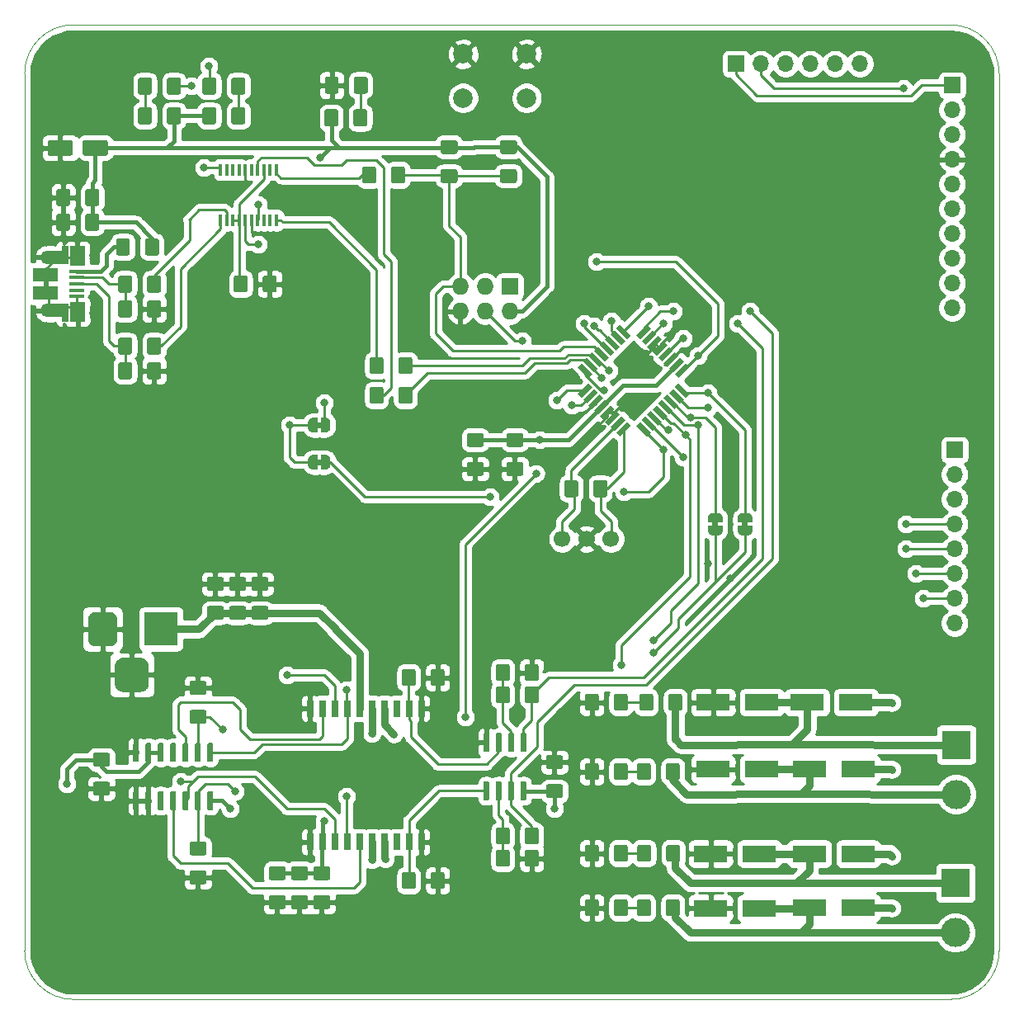
<source format=gbr>
G04 #@! TF.GenerationSoftware,KiCad,Pcbnew,5.1.5-52549c5~86~ubuntu19.10.1*
G04 #@! TF.CreationDate,2020-04-17T16:07:13+02:00*
G04 #@! TF.ProjectId,ArduinoDCC++,41726475-696e-46f4-9443-432b2b2e6b69,v.0.0.1*
G04 #@! TF.SameCoordinates,Original*
G04 #@! TF.FileFunction,Copper,L1,Top*
G04 #@! TF.FilePolarity,Positive*
%FSLAX46Y46*%
G04 Gerber Fmt 4.6, Leading zero omitted, Abs format (unit mm)*
G04 Created by KiCad (PCBNEW 5.1.5-52549c5~86~ubuntu19.10.1) date 2020-04-17 16:07:13*
%MOMM*%
%LPD*%
G04 APERTURE LIST*
%ADD10C,0.050000*%
%ADD11C,0.100000*%
%ADD12C,1.700000*%
%ADD13R,3.500000X1.800000*%
%ADD14R,2.500000X1.430000*%
%ADD15O,1.700000X1.350000*%
%ADD16O,1.500000X1.100000*%
%ADD17R,1.650000X0.400000*%
%ADD18R,1.500000X2.000000*%
%ADD19R,0.700000X1.825000*%
%ADD20R,2.000000X1.350000*%
%ADD21R,3.500000X3.500000*%
%ADD22R,0.700000X1.700000*%
%ADD23C,3.000000*%
%ADD24R,3.000000X3.000000*%
%ADD25O,1.700000X1.700000*%
%ADD26R,1.700000X1.700000*%
%ADD27C,2.000000*%
%ADD28R,0.400000X1.200000*%
%ADD29O,1.727200X1.727200*%
%ADD30R,1.727200X1.727200*%
%ADD31C,0.800000*%
%ADD32C,0.400000*%
%ADD33C,0.250000*%
%ADD34C,0.800000*%
%ADD35C,0.254000*%
G04 APERTURE END LIST*
D10*
X55000000Y-150000000D02*
X145000000Y-150000000D01*
X50000000Y-55000000D02*
X50000000Y-145000000D01*
X145000000Y-50000000D02*
X55000000Y-50000000D01*
X150000000Y-145000000D02*
X150000000Y-55000000D01*
X150000000Y-145000000D02*
G75*
G02X145000000Y-150000000I-5000000J0D01*
G01*
X145000000Y-50000000D02*
G75*
G02X150000000Y-55000000I0J-5000000D01*
G01*
X50000000Y-55000000D02*
G75*
G02X55000000Y-50000000I5000000J0D01*
G01*
X55000000Y-150000000D02*
G75*
G02X50000000Y-145000000I0J5000000D01*
G01*
D11*
G36*
X123614000Y-100982000D02*
G01*
X123614000Y-101482000D01*
X124214000Y-101482000D01*
X124214000Y-100982000D01*
X123614000Y-100982000D01*
G37*
G36*
X79976000Y-91372000D02*
G01*
X80476000Y-91372000D01*
X80476000Y-90772000D01*
X79976000Y-90772000D01*
X79976000Y-91372000D01*
G37*
G36*
X80476000Y-94582000D02*
G01*
X79976000Y-94582000D01*
X79976000Y-95182000D01*
X80476000Y-95182000D01*
X80476000Y-94582000D01*
G37*
G36*
X120566000Y-100982000D02*
G01*
X120566000Y-101482000D01*
X121166000Y-101482000D01*
X121166000Y-100982000D01*
X120566000Y-100982000D01*
G37*
G04 #@! TA.AperFunction,SMDPad,CuDef*
G36*
X124664000Y-101382000D02*
G01*
X124664000Y-101882000D01*
X124663398Y-101882000D01*
X124663398Y-101906534D01*
X124658588Y-101955365D01*
X124649016Y-102003490D01*
X124634772Y-102050445D01*
X124615995Y-102095778D01*
X124592864Y-102139051D01*
X124565604Y-102179850D01*
X124534476Y-102217779D01*
X124499779Y-102252476D01*
X124461850Y-102283604D01*
X124421051Y-102310864D01*
X124377778Y-102333995D01*
X124332445Y-102352772D01*
X124285490Y-102367016D01*
X124237365Y-102376588D01*
X124188534Y-102381398D01*
X124164000Y-102381398D01*
X124164000Y-102382000D01*
X123664000Y-102382000D01*
X123664000Y-102381398D01*
X123639466Y-102381398D01*
X123590635Y-102376588D01*
X123542510Y-102367016D01*
X123495555Y-102352772D01*
X123450222Y-102333995D01*
X123406949Y-102310864D01*
X123366150Y-102283604D01*
X123328221Y-102252476D01*
X123293524Y-102217779D01*
X123262396Y-102179850D01*
X123235136Y-102139051D01*
X123212005Y-102095778D01*
X123193228Y-102050445D01*
X123178984Y-102003490D01*
X123169412Y-101955365D01*
X123164602Y-101906534D01*
X123164602Y-101882000D01*
X123164000Y-101882000D01*
X123164000Y-101382000D01*
X124664000Y-101382000D01*
G37*
G04 #@! TD.AperFunction*
G04 #@! TA.AperFunction,SMDPad,CuDef*
G36*
X123164602Y-100582000D02*
G01*
X123164602Y-100557466D01*
X123169412Y-100508635D01*
X123178984Y-100460510D01*
X123193228Y-100413555D01*
X123212005Y-100368222D01*
X123235136Y-100324949D01*
X123262396Y-100284150D01*
X123293524Y-100246221D01*
X123328221Y-100211524D01*
X123366150Y-100180396D01*
X123406949Y-100153136D01*
X123450222Y-100130005D01*
X123495555Y-100111228D01*
X123542510Y-100096984D01*
X123590635Y-100087412D01*
X123639466Y-100082602D01*
X123664000Y-100082602D01*
X123664000Y-100082000D01*
X124164000Y-100082000D01*
X124164000Y-100082602D01*
X124188534Y-100082602D01*
X124237365Y-100087412D01*
X124285490Y-100096984D01*
X124332445Y-100111228D01*
X124377778Y-100130005D01*
X124421051Y-100153136D01*
X124461850Y-100180396D01*
X124499779Y-100211524D01*
X124534476Y-100246221D01*
X124565604Y-100284150D01*
X124592864Y-100324949D01*
X124615995Y-100368222D01*
X124634772Y-100413555D01*
X124649016Y-100460510D01*
X124658588Y-100508635D01*
X124663398Y-100557466D01*
X124663398Y-100582000D01*
X124664000Y-100582000D01*
X124664000Y-101082000D01*
X123164000Y-101082000D01*
X123164000Y-100582000D01*
X123164602Y-100582000D01*
G37*
G04 #@! TD.AperFunction*
G04 #@! TA.AperFunction,SMDPad,CuDef*
G36*
X80376000Y-90322000D02*
G01*
X80876000Y-90322000D01*
X80876000Y-90322602D01*
X80900534Y-90322602D01*
X80949365Y-90327412D01*
X80997490Y-90336984D01*
X81044445Y-90351228D01*
X81089778Y-90370005D01*
X81133051Y-90393136D01*
X81173850Y-90420396D01*
X81211779Y-90451524D01*
X81246476Y-90486221D01*
X81277604Y-90524150D01*
X81304864Y-90564949D01*
X81327995Y-90608222D01*
X81346772Y-90653555D01*
X81361016Y-90700510D01*
X81370588Y-90748635D01*
X81375398Y-90797466D01*
X81375398Y-90822000D01*
X81376000Y-90822000D01*
X81376000Y-91322000D01*
X81375398Y-91322000D01*
X81375398Y-91346534D01*
X81370588Y-91395365D01*
X81361016Y-91443490D01*
X81346772Y-91490445D01*
X81327995Y-91535778D01*
X81304864Y-91579051D01*
X81277604Y-91619850D01*
X81246476Y-91657779D01*
X81211779Y-91692476D01*
X81173850Y-91723604D01*
X81133051Y-91750864D01*
X81089778Y-91773995D01*
X81044445Y-91792772D01*
X80997490Y-91807016D01*
X80949365Y-91816588D01*
X80900534Y-91821398D01*
X80876000Y-91821398D01*
X80876000Y-91822000D01*
X80376000Y-91822000D01*
X80376000Y-90322000D01*
G37*
G04 #@! TD.AperFunction*
G04 #@! TA.AperFunction,SMDPad,CuDef*
G36*
X79576000Y-91821398D02*
G01*
X79551466Y-91821398D01*
X79502635Y-91816588D01*
X79454510Y-91807016D01*
X79407555Y-91792772D01*
X79362222Y-91773995D01*
X79318949Y-91750864D01*
X79278150Y-91723604D01*
X79240221Y-91692476D01*
X79205524Y-91657779D01*
X79174396Y-91619850D01*
X79147136Y-91579051D01*
X79124005Y-91535778D01*
X79105228Y-91490445D01*
X79090984Y-91443490D01*
X79081412Y-91395365D01*
X79076602Y-91346534D01*
X79076602Y-91322000D01*
X79076000Y-91322000D01*
X79076000Y-90822000D01*
X79076602Y-90822000D01*
X79076602Y-90797466D01*
X79081412Y-90748635D01*
X79090984Y-90700510D01*
X79105228Y-90653555D01*
X79124005Y-90608222D01*
X79147136Y-90564949D01*
X79174396Y-90524150D01*
X79205524Y-90486221D01*
X79240221Y-90451524D01*
X79278150Y-90420396D01*
X79318949Y-90393136D01*
X79362222Y-90370005D01*
X79407555Y-90351228D01*
X79454510Y-90336984D01*
X79502635Y-90327412D01*
X79551466Y-90322602D01*
X79576000Y-90322602D01*
X79576000Y-90322000D01*
X80076000Y-90322000D01*
X80076000Y-91822000D01*
X79576000Y-91822000D01*
X79576000Y-91821398D01*
G37*
G04 #@! TD.AperFunction*
D12*
X105158000Y-102756000D03*
X107658000Y-102756000D03*
X110158000Y-102756000D03*
G04 #@! TA.AperFunction,SMDPad,CuDef*
D11*
G36*
X84929505Y-58665205D02*
G01*
X84953774Y-58668805D01*
X84977572Y-58674766D01*
X85000672Y-58683031D01*
X85022850Y-58693521D01*
X85043894Y-58706134D01*
X85063599Y-58720748D01*
X85081778Y-58737224D01*
X85098254Y-58755403D01*
X85112868Y-58775108D01*
X85125481Y-58796152D01*
X85135971Y-58818330D01*
X85144236Y-58841430D01*
X85150197Y-58865228D01*
X85153797Y-58889497D01*
X85155001Y-58914001D01*
X85155001Y-60164001D01*
X85153797Y-60188505D01*
X85150197Y-60212774D01*
X85144236Y-60236572D01*
X85135971Y-60259672D01*
X85125481Y-60281850D01*
X85112868Y-60302894D01*
X85098254Y-60322599D01*
X85081778Y-60340778D01*
X85063599Y-60357254D01*
X85043894Y-60371868D01*
X85022850Y-60384481D01*
X85000672Y-60394971D01*
X84977572Y-60403236D01*
X84953774Y-60409197D01*
X84929505Y-60412797D01*
X84905001Y-60414001D01*
X83980001Y-60414001D01*
X83955497Y-60412797D01*
X83931228Y-60409197D01*
X83907430Y-60403236D01*
X83884330Y-60394971D01*
X83862152Y-60384481D01*
X83841108Y-60371868D01*
X83821403Y-60357254D01*
X83803224Y-60340778D01*
X83786748Y-60322599D01*
X83772134Y-60302894D01*
X83759521Y-60281850D01*
X83749031Y-60259672D01*
X83740766Y-60236572D01*
X83734805Y-60212774D01*
X83731205Y-60188505D01*
X83730001Y-60164001D01*
X83730001Y-58914001D01*
X83731205Y-58889497D01*
X83734805Y-58865228D01*
X83740766Y-58841430D01*
X83749031Y-58818330D01*
X83759521Y-58796152D01*
X83772134Y-58775108D01*
X83786748Y-58755403D01*
X83803224Y-58737224D01*
X83821403Y-58720748D01*
X83841108Y-58706134D01*
X83862152Y-58693521D01*
X83884330Y-58683031D01*
X83907430Y-58674766D01*
X83931228Y-58668805D01*
X83955497Y-58665205D01*
X83980001Y-58664001D01*
X84905001Y-58664001D01*
X84929505Y-58665205D01*
G37*
G04 #@! TD.AperFunction*
G04 #@! TA.AperFunction,SMDPad,CuDef*
G36*
X81954505Y-58665205D02*
G01*
X81978774Y-58668805D01*
X82002572Y-58674766D01*
X82025672Y-58683031D01*
X82047850Y-58693521D01*
X82068894Y-58706134D01*
X82088599Y-58720748D01*
X82106778Y-58737224D01*
X82123254Y-58755403D01*
X82137868Y-58775108D01*
X82150481Y-58796152D01*
X82160971Y-58818330D01*
X82169236Y-58841430D01*
X82175197Y-58865228D01*
X82178797Y-58889497D01*
X82180001Y-58914001D01*
X82180001Y-60164001D01*
X82178797Y-60188505D01*
X82175197Y-60212774D01*
X82169236Y-60236572D01*
X82160971Y-60259672D01*
X82150481Y-60281850D01*
X82137868Y-60302894D01*
X82123254Y-60322599D01*
X82106778Y-60340778D01*
X82088599Y-60357254D01*
X82068894Y-60371868D01*
X82047850Y-60384481D01*
X82025672Y-60394971D01*
X82002572Y-60403236D01*
X81978774Y-60409197D01*
X81954505Y-60412797D01*
X81930001Y-60414001D01*
X81005001Y-60414001D01*
X80980497Y-60412797D01*
X80956228Y-60409197D01*
X80932430Y-60403236D01*
X80909330Y-60394971D01*
X80887152Y-60384481D01*
X80866108Y-60371868D01*
X80846403Y-60357254D01*
X80828224Y-60340778D01*
X80811748Y-60322599D01*
X80797134Y-60302894D01*
X80784521Y-60281850D01*
X80774031Y-60259672D01*
X80765766Y-60236572D01*
X80759805Y-60212774D01*
X80756205Y-60188505D01*
X80755001Y-60164001D01*
X80755001Y-58914001D01*
X80756205Y-58889497D01*
X80759805Y-58865228D01*
X80765766Y-58841430D01*
X80774031Y-58818330D01*
X80784521Y-58796152D01*
X80797134Y-58775108D01*
X80811748Y-58755403D01*
X80828224Y-58737224D01*
X80846403Y-58720748D01*
X80866108Y-58706134D01*
X80887152Y-58693521D01*
X80909330Y-58683031D01*
X80932430Y-58674766D01*
X80956228Y-58668805D01*
X80980497Y-58665205D01*
X81005001Y-58664001D01*
X81930001Y-58664001D01*
X81954505Y-58665205D01*
G37*
G04 #@! TD.AperFunction*
G04 #@! TA.AperFunction,SMDPad,CuDef*
G36*
X84974505Y-55325205D02*
G01*
X84998774Y-55328805D01*
X85022572Y-55334766D01*
X85045672Y-55343031D01*
X85067850Y-55353521D01*
X85088894Y-55366134D01*
X85108599Y-55380748D01*
X85126778Y-55397224D01*
X85143254Y-55415403D01*
X85157868Y-55435108D01*
X85170481Y-55456152D01*
X85180971Y-55478330D01*
X85189236Y-55501430D01*
X85195197Y-55525228D01*
X85198797Y-55549497D01*
X85200001Y-55574001D01*
X85200001Y-56824001D01*
X85198797Y-56848505D01*
X85195197Y-56872774D01*
X85189236Y-56896572D01*
X85180971Y-56919672D01*
X85170481Y-56941850D01*
X85157868Y-56962894D01*
X85143254Y-56982599D01*
X85126778Y-57000778D01*
X85108599Y-57017254D01*
X85088894Y-57031868D01*
X85067850Y-57044481D01*
X85045672Y-57054971D01*
X85022572Y-57063236D01*
X84998774Y-57069197D01*
X84974505Y-57072797D01*
X84950001Y-57074001D01*
X84025001Y-57074001D01*
X84000497Y-57072797D01*
X83976228Y-57069197D01*
X83952430Y-57063236D01*
X83929330Y-57054971D01*
X83907152Y-57044481D01*
X83886108Y-57031868D01*
X83866403Y-57017254D01*
X83848224Y-57000778D01*
X83831748Y-56982599D01*
X83817134Y-56962894D01*
X83804521Y-56941850D01*
X83794031Y-56919672D01*
X83785766Y-56896572D01*
X83779805Y-56872774D01*
X83776205Y-56848505D01*
X83775001Y-56824001D01*
X83775001Y-55574001D01*
X83776205Y-55549497D01*
X83779805Y-55525228D01*
X83785766Y-55501430D01*
X83794031Y-55478330D01*
X83804521Y-55456152D01*
X83817134Y-55435108D01*
X83831748Y-55415403D01*
X83848224Y-55397224D01*
X83866403Y-55380748D01*
X83886108Y-55366134D01*
X83907152Y-55353521D01*
X83929330Y-55343031D01*
X83952430Y-55334766D01*
X83976228Y-55328805D01*
X84000497Y-55325205D01*
X84025001Y-55324001D01*
X84950001Y-55324001D01*
X84974505Y-55325205D01*
G37*
G04 #@! TD.AperFunction*
G04 #@! TA.AperFunction,SMDPad,CuDef*
G36*
X81999505Y-55325205D02*
G01*
X82023774Y-55328805D01*
X82047572Y-55334766D01*
X82070672Y-55343031D01*
X82092850Y-55353521D01*
X82113894Y-55366134D01*
X82133599Y-55380748D01*
X82151778Y-55397224D01*
X82168254Y-55415403D01*
X82182868Y-55435108D01*
X82195481Y-55456152D01*
X82205971Y-55478330D01*
X82214236Y-55501430D01*
X82220197Y-55525228D01*
X82223797Y-55549497D01*
X82225001Y-55574001D01*
X82225001Y-56824001D01*
X82223797Y-56848505D01*
X82220197Y-56872774D01*
X82214236Y-56896572D01*
X82205971Y-56919672D01*
X82195481Y-56941850D01*
X82182868Y-56962894D01*
X82168254Y-56982599D01*
X82151778Y-57000778D01*
X82133599Y-57017254D01*
X82113894Y-57031868D01*
X82092850Y-57044481D01*
X82070672Y-57054971D01*
X82047572Y-57063236D01*
X82023774Y-57069197D01*
X81999505Y-57072797D01*
X81975001Y-57074001D01*
X81050001Y-57074001D01*
X81025497Y-57072797D01*
X81001228Y-57069197D01*
X80977430Y-57063236D01*
X80954330Y-57054971D01*
X80932152Y-57044481D01*
X80911108Y-57031868D01*
X80891403Y-57017254D01*
X80873224Y-57000778D01*
X80856748Y-56982599D01*
X80842134Y-56962894D01*
X80829521Y-56941850D01*
X80819031Y-56919672D01*
X80810766Y-56896572D01*
X80804805Y-56872774D01*
X80801205Y-56848505D01*
X80800001Y-56824001D01*
X80800001Y-55574001D01*
X80801205Y-55549497D01*
X80804805Y-55525228D01*
X80810766Y-55501430D01*
X80819031Y-55478330D01*
X80829521Y-55456152D01*
X80842134Y-55435108D01*
X80856748Y-55415403D01*
X80873224Y-55397224D01*
X80891403Y-55380748D01*
X80911108Y-55366134D01*
X80932152Y-55353521D01*
X80954330Y-55343031D01*
X80977430Y-55334766D01*
X81001228Y-55328805D01*
X81025497Y-55325205D01*
X81050001Y-55324001D01*
X81975001Y-55324001D01*
X81999505Y-55325205D01*
G37*
G04 #@! TD.AperFunction*
D13*
X120652000Y-126378000D03*
X125652000Y-126378000D03*
G04 #@! TA.AperFunction,SMDPad,CuDef*
D11*
G36*
X80076000Y-95632000D02*
G01*
X79576000Y-95632000D01*
X79576000Y-95631398D01*
X79551466Y-95631398D01*
X79502635Y-95626588D01*
X79454510Y-95617016D01*
X79407555Y-95602772D01*
X79362222Y-95583995D01*
X79318949Y-95560864D01*
X79278150Y-95533604D01*
X79240221Y-95502476D01*
X79205524Y-95467779D01*
X79174396Y-95429850D01*
X79147136Y-95389051D01*
X79124005Y-95345778D01*
X79105228Y-95300445D01*
X79090984Y-95253490D01*
X79081412Y-95205365D01*
X79076602Y-95156534D01*
X79076602Y-95132000D01*
X79076000Y-95132000D01*
X79076000Y-94632000D01*
X79076602Y-94632000D01*
X79076602Y-94607466D01*
X79081412Y-94558635D01*
X79090984Y-94510510D01*
X79105228Y-94463555D01*
X79124005Y-94418222D01*
X79147136Y-94374949D01*
X79174396Y-94334150D01*
X79205524Y-94296221D01*
X79240221Y-94261524D01*
X79278150Y-94230396D01*
X79318949Y-94203136D01*
X79362222Y-94180005D01*
X79407555Y-94161228D01*
X79454510Y-94146984D01*
X79502635Y-94137412D01*
X79551466Y-94132602D01*
X79576000Y-94132602D01*
X79576000Y-94132000D01*
X80076000Y-94132000D01*
X80076000Y-95632000D01*
G37*
G04 #@! TD.AperFunction*
G04 #@! TA.AperFunction,SMDPad,CuDef*
G36*
X80876000Y-94132602D02*
G01*
X80900534Y-94132602D01*
X80949365Y-94137412D01*
X80997490Y-94146984D01*
X81044445Y-94161228D01*
X81089778Y-94180005D01*
X81133051Y-94203136D01*
X81173850Y-94230396D01*
X81211779Y-94261524D01*
X81246476Y-94296221D01*
X81277604Y-94334150D01*
X81304864Y-94374949D01*
X81327995Y-94418222D01*
X81346772Y-94463555D01*
X81361016Y-94510510D01*
X81370588Y-94558635D01*
X81375398Y-94607466D01*
X81375398Y-94632000D01*
X81376000Y-94632000D01*
X81376000Y-95132000D01*
X81375398Y-95132000D01*
X81375398Y-95156534D01*
X81370588Y-95205365D01*
X81361016Y-95253490D01*
X81346772Y-95300445D01*
X81327995Y-95345778D01*
X81304864Y-95389051D01*
X81277604Y-95429850D01*
X81246476Y-95467779D01*
X81211779Y-95502476D01*
X81173850Y-95533604D01*
X81133051Y-95560864D01*
X81089778Y-95583995D01*
X81044445Y-95602772D01*
X80997490Y-95617016D01*
X80949365Y-95626588D01*
X80900534Y-95631398D01*
X80876000Y-95631398D01*
X80876000Y-95632000D01*
X80376000Y-95632000D01*
X80376000Y-94132000D01*
X80876000Y-94132000D01*
X80876000Y-94132602D01*
G37*
G04 #@! TD.AperFunction*
G04 #@! TA.AperFunction,SMDPad,CuDef*
G36*
X120116602Y-100582000D02*
G01*
X120116602Y-100557466D01*
X120121412Y-100508635D01*
X120130984Y-100460510D01*
X120145228Y-100413555D01*
X120164005Y-100368222D01*
X120187136Y-100324949D01*
X120214396Y-100284150D01*
X120245524Y-100246221D01*
X120280221Y-100211524D01*
X120318150Y-100180396D01*
X120358949Y-100153136D01*
X120402222Y-100130005D01*
X120447555Y-100111228D01*
X120494510Y-100096984D01*
X120542635Y-100087412D01*
X120591466Y-100082602D01*
X120616000Y-100082602D01*
X120616000Y-100082000D01*
X121116000Y-100082000D01*
X121116000Y-100082602D01*
X121140534Y-100082602D01*
X121189365Y-100087412D01*
X121237490Y-100096984D01*
X121284445Y-100111228D01*
X121329778Y-100130005D01*
X121373051Y-100153136D01*
X121413850Y-100180396D01*
X121451779Y-100211524D01*
X121486476Y-100246221D01*
X121517604Y-100284150D01*
X121544864Y-100324949D01*
X121567995Y-100368222D01*
X121586772Y-100413555D01*
X121601016Y-100460510D01*
X121610588Y-100508635D01*
X121615398Y-100557466D01*
X121615398Y-100582000D01*
X121616000Y-100582000D01*
X121616000Y-101082000D01*
X120116000Y-101082000D01*
X120116000Y-100582000D01*
X120116602Y-100582000D01*
G37*
G04 #@! TD.AperFunction*
G04 #@! TA.AperFunction,SMDPad,CuDef*
G36*
X121616000Y-101382000D02*
G01*
X121616000Y-101882000D01*
X121615398Y-101882000D01*
X121615398Y-101906534D01*
X121610588Y-101955365D01*
X121601016Y-102003490D01*
X121586772Y-102050445D01*
X121567995Y-102095778D01*
X121544864Y-102139051D01*
X121517604Y-102179850D01*
X121486476Y-102217779D01*
X121451779Y-102252476D01*
X121413850Y-102283604D01*
X121373051Y-102310864D01*
X121329778Y-102333995D01*
X121284445Y-102352772D01*
X121237490Y-102367016D01*
X121189365Y-102376588D01*
X121140534Y-102381398D01*
X121116000Y-102381398D01*
X121116000Y-102382000D01*
X120616000Y-102382000D01*
X120616000Y-102381398D01*
X120591466Y-102381398D01*
X120542635Y-102376588D01*
X120494510Y-102367016D01*
X120447555Y-102352772D01*
X120402222Y-102333995D01*
X120358949Y-102310864D01*
X120318150Y-102283604D01*
X120280221Y-102252476D01*
X120245524Y-102217779D01*
X120214396Y-102179850D01*
X120187136Y-102139051D01*
X120164005Y-102095778D01*
X120145228Y-102050445D01*
X120130984Y-102003490D01*
X120121412Y-101955365D01*
X120116602Y-101906534D01*
X120116602Y-101882000D01*
X120116000Y-101882000D01*
X120116000Y-101382000D01*
X121616000Y-101382000D01*
G37*
G04 #@! TD.AperFunction*
G04 #@! TA.AperFunction,SMDPad,CuDef*
G36*
X69214703Y-128640722D02*
G01*
X69229264Y-128642882D01*
X69243543Y-128646459D01*
X69257403Y-128651418D01*
X69270710Y-128657712D01*
X69283336Y-128665280D01*
X69295159Y-128674048D01*
X69306066Y-128683934D01*
X69315952Y-128694841D01*
X69324720Y-128706664D01*
X69332288Y-128719290D01*
X69338582Y-128732597D01*
X69343541Y-128746457D01*
X69347118Y-128760736D01*
X69349278Y-128775297D01*
X69350000Y-128790000D01*
X69350000Y-130440000D01*
X69349278Y-130454703D01*
X69347118Y-130469264D01*
X69343541Y-130483543D01*
X69338582Y-130497403D01*
X69332288Y-130510710D01*
X69324720Y-130523336D01*
X69315952Y-130535159D01*
X69306066Y-130546066D01*
X69295159Y-130555952D01*
X69283336Y-130564720D01*
X69270710Y-130572288D01*
X69257403Y-130578582D01*
X69243543Y-130583541D01*
X69229264Y-130587118D01*
X69214703Y-130589278D01*
X69200000Y-130590000D01*
X68900000Y-130590000D01*
X68885297Y-130589278D01*
X68870736Y-130587118D01*
X68856457Y-130583541D01*
X68842597Y-130578582D01*
X68829290Y-130572288D01*
X68816664Y-130564720D01*
X68804841Y-130555952D01*
X68793934Y-130546066D01*
X68784048Y-130535159D01*
X68775280Y-130523336D01*
X68767712Y-130510710D01*
X68761418Y-130497403D01*
X68756459Y-130483543D01*
X68752882Y-130469264D01*
X68750722Y-130454703D01*
X68750000Y-130440000D01*
X68750000Y-128790000D01*
X68750722Y-128775297D01*
X68752882Y-128760736D01*
X68756459Y-128746457D01*
X68761418Y-128732597D01*
X68767712Y-128719290D01*
X68775280Y-128706664D01*
X68784048Y-128694841D01*
X68793934Y-128683934D01*
X68804841Y-128674048D01*
X68816664Y-128665280D01*
X68829290Y-128657712D01*
X68842597Y-128651418D01*
X68856457Y-128646459D01*
X68870736Y-128642882D01*
X68885297Y-128640722D01*
X68900000Y-128640000D01*
X69200000Y-128640000D01*
X69214703Y-128640722D01*
G37*
G04 #@! TD.AperFunction*
G04 #@! TA.AperFunction,SMDPad,CuDef*
G36*
X67944703Y-128640722D02*
G01*
X67959264Y-128642882D01*
X67973543Y-128646459D01*
X67987403Y-128651418D01*
X68000710Y-128657712D01*
X68013336Y-128665280D01*
X68025159Y-128674048D01*
X68036066Y-128683934D01*
X68045952Y-128694841D01*
X68054720Y-128706664D01*
X68062288Y-128719290D01*
X68068582Y-128732597D01*
X68073541Y-128746457D01*
X68077118Y-128760736D01*
X68079278Y-128775297D01*
X68080000Y-128790000D01*
X68080000Y-130440000D01*
X68079278Y-130454703D01*
X68077118Y-130469264D01*
X68073541Y-130483543D01*
X68068582Y-130497403D01*
X68062288Y-130510710D01*
X68054720Y-130523336D01*
X68045952Y-130535159D01*
X68036066Y-130546066D01*
X68025159Y-130555952D01*
X68013336Y-130564720D01*
X68000710Y-130572288D01*
X67987403Y-130578582D01*
X67973543Y-130583541D01*
X67959264Y-130587118D01*
X67944703Y-130589278D01*
X67930000Y-130590000D01*
X67630000Y-130590000D01*
X67615297Y-130589278D01*
X67600736Y-130587118D01*
X67586457Y-130583541D01*
X67572597Y-130578582D01*
X67559290Y-130572288D01*
X67546664Y-130564720D01*
X67534841Y-130555952D01*
X67523934Y-130546066D01*
X67514048Y-130535159D01*
X67505280Y-130523336D01*
X67497712Y-130510710D01*
X67491418Y-130497403D01*
X67486459Y-130483543D01*
X67482882Y-130469264D01*
X67480722Y-130454703D01*
X67480000Y-130440000D01*
X67480000Y-128790000D01*
X67480722Y-128775297D01*
X67482882Y-128760736D01*
X67486459Y-128746457D01*
X67491418Y-128732597D01*
X67497712Y-128719290D01*
X67505280Y-128706664D01*
X67514048Y-128694841D01*
X67523934Y-128683934D01*
X67534841Y-128674048D01*
X67546664Y-128665280D01*
X67559290Y-128657712D01*
X67572597Y-128651418D01*
X67586457Y-128646459D01*
X67600736Y-128642882D01*
X67615297Y-128640722D01*
X67630000Y-128640000D01*
X67930000Y-128640000D01*
X67944703Y-128640722D01*
G37*
G04 #@! TD.AperFunction*
G04 #@! TA.AperFunction,SMDPad,CuDef*
G36*
X66674703Y-128640722D02*
G01*
X66689264Y-128642882D01*
X66703543Y-128646459D01*
X66717403Y-128651418D01*
X66730710Y-128657712D01*
X66743336Y-128665280D01*
X66755159Y-128674048D01*
X66766066Y-128683934D01*
X66775952Y-128694841D01*
X66784720Y-128706664D01*
X66792288Y-128719290D01*
X66798582Y-128732597D01*
X66803541Y-128746457D01*
X66807118Y-128760736D01*
X66809278Y-128775297D01*
X66810000Y-128790000D01*
X66810000Y-130440000D01*
X66809278Y-130454703D01*
X66807118Y-130469264D01*
X66803541Y-130483543D01*
X66798582Y-130497403D01*
X66792288Y-130510710D01*
X66784720Y-130523336D01*
X66775952Y-130535159D01*
X66766066Y-130546066D01*
X66755159Y-130555952D01*
X66743336Y-130564720D01*
X66730710Y-130572288D01*
X66717403Y-130578582D01*
X66703543Y-130583541D01*
X66689264Y-130587118D01*
X66674703Y-130589278D01*
X66660000Y-130590000D01*
X66360000Y-130590000D01*
X66345297Y-130589278D01*
X66330736Y-130587118D01*
X66316457Y-130583541D01*
X66302597Y-130578582D01*
X66289290Y-130572288D01*
X66276664Y-130564720D01*
X66264841Y-130555952D01*
X66253934Y-130546066D01*
X66244048Y-130535159D01*
X66235280Y-130523336D01*
X66227712Y-130510710D01*
X66221418Y-130497403D01*
X66216459Y-130483543D01*
X66212882Y-130469264D01*
X66210722Y-130454703D01*
X66210000Y-130440000D01*
X66210000Y-128790000D01*
X66210722Y-128775297D01*
X66212882Y-128760736D01*
X66216459Y-128746457D01*
X66221418Y-128732597D01*
X66227712Y-128719290D01*
X66235280Y-128706664D01*
X66244048Y-128694841D01*
X66253934Y-128683934D01*
X66264841Y-128674048D01*
X66276664Y-128665280D01*
X66289290Y-128657712D01*
X66302597Y-128651418D01*
X66316457Y-128646459D01*
X66330736Y-128642882D01*
X66345297Y-128640722D01*
X66360000Y-128640000D01*
X66660000Y-128640000D01*
X66674703Y-128640722D01*
G37*
G04 #@! TD.AperFunction*
G04 #@! TA.AperFunction,SMDPad,CuDef*
G36*
X65404703Y-128640722D02*
G01*
X65419264Y-128642882D01*
X65433543Y-128646459D01*
X65447403Y-128651418D01*
X65460710Y-128657712D01*
X65473336Y-128665280D01*
X65485159Y-128674048D01*
X65496066Y-128683934D01*
X65505952Y-128694841D01*
X65514720Y-128706664D01*
X65522288Y-128719290D01*
X65528582Y-128732597D01*
X65533541Y-128746457D01*
X65537118Y-128760736D01*
X65539278Y-128775297D01*
X65540000Y-128790000D01*
X65540000Y-130440000D01*
X65539278Y-130454703D01*
X65537118Y-130469264D01*
X65533541Y-130483543D01*
X65528582Y-130497403D01*
X65522288Y-130510710D01*
X65514720Y-130523336D01*
X65505952Y-130535159D01*
X65496066Y-130546066D01*
X65485159Y-130555952D01*
X65473336Y-130564720D01*
X65460710Y-130572288D01*
X65447403Y-130578582D01*
X65433543Y-130583541D01*
X65419264Y-130587118D01*
X65404703Y-130589278D01*
X65390000Y-130590000D01*
X65090000Y-130590000D01*
X65075297Y-130589278D01*
X65060736Y-130587118D01*
X65046457Y-130583541D01*
X65032597Y-130578582D01*
X65019290Y-130572288D01*
X65006664Y-130564720D01*
X64994841Y-130555952D01*
X64983934Y-130546066D01*
X64974048Y-130535159D01*
X64965280Y-130523336D01*
X64957712Y-130510710D01*
X64951418Y-130497403D01*
X64946459Y-130483543D01*
X64942882Y-130469264D01*
X64940722Y-130454703D01*
X64940000Y-130440000D01*
X64940000Y-128790000D01*
X64940722Y-128775297D01*
X64942882Y-128760736D01*
X64946459Y-128746457D01*
X64951418Y-128732597D01*
X64957712Y-128719290D01*
X64965280Y-128706664D01*
X64974048Y-128694841D01*
X64983934Y-128683934D01*
X64994841Y-128674048D01*
X65006664Y-128665280D01*
X65019290Y-128657712D01*
X65032597Y-128651418D01*
X65046457Y-128646459D01*
X65060736Y-128642882D01*
X65075297Y-128640722D01*
X65090000Y-128640000D01*
X65390000Y-128640000D01*
X65404703Y-128640722D01*
G37*
G04 #@! TD.AperFunction*
G04 #@! TA.AperFunction,SMDPad,CuDef*
G36*
X64134703Y-128640722D02*
G01*
X64149264Y-128642882D01*
X64163543Y-128646459D01*
X64177403Y-128651418D01*
X64190710Y-128657712D01*
X64203336Y-128665280D01*
X64215159Y-128674048D01*
X64226066Y-128683934D01*
X64235952Y-128694841D01*
X64244720Y-128706664D01*
X64252288Y-128719290D01*
X64258582Y-128732597D01*
X64263541Y-128746457D01*
X64267118Y-128760736D01*
X64269278Y-128775297D01*
X64270000Y-128790000D01*
X64270000Y-130440000D01*
X64269278Y-130454703D01*
X64267118Y-130469264D01*
X64263541Y-130483543D01*
X64258582Y-130497403D01*
X64252288Y-130510710D01*
X64244720Y-130523336D01*
X64235952Y-130535159D01*
X64226066Y-130546066D01*
X64215159Y-130555952D01*
X64203336Y-130564720D01*
X64190710Y-130572288D01*
X64177403Y-130578582D01*
X64163543Y-130583541D01*
X64149264Y-130587118D01*
X64134703Y-130589278D01*
X64120000Y-130590000D01*
X63820000Y-130590000D01*
X63805297Y-130589278D01*
X63790736Y-130587118D01*
X63776457Y-130583541D01*
X63762597Y-130578582D01*
X63749290Y-130572288D01*
X63736664Y-130564720D01*
X63724841Y-130555952D01*
X63713934Y-130546066D01*
X63704048Y-130535159D01*
X63695280Y-130523336D01*
X63687712Y-130510710D01*
X63681418Y-130497403D01*
X63676459Y-130483543D01*
X63672882Y-130469264D01*
X63670722Y-130454703D01*
X63670000Y-130440000D01*
X63670000Y-128790000D01*
X63670722Y-128775297D01*
X63672882Y-128760736D01*
X63676459Y-128746457D01*
X63681418Y-128732597D01*
X63687712Y-128719290D01*
X63695280Y-128706664D01*
X63704048Y-128694841D01*
X63713934Y-128683934D01*
X63724841Y-128674048D01*
X63736664Y-128665280D01*
X63749290Y-128657712D01*
X63762597Y-128651418D01*
X63776457Y-128646459D01*
X63790736Y-128642882D01*
X63805297Y-128640722D01*
X63820000Y-128640000D01*
X64120000Y-128640000D01*
X64134703Y-128640722D01*
G37*
G04 #@! TD.AperFunction*
G04 #@! TA.AperFunction,SMDPad,CuDef*
G36*
X62864703Y-128640722D02*
G01*
X62879264Y-128642882D01*
X62893543Y-128646459D01*
X62907403Y-128651418D01*
X62920710Y-128657712D01*
X62933336Y-128665280D01*
X62945159Y-128674048D01*
X62956066Y-128683934D01*
X62965952Y-128694841D01*
X62974720Y-128706664D01*
X62982288Y-128719290D01*
X62988582Y-128732597D01*
X62993541Y-128746457D01*
X62997118Y-128760736D01*
X62999278Y-128775297D01*
X63000000Y-128790000D01*
X63000000Y-130440000D01*
X62999278Y-130454703D01*
X62997118Y-130469264D01*
X62993541Y-130483543D01*
X62988582Y-130497403D01*
X62982288Y-130510710D01*
X62974720Y-130523336D01*
X62965952Y-130535159D01*
X62956066Y-130546066D01*
X62945159Y-130555952D01*
X62933336Y-130564720D01*
X62920710Y-130572288D01*
X62907403Y-130578582D01*
X62893543Y-130583541D01*
X62879264Y-130587118D01*
X62864703Y-130589278D01*
X62850000Y-130590000D01*
X62550000Y-130590000D01*
X62535297Y-130589278D01*
X62520736Y-130587118D01*
X62506457Y-130583541D01*
X62492597Y-130578582D01*
X62479290Y-130572288D01*
X62466664Y-130564720D01*
X62454841Y-130555952D01*
X62443934Y-130546066D01*
X62434048Y-130535159D01*
X62425280Y-130523336D01*
X62417712Y-130510710D01*
X62411418Y-130497403D01*
X62406459Y-130483543D01*
X62402882Y-130469264D01*
X62400722Y-130454703D01*
X62400000Y-130440000D01*
X62400000Y-128790000D01*
X62400722Y-128775297D01*
X62402882Y-128760736D01*
X62406459Y-128746457D01*
X62411418Y-128732597D01*
X62417712Y-128719290D01*
X62425280Y-128706664D01*
X62434048Y-128694841D01*
X62443934Y-128683934D01*
X62454841Y-128674048D01*
X62466664Y-128665280D01*
X62479290Y-128657712D01*
X62492597Y-128651418D01*
X62506457Y-128646459D01*
X62520736Y-128642882D01*
X62535297Y-128640722D01*
X62550000Y-128640000D01*
X62850000Y-128640000D01*
X62864703Y-128640722D01*
G37*
G04 #@! TD.AperFunction*
G04 #@! TA.AperFunction,SMDPad,CuDef*
G36*
X61594703Y-128640722D02*
G01*
X61609264Y-128642882D01*
X61623543Y-128646459D01*
X61637403Y-128651418D01*
X61650710Y-128657712D01*
X61663336Y-128665280D01*
X61675159Y-128674048D01*
X61686066Y-128683934D01*
X61695952Y-128694841D01*
X61704720Y-128706664D01*
X61712288Y-128719290D01*
X61718582Y-128732597D01*
X61723541Y-128746457D01*
X61727118Y-128760736D01*
X61729278Y-128775297D01*
X61730000Y-128790000D01*
X61730000Y-130440000D01*
X61729278Y-130454703D01*
X61727118Y-130469264D01*
X61723541Y-130483543D01*
X61718582Y-130497403D01*
X61712288Y-130510710D01*
X61704720Y-130523336D01*
X61695952Y-130535159D01*
X61686066Y-130546066D01*
X61675159Y-130555952D01*
X61663336Y-130564720D01*
X61650710Y-130572288D01*
X61637403Y-130578582D01*
X61623543Y-130583541D01*
X61609264Y-130587118D01*
X61594703Y-130589278D01*
X61580000Y-130590000D01*
X61280000Y-130590000D01*
X61265297Y-130589278D01*
X61250736Y-130587118D01*
X61236457Y-130583541D01*
X61222597Y-130578582D01*
X61209290Y-130572288D01*
X61196664Y-130564720D01*
X61184841Y-130555952D01*
X61173934Y-130546066D01*
X61164048Y-130535159D01*
X61155280Y-130523336D01*
X61147712Y-130510710D01*
X61141418Y-130497403D01*
X61136459Y-130483543D01*
X61132882Y-130469264D01*
X61130722Y-130454703D01*
X61130000Y-130440000D01*
X61130000Y-128790000D01*
X61130722Y-128775297D01*
X61132882Y-128760736D01*
X61136459Y-128746457D01*
X61141418Y-128732597D01*
X61147712Y-128719290D01*
X61155280Y-128706664D01*
X61164048Y-128694841D01*
X61173934Y-128683934D01*
X61184841Y-128674048D01*
X61196664Y-128665280D01*
X61209290Y-128657712D01*
X61222597Y-128651418D01*
X61236457Y-128646459D01*
X61250736Y-128642882D01*
X61265297Y-128640722D01*
X61280000Y-128640000D01*
X61580000Y-128640000D01*
X61594703Y-128640722D01*
G37*
G04 #@! TD.AperFunction*
G04 #@! TA.AperFunction,SMDPad,CuDef*
G36*
X61594703Y-123690722D02*
G01*
X61609264Y-123692882D01*
X61623543Y-123696459D01*
X61637403Y-123701418D01*
X61650710Y-123707712D01*
X61663336Y-123715280D01*
X61675159Y-123724048D01*
X61686066Y-123733934D01*
X61695952Y-123744841D01*
X61704720Y-123756664D01*
X61712288Y-123769290D01*
X61718582Y-123782597D01*
X61723541Y-123796457D01*
X61727118Y-123810736D01*
X61729278Y-123825297D01*
X61730000Y-123840000D01*
X61730000Y-125490000D01*
X61729278Y-125504703D01*
X61727118Y-125519264D01*
X61723541Y-125533543D01*
X61718582Y-125547403D01*
X61712288Y-125560710D01*
X61704720Y-125573336D01*
X61695952Y-125585159D01*
X61686066Y-125596066D01*
X61675159Y-125605952D01*
X61663336Y-125614720D01*
X61650710Y-125622288D01*
X61637403Y-125628582D01*
X61623543Y-125633541D01*
X61609264Y-125637118D01*
X61594703Y-125639278D01*
X61580000Y-125640000D01*
X61280000Y-125640000D01*
X61265297Y-125639278D01*
X61250736Y-125637118D01*
X61236457Y-125633541D01*
X61222597Y-125628582D01*
X61209290Y-125622288D01*
X61196664Y-125614720D01*
X61184841Y-125605952D01*
X61173934Y-125596066D01*
X61164048Y-125585159D01*
X61155280Y-125573336D01*
X61147712Y-125560710D01*
X61141418Y-125547403D01*
X61136459Y-125533543D01*
X61132882Y-125519264D01*
X61130722Y-125504703D01*
X61130000Y-125490000D01*
X61130000Y-123840000D01*
X61130722Y-123825297D01*
X61132882Y-123810736D01*
X61136459Y-123796457D01*
X61141418Y-123782597D01*
X61147712Y-123769290D01*
X61155280Y-123756664D01*
X61164048Y-123744841D01*
X61173934Y-123733934D01*
X61184841Y-123724048D01*
X61196664Y-123715280D01*
X61209290Y-123707712D01*
X61222597Y-123701418D01*
X61236457Y-123696459D01*
X61250736Y-123692882D01*
X61265297Y-123690722D01*
X61280000Y-123690000D01*
X61580000Y-123690000D01*
X61594703Y-123690722D01*
G37*
G04 #@! TD.AperFunction*
G04 #@! TA.AperFunction,SMDPad,CuDef*
G36*
X62864703Y-123690722D02*
G01*
X62879264Y-123692882D01*
X62893543Y-123696459D01*
X62907403Y-123701418D01*
X62920710Y-123707712D01*
X62933336Y-123715280D01*
X62945159Y-123724048D01*
X62956066Y-123733934D01*
X62965952Y-123744841D01*
X62974720Y-123756664D01*
X62982288Y-123769290D01*
X62988582Y-123782597D01*
X62993541Y-123796457D01*
X62997118Y-123810736D01*
X62999278Y-123825297D01*
X63000000Y-123840000D01*
X63000000Y-125490000D01*
X62999278Y-125504703D01*
X62997118Y-125519264D01*
X62993541Y-125533543D01*
X62988582Y-125547403D01*
X62982288Y-125560710D01*
X62974720Y-125573336D01*
X62965952Y-125585159D01*
X62956066Y-125596066D01*
X62945159Y-125605952D01*
X62933336Y-125614720D01*
X62920710Y-125622288D01*
X62907403Y-125628582D01*
X62893543Y-125633541D01*
X62879264Y-125637118D01*
X62864703Y-125639278D01*
X62850000Y-125640000D01*
X62550000Y-125640000D01*
X62535297Y-125639278D01*
X62520736Y-125637118D01*
X62506457Y-125633541D01*
X62492597Y-125628582D01*
X62479290Y-125622288D01*
X62466664Y-125614720D01*
X62454841Y-125605952D01*
X62443934Y-125596066D01*
X62434048Y-125585159D01*
X62425280Y-125573336D01*
X62417712Y-125560710D01*
X62411418Y-125547403D01*
X62406459Y-125533543D01*
X62402882Y-125519264D01*
X62400722Y-125504703D01*
X62400000Y-125490000D01*
X62400000Y-123840000D01*
X62400722Y-123825297D01*
X62402882Y-123810736D01*
X62406459Y-123796457D01*
X62411418Y-123782597D01*
X62417712Y-123769290D01*
X62425280Y-123756664D01*
X62434048Y-123744841D01*
X62443934Y-123733934D01*
X62454841Y-123724048D01*
X62466664Y-123715280D01*
X62479290Y-123707712D01*
X62492597Y-123701418D01*
X62506457Y-123696459D01*
X62520736Y-123692882D01*
X62535297Y-123690722D01*
X62550000Y-123690000D01*
X62850000Y-123690000D01*
X62864703Y-123690722D01*
G37*
G04 #@! TD.AperFunction*
G04 #@! TA.AperFunction,SMDPad,CuDef*
G36*
X64134703Y-123690722D02*
G01*
X64149264Y-123692882D01*
X64163543Y-123696459D01*
X64177403Y-123701418D01*
X64190710Y-123707712D01*
X64203336Y-123715280D01*
X64215159Y-123724048D01*
X64226066Y-123733934D01*
X64235952Y-123744841D01*
X64244720Y-123756664D01*
X64252288Y-123769290D01*
X64258582Y-123782597D01*
X64263541Y-123796457D01*
X64267118Y-123810736D01*
X64269278Y-123825297D01*
X64270000Y-123840000D01*
X64270000Y-125490000D01*
X64269278Y-125504703D01*
X64267118Y-125519264D01*
X64263541Y-125533543D01*
X64258582Y-125547403D01*
X64252288Y-125560710D01*
X64244720Y-125573336D01*
X64235952Y-125585159D01*
X64226066Y-125596066D01*
X64215159Y-125605952D01*
X64203336Y-125614720D01*
X64190710Y-125622288D01*
X64177403Y-125628582D01*
X64163543Y-125633541D01*
X64149264Y-125637118D01*
X64134703Y-125639278D01*
X64120000Y-125640000D01*
X63820000Y-125640000D01*
X63805297Y-125639278D01*
X63790736Y-125637118D01*
X63776457Y-125633541D01*
X63762597Y-125628582D01*
X63749290Y-125622288D01*
X63736664Y-125614720D01*
X63724841Y-125605952D01*
X63713934Y-125596066D01*
X63704048Y-125585159D01*
X63695280Y-125573336D01*
X63687712Y-125560710D01*
X63681418Y-125547403D01*
X63676459Y-125533543D01*
X63672882Y-125519264D01*
X63670722Y-125504703D01*
X63670000Y-125490000D01*
X63670000Y-123840000D01*
X63670722Y-123825297D01*
X63672882Y-123810736D01*
X63676459Y-123796457D01*
X63681418Y-123782597D01*
X63687712Y-123769290D01*
X63695280Y-123756664D01*
X63704048Y-123744841D01*
X63713934Y-123733934D01*
X63724841Y-123724048D01*
X63736664Y-123715280D01*
X63749290Y-123707712D01*
X63762597Y-123701418D01*
X63776457Y-123696459D01*
X63790736Y-123692882D01*
X63805297Y-123690722D01*
X63820000Y-123690000D01*
X64120000Y-123690000D01*
X64134703Y-123690722D01*
G37*
G04 #@! TD.AperFunction*
G04 #@! TA.AperFunction,SMDPad,CuDef*
G36*
X65404703Y-123690722D02*
G01*
X65419264Y-123692882D01*
X65433543Y-123696459D01*
X65447403Y-123701418D01*
X65460710Y-123707712D01*
X65473336Y-123715280D01*
X65485159Y-123724048D01*
X65496066Y-123733934D01*
X65505952Y-123744841D01*
X65514720Y-123756664D01*
X65522288Y-123769290D01*
X65528582Y-123782597D01*
X65533541Y-123796457D01*
X65537118Y-123810736D01*
X65539278Y-123825297D01*
X65540000Y-123840000D01*
X65540000Y-125490000D01*
X65539278Y-125504703D01*
X65537118Y-125519264D01*
X65533541Y-125533543D01*
X65528582Y-125547403D01*
X65522288Y-125560710D01*
X65514720Y-125573336D01*
X65505952Y-125585159D01*
X65496066Y-125596066D01*
X65485159Y-125605952D01*
X65473336Y-125614720D01*
X65460710Y-125622288D01*
X65447403Y-125628582D01*
X65433543Y-125633541D01*
X65419264Y-125637118D01*
X65404703Y-125639278D01*
X65390000Y-125640000D01*
X65090000Y-125640000D01*
X65075297Y-125639278D01*
X65060736Y-125637118D01*
X65046457Y-125633541D01*
X65032597Y-125628582D01*
X65019290Y-125622288D01*
X65006664Y-125614720D01*
X64994841Y-125605952D01*
X64983934Y-125596066D01*
X64974048Y-125585159D01*
X64965280Y-125573336D01*
X64957712Y-125560710D01*
X64951418Y-125547403D01*
X64946459Y-125533543D01*
X64942882Y-125519264D01*
X64940722Y-125504703D01*
X64940000Y-125490000D01*
X64940000Y-123840000D01*
X64940722Y-123825297D01*
X64942882Y-123810736D01*
X64946459Y-123796457D01*
X64951418Y-123782597D01*
X64957712Y-123769290D01*
X64965280Y-123756664D01*
X64974048Y-123744841D01*
X64983934Y-123733934D01*
X64994841Y-123724048D01*
X65006664Y-123715280D01*
X65019290Y-123707712D01*
X65032597Y-123701418D01*
X65046457Y-123696459D01*
X65060736Y-123692882D01*
X65075297Y-123690722D01*
X65090000Y-123690000D01*
X65390000Y-123690000D01*
X65404703Y-123690722D01*
G37*
G04 #@! TD.AperFunction*
G04 #@! TA.AperFunction,SMDPad,CuDef*
G36*
X66674703Y-123690722D02*
G01*
X66689264Y-123692882D01*
X66703543Y-123696459D01*
X66717403Y-123701418D01*
X66730710Y-123707712D01*
X66743336Y-123715280D01*
X66755159Y-123724048D01*
X66766066Y-123733934D01*
X66775952Y-123744841D01*
X66784720Y-123756664D01*
X66792288Y-123769290D01*
X66798582Y-123782597D01*
X66803541Y-123796457D01*
X66807118Y-123810736D01*
X66809278Y-123825297D01*
X66810000Y-123840000D01*
X66810000Y-125490000D01*
X66809278Y-125504703D01*
X66807118Y-125519264D01*
X66803541Y-125533543D01*
X66798582Y-125547403D01*
X66792288Y-125560710D01*
X66784720Y-125573336D01*
X66775952Y-125585159D01*
X66766066Y-125596066D01*
X66755159Y-125605952D01*
X66743336Y-125614720D01*
X66730710Y-125622288D01*
X66717403Y-125628582D01*
X66703543Y-125633541D01*
X66689264Y-125637118D01*
X66674703Y-125639278D01*
X66660000Y-125640000D01*
X66360000Y-125640000D01*
X66345297Y-125639278D01*
X66330736Y-125637118D01*
X66316457Y-125633541D01*
X66302597Y-125628582D01*
X66289290Y-125622288D01*
X66276664Y-125614720D01*
X66264841Y-125605952D01*
X66253934Y-125596066D01*
X66244048Y-125585159D01*
X66235280Y-125573336D01*
X66227712Y-125560710D01*
X66221418Y-125547403D01*
X66216459Y-125533543D01*
X66212882Y-125519264D01*
X66210722Y-125504703D01*
X66210000Y-125490000D01*
X66210000Y-123840000D01*
X66210722Y-123825297D01*
X66212882Y-123810736D01*
X66216459Y-123796457D01*
X66221418Y-123782597D01*
X66227712Y-123769290D01*
X66235280Y-123756664D01*
X66244048Y-123744841D01*
X66253934Y-123733934D01*
X66264841Y-123724048D01*
X66276664Y-123715280D01*
X66289290Y-123707712D01*
X66302597Y-123701418D01*
X66316457Y-123696459D01*
X66330736Y-123692882D01*
X66345297Y-123690722D01*
X66360000Y-123690000D01*
X66660000Y-123690000D01*
X66674703Y-123690722D01*
G37*
G04 #@! TD.AperFunction*
G04 #@! TA.AperFunction,SMDPad,CuDef*
G36*
X67944703Y-123690722D02*
G01*
X67959264Y-123692882D01*
X67973543Y-123696459D01*
X67987403Y-123701418D01*
X68000710Y-123707712D01*
X68013336Y-123715280D01*
X68025159Y-123724048D01*
X68036066Y-123733934D01*
X68045952Y-123744841D01*
X68054720Y-123756664D01*
X68062288Y-123769290D01*
X68068582Y-123782597D01*
X68073541Y-123796457D01*
X68077118Y-123810736D01*
X68079278Y-123825297D01*
X68080000Y-123840000D01*
X68080000Y-125490000D01*
X68079278Y-125504703D01*
X68077118Y-125519264D01*
X68073541Y-125533543D01*
X68068582Y-125547403D01*
X68062288Y-125560710D01*
X68054720Y-125573336D01*
X68045952Y-125585159D01*
X68036066Y-125596066D01*
X68025159Y-125605952D01*
X68013336Y-125614720D01*
X68000710Y-125622288D01*
X67987403Y-125628582D01*
X67973543Y-125633541D01*
X67959264Y-125637118D01*
X67944703Y-125639278D01*
X67930000Y-125640000D01*
X67630000Y-125640000D01*
X67615297Y-125639278D01*
X67600736Y-125637118D01*
X67586457Y-125633541D01*
X67572597Y-125628582D01*
X67559290Y-125622288D01*
X67546664Y-125614720D01*
X67534841Y-125605952D01*
X67523934Y-125596066D01*
X67514048Y-125585159D01*
X67505280Y-125573336D01*
X67497712Y-125560710D01*
X67491418Y-125547403D01*
X67486459Y-125533543D01*
X67482882Y-125519264D01*
X67480722Y-125504703D01*
X67480000Y-125490000D01*
X67480000Y-123840000D01*
X67480722Y-123825297D01*
X67482882Y-123810736D01*
X67486459Y-123796457D01*
X67491418Y-123782597D01*
X67497712Y-123769290D01*
X67505280Y-123756664D01*
X67514048Y-123744841D01*
X67523934Y-123733934D01*
X67534841Y-123724048D01*
X67546664Y-123715280D01*
X67559290Y-123707712D01*
X67572597Y-123701418D01*
X67586457Y-123696459D01*
X67600736Y-123692882D01*
X67615297Y-123690722D01*
X67630000Y-123690000D01*
X67930000Y-123690000D01*
X67944703Y-123690722D01*
G37*
G04 #@! TD.AperFunction*
G04 #@! TA.AperFunction,SMDPad,CuDef*
G36*
X69214703Y-123690722D02*
G01*
X69229264Y-123692882D01*
X69243543Y-123696459D01*
X69257403Y-123701418D01*
X69270710Y-123707712D01*
X69283336Y-123715280D01*
X69295159Y-123724048D01*
X69306066Y-123733934D01*
X69315952Y-123744841D01*
X69324720Y-123756664D01*
X69332288Y-123769290D01*
X69338582Y-123782597D01*
X69343541Y-123796457D01*
X69347118Y-123810736D01*
X69349278Y-123825297D01*
X69350000Y-123840000D01*
X69350000Y-125490000D01*
X69349278Y-125504703D01*
X69347118Y-125519264D01*
X69343541Y-125533543D01*
X69338582Y-125547403D01*
X69332288Y-125560710D01*
X69324720Y-125573336D01*
X69315952Y-125585159D01*
X69306066Y-125596066D01*
X69295159Y-125605952D01*
X69283336Y-125614720D01*
X69270710Y-125622288D01*
X69257403Y-125628582D01*
X69243543Y-125633541D01*
X69229264Y-125637118D01*
X69214703Y-125639278D01*
X69200000Y-125640000D01*
X68900000Y-125640000D01*
X68885297Y-125639278D01*
X68870736Y-125637118D01*
X68856457Y-125633541D01*
X68842597Y-125628582D01*
X68829290Y-125622288D01*
X68816664Y-125614720D01*
X68804841Y-125605952D01*
X68793934Y-125596066D01*
X68784048Y-125585159D01*
X68775280Y-125573336D01*
X68767712Y-125560710D01*
X68761418Y-125547403D01*
X68756459Y-125533543D01*
X68752882Y-125519264D01*
X68750722Y-125504703D01*
X68750000Y-125490000D01*
X68750000Y-123840000D01*
X68750722Y-123825297D01*
X68752882Y-123810736D01*
X68756459Y-123796457D01*
X68761418Y-123782597D01*
X68767712Y-123769290D01*
X68775280Y-123756664D01*
X68784048Y-123744841D01*
X68793934Y-123733934D01*
X68804841Y-123724048D01*
X68816664Y-123715280D01*
X68829290Y-123707712D01*
X68842597Y-123701418D01*
X68856457Y-123696459D01*
X68870736Y-123692882D01*
X68885297Y-123690722D01*
X68900000Y-123690000D01*
X69200000Y-123690000D01*
X69214703Y-123690722D01*
G37*
G04 #@! TD.AperFunction*
G04 #@! TA.AperFunction,SMDPad,CuDef*
G36*
X68429504Y-133794704D02*
G01*
X68453773Y-133798304D01*
X68477571Y-133804265D01*
X68500671Y-133812530D01*
X68522849Y-133823020D01*
X68543893Y-133835633D01*
X68563598Y-133850247D01*
X68581777Y-133866723D01*
X68598253Y-133884902D01*
X68612867Y-133904607D01*
X68625480Y-133925651D01*
X68635970Y-133947829D01*
X68644235Y-133970929D01*
X68650196Y-133994727D01*
X68653796Y-134018996D01*
X68655000Y-134043500D01*
X68655000Y-134968500D01*
X68653796Y-134993004D01*
X68650196Y-135017273D01*
X68644235Y-135041071D01*
X68635970Y-135064171D01*
X68625480Y-135086349D01*
X68612867Y-135107393D01*
X68598253Y-135127098D01*
X68581777Y-135145277D01*
X68563598Y-135161753D01*
X68543893Y-135176367D01*
X68522849Y-135188980D01*
X68500671Y-135199470D01*
X68477571Y-135207735D01*
X68453773Y-135213696D01*
X68429504Y-135217296D01*
X68405000Y-135218500D01*
X67155000Y-135218500D01*
X67130496Y-135217296D01*
X67106227Y-135213696D01*
X67082429Y-135207735D01*
X67059329Y-135199470D01*
X67037151Y-135188980D01*
X67016107Y-135176367D01*
X66996402Y-135161753D01*
X66978223Y-135145277D01*
X66961747Y-135127098D01*
X66947133Y-135107393D01*
X66934520Y-135086349D01*
X66924030Y-135064171D01*
X66915765Y-135041071D01*
X66909804Y-135017273D01*
X66906204Y-134993004D01*
X66905000Y-134968500D01*
X66905000Y-134043500D01*
X66906204Y-134018996D01*
X66909804Y-133994727D01*
X66915765Y-133970929D01*
X66924030Y-133947829D01*
X66934520Y-133925651D01*
X66947133Y-133904607D01*
X66961747Y-133884902D01*
X66978223Y-133866723D01*
X66996402Y-133850247D01*
X67016107Y-133835633D01*
X67037151Y-133823020D01*
X67059329Y-133812530D01*
X67082429Y-133804265D01*
X67106227Y-133798304D01*
X67130496Y-133794704D01*
X67155000Y-133793500D01*
X68405000Y-133793500D01*
X68429504Y-133794704D01*
G37*
G04 #@! TD.AperFunction*
G04 #@! TA.AperFunction,SMDPad,CuDef*
G36*
X68429504Y-136769704D02*
G01*
X68453773Y-136773304D01*
X68477571Y-136779265D01*
X68500671Y-136787530D01*
X68522849Y-136798020D01*
X68543893Y-136810633D01*
X68563598Y-136825247D01*
X68581777Y-136841723D01*
X68598253Y-136859902D01*
X68612867Y-136879607D01*
X68625480Y-136900651D01*
X68635970Y-136922829D01*
X68644235Y-136945929D01*
X68650196Y-136969727D01*
X68653796Y-136993996D01*
X68655000Y-137018500D01*
X68655000Y-137943500D01*
X68653796Y-137968004D01*
X68650196Y-137992273D01*
X68644235Y-138016071D01*
X68635970Y-138039171D01*
X68625480Y-138061349D01*
X68612867Y-138082393D01*
X68598253Y-138102098D01*
X68581777Y-138120277D01*
X68563598Y-138136753D01*
X68543893Y-138151367D01*
X68522849Y-138163980D01*
X68500671Y-138174470D01*
X68477571Y-138182735D01*
X68453773Y-138188696D01*
X68429504Y-138192296D01*
X68405000Y-138193500D01*
X67155000Y-138193500D01*
X67130496Y-138192296D01*
X67106227Y-138188696D01*
X67082429Y-138182735D01*
X67059329Y-138174470D01*
X67037151Y-138163980D01*
X67016107Y-138151367D01*
X66996402Y-138136753D01*
X66978223Y-138120277D01*
X66961747Y-138102098D01*
X66947133Y-138082393D01*
X66934520Y-138061349D01*
X66924030Y-138039171D01*
X66915765Y-138016071D01*
X66909804Y-137992273D01*
X66906204Y-137968004D01*
X66905000Y-137943500D01*
X66905000Y-137018500D01*
X66906204Y-136993996D01*
X66909804Y-136969727D01*
X66915765Y-136945929D01*
X66924030Y-136922829D01*
X66934520Y-136900651D01*
X66947133Y-136879607D01*
X66961747Y-136859902D01*
X66978223Y-136841723D01*
X66996402Y-136825247D01*
X67016107Y-136810633D01*
X67037151Y-136798020D01*
X67059329Y-136787530D01*
X67082429Y-136779265D01*
X67106227Y-136773304D01*
X67130496Y-136769704D01*
X67155000Y-136768500D01*
X68405000Y-136768500D01*
X68429504Y-136769704D01*
G37*
G04 #@! TD.AperFunction*
G04 #@! TA.AperFunction,SMDPad,CuDef*
G36*
X68429504Y-120296204D02*
G01*
X68453773Y-120299804D01*
X68477571Y-120305765D01*
X68500671Y-120314030D01*
X68522849Y-120324520D01*
X68543893Y-120337133D01*
X68563598Y-120351747D01*
X68581777Y-120368223D01*
X68598253Y-120386402D01*
X68612867Y-120406107D01*
X68625480Y-120427151D01*
X68635970Y-120449329D01*
X68644235Y-120472429D01*
X68650196Y-120496227D01*
X68653796Y-120520496D01*
X68655000Y-120545000D01*
X68655000Y-121470000D01*
X68653796Y-121494504D01*
X68650196Y-121518773D01*
X68644235Y-121542571D01*
X68635970Y-121565671D01*
X68625480Y-121587849D01*
X68612867Y-121608893D01*
X68598253Y-121628598D01*
X68581777Y-121646777D01*
X68563598Y-121663253D01*
X68543893Y-121677867D01*
X68522849Y-121690480D01*
X68500671Y-121700970D01*
X68477571Y-121709235D01*
X68453773Y-121715196D01*
X68429504Y-121718796D01*
X68405000Y-121720000D01*
X67155000Y-121720000D01*
X67130496Y-121718796D01*
X67106227Y-121715196D01*
X67082429Y-121709235D01*
X67059329Y-121700970D01*
X67037151Y-121690480D01*
X67016107Y-121677867D01*
X66996402Y-121663253D01*
X66978223Y-121646777D01*
X66961747Y-121628598D01*
X66947133Y-121608893D01*
X66934520Y-121587849D01*
X66924030Y-121565671D01*
X66915765Y-121542571D01*
X66909804Y-121518773D01*
X66906204Y-121494504D01*
X66905000Y-121470000D01*
X66905000Y-120545000D01*
X66906204Y-120520496D01*
X66909804Y-120496227D01*
X66915765Y-120472429D01*
X66924030Y-120449329D01*
X66934520Y-120427151D01*
X66947133Y-120406107D01*
X66961747Y-120386402D01*
X66978223Y-120368223D01*
X66996402Y-120351747D01*
X67016107Y-120337133D01*
X67037151Y-120324520D01*
X67059329Y-120314030D01*
X67082429Y-120305765D01*
X67106227Y-120299804D01*
X67130496Y-120296204D01*
X67155000Y-120295000D01*
X68405000Y-120295000D01*
X68429504Y-120296204D01*
G37*
G04 #@! TD.AperFunction*
G04 #@! TA.AperFunction,SMDPad,CuDef*
G36*
X68429504Y-117321204D02*
G01*
X68453773Y-117324804D01*
X68477571Y-117330765D01*
X68500671Y-117339030D01*
X68522849Y-117349520D01*
X68543893Y-117362133D01*
X68563598Y-117376747D01*
X68581777Y-117393223D01*
X68598253Y-117411402D01*
X68612867Y-117431107D01*
X68625480Y-117452151D01*
X68635970Y-117474329D01*
X68644235Y-117497429D01*
X68650196Y-117521227D01*
X68653796Y-117545496D01*
X68655000Y-117570000D01*
X68655000Y-118495000D01*
X68653796Y-118519504D01*
X68650196Y-118543773D01*
X68644235Y-118567571D01*
X68635970Y-118590671D01*
X68625480Y-118612849D01*
X68612867Y-118633893D01*
X68598253Y-118653598D01*
X68581777Y-118671777D01*
X68563598Y-118688253D01*
X68543893Y-118702867D01*
X68522849Y-118715480D01*
X68500671Y-118725970D01*
X68477571Y-118734235D01*
X68453773Y-118740196D01*
X68429504Y-118743796D01*
X68405000Y-118745000D01*
X67155000Y-118745000D01*
X67130496Y-118743796D01*
X67106227Y-118740196D01*
X67082429Y-118734235D01*
X67059329Y-118725970D01*
X67037151Y-118715480D01*
X67016107Y-118702867D01*
X66996402Y-118688253D01*
X66978223Y-118671777D01*
X66961747Y-118653598D01*
X66947133Y-118633893D01*
X66934520Y-118612849D01*
X66924030Y-118590671D01*
X66915765Y-118567571D01*
X66909804Y-118543773D01*
X66906204Y-118519504D01*
X66905000Y-118495000D01*
X66905000Y-117570000D01*
X66906204Y-117545496D01*
X66909804Y-117521227D01*
X66915765Y-117497429D01*
X66924030Y-117474329D01*
X66934520Y-117452151D01*
X66947133Y-117431107D01*
X66961747Y-117411402D01*
X66978223Y-117393223D01*
X66996402Y-117376747D01*
X67016107Y-117362133D01*
X67037151Y-117349520D01*
X67059329Y-117339030D01*
X67082429Y-117330765D01*
X67106227Y-117324804D01*
X67130496Y-117321204D01*
X67155000Y-117320000D01*
X68405000Y-117320000D01*
X68429504Y-117321204D01*
G37*
G04 #@! TD.AperFunction*
G04 #@! TA.AperFunction,SMDPad,CuDef*
G36*
X58523504Y-127662204D02*
G01*
X58547773Y-127665804D01*
X58571571Y-127671765D01*
X58594671Y-127680030D01*
X58616849Y-127690520D01*
X58637893Y-127703133D01*
X58657598Y-127717747D01*
X58675777Y-127734223D01*
X58692253Y-127752402D01*
X58706867Y-127772107D01*
X58719480Y-127793151D01*
X58729970Y-127815329D01*
X58738235Y-127838429D01*
X58744196Y-127862227D01*
X58747796Y-127886496D01*
X58749000Y-127911000D01*
X58749000Y-128836000D01*
X58747796Y-128860504D01*
X58744196Y-128884773D01*
X58738235Y-128908571D01*
X58729970Y-128931671D01*
X58719480Y-128953849D01*
X58706867Y-128974893D01*
X58692253Y-128994598D01*
X58675777Y-129012777D01*
X58657598Y-129029253D01*
X58637893Y-129043867D01*
X58616849Y-129056480D01*
X58594671Y-129066970D01*
X58571571Y-129075235D01*
X58547773Y-129081196D01*
X58523504Y-129084796D01*
X58499000Y-129086000D01*
X57249000Y-129086000D01*
X57224496Y-129084796D01*
X57200227Y-129081196D01*
X57176429Y-129075235D01*
X57153329Y-129066970D01*
X57131151Y-129056480D01*
X57110107Y-129043867D01*
X57090402Y-129029253D01*
X57072223Y-129012777D01*
X57055747Y-128994598D01*
X57041133Y-128974893D01*
X57028520Y-128953849D01*
X57018030Y-128931671D01*
X57009765Y-128908571D01*
X57003804Y-128884773D01*
X57000204Y-128860504D01*
X56999000Y-128836000D01*
X56999000Y-127911000D01*
X57000204Y-127886496D01*
X57003804Y-127862227D01*
X57009765Y-127838429D01*
X57018030Y-127815329D01*
X57028520Y-127793151D01*
X57041133Y-127772107D01*
X57055747Y-127752402D01*
X57072223Y-127734223D01*
X57090402Y-127717747D01*
X57110107Y-127703133D01*
X57131151Y-127690520D01*
X57153329Y-127680030D01*
X57176429Y-127671765D01*
X57200227Y-127665804D01*
X57224496Y-127662204D01*
X57249000Y-127661000D01*
X58499000Y-127661000D01*
X58523504Y-127662204D01*
G37*
G04 #@! TD.AperFunction*
G04 #@! TA.AperFunction,SMDPad,CuDef*
G36*
X58523504Y-124687204D02*
G01*
X58547773Y-124690804D01*
X58571571Y-124696765D01*
X58594671Y-124705030D01*
X58616849Y-124715520D01*
X58637893Y-124728133D01*
X58657598Y-124742747D01*
X58675777Y-124759223D01*
X58692253Y-124777402D01*
X58706867Y-124797107D01*
X58719480Y-124818151D01*
X58729970Y-124840329D01*
X58738235Y-124863429D01*
X58744196Y-124887227D01*
X58747796Y-124911496D01*
X58749000Y-124936000D01*
X58749000Y-125861000D01*
X58747796Y-125885504D01*
X58744196Y-125909773D01*
X58738235Y-125933571D01*
X58729970Y-125956671D01*
X58719480Y-125978849D01*
X58706867Y-125999893D01*
X58692253Y-126019598D01*
X58675777Y-126037777D01*
X58657598Y-126054253D01*
X58637893Y-126068867D01*
X58616849Y-126081480D01*
X58594671Y-126091970D01*
X58571571Y-126100235D01*
X58547773Y-126106196D01*
X58523504Y-126109796D01*
X58499000Y-126111000D01*
X57249000Y-126111000D01*
X57224496Y-126109796D01*
X57200227Y-126106196D01*
X57176429Y-126100235D01*
X57153329Y-126091970D01*
X57131151Y-126081480D01*
X57110107Y-126068867D01*
X57090402Y-126054253D01*
X57072223Y-126037777D01*
X57055747Y-126019598D01*
X57041133Y-125999893D01*
X57028520Y-125978849D01*
X57018030Y-125956671D01*
X57009765Y-125933571D01*
X57003804Y-125909773D01*
X57000204Y-125885504D01*
X56999000Y-125861000D01*
X56999000Y-124936000D01*
X57000204Y-124911496D01*
X57003804Y-124887227D01*
X57009765Y-124863429D01*
X57018030Y-124840329D01*
X57028520Y-124818151D01*
X57041133Y-124797107D01*
X57055747Y-124777402D01*
X57072223Y-124759223D01*
X57090402Y-124742747D01*
X57110107Y-124728133D01*
X57131151Y-124715520D01*
X57153329Y-124705030D01*
X57176429Y-124696765D01*
X57200227Y-124690804D01*
X57224496Y-124687204D01*
X57249000Y-124686000D01*
X58499000Y-124686000D01*
X58523504Y-124687204D01*
G37*
G04 #@! TD.AperFunction*
G04 #@! TA.AperFunction,SMDPad,CuDef*
G36*
X70207504Y-109628204D02*
G01*
X70231773Y-109631804D01*
X70255571Y-109637765D01*
X70278671Y-109646030D01*
X70300849Y-109656520D01*
X70321893Y-109669133D01*
X70341598Y-109683747D01*
X70359777Y-109700223D01*
X70376253Y-109718402D01*
X70390867Y-109738107D01*
X70403480Y-109759151D01*
X70413970Y-109781329D01*
X70422235Y-109804429D01*
X70428196Y-109828227D01*
X70431796Y-109852496D01*
X70433000Y-109877000D01*
X70433000Y-110802000D01*
X70431796Y-110826504D01*
X70428196Y-110850773D01*
X70422235Y-110874571D01*
X70413970Y-110897671D01*
X70403480Y-110919849D01*
X70390867Y-110940893D01*
X70376253Y-110960598D01*
X70359777Y-110978777D01*
X70341598Y-110995253D01*
X70321893Y-111009867D01*
X70300849Y-111022480D01*
X70278671Y-111032970D01*
X70255571Y-111041235D01*
X70231773Y-111047196D01*
X70207504Y-111050796D01*
X70183000Y-111052000D01*
X68933000Y-111052000D01*
X68908496Y-111050796D01*
X68884227Y-111047196D01*
X68860429Y-111041235D01*
X68837329Y-111032970D01*
X68815151Y-111022480D01*
X68794107Y-111009867D01*
X68774402Y-110995253D01*
X68756223Y-110978777D01*
X68739747Y-110960598D01*
X68725133Y-110940893D01*
X68712520Y-110919849D01*
X68702030Y-110897671D01*
X68693765Y-110874571D01*
X68687804Y-110850773D01*
X68684204Y-110826504D01*
X68683000Y-110802000D01*
X68683000Y-109877000D01*
X68684204Y-109852496D01*
X68687804Y-109828227D01*
X68693765Y-109804429D01*
X68702030Y-109781329D01*
X68712520Y-109759151D01*
X68725133Y-109738107D01*
X68739747Y-109718402D01*
X68756223Y-109700223D01*
X68774402Y-109683747D01*
X68794107Y-109669133D01*
X68815151Y-109656520D01*
X68837329Y-109646030D01*
X68860429Y-109637765D01*
X68884227Y-109631804D01*
X68908496Y-109628204D01*
X68933000Y-109627000D01*
X70183000Y-109627000D01*
X70207504Y-109628204D01*
G37*
G04 #@! TD.AperFunction*
G04 #@! TA.AperFunction,SMDPad,CuDef*
G36*
X70207504Y-106653204D02*
G01*
X70231773Y-106656804D01*
X70255571Y-106662765D01*
X70278671Y-106671030D01*
X70300849Y-106681520D01*
X70321893Y-106694133D01*
X70341598Y-106708747D01*
X70359777Y-106725223D01*
X70376253Y-106743402D01*
X70390867Y-106763107D01*
X70403480Y-106784151D01*
X70413970Y-106806329D01*
X70422235Y-106829429D01*
X70428196Y-106853227D01*
X70431796Y-106877496D01*
X70433000Y-106902000D01*
X70433000Y-107827000D01*
X70431796Y-107851504D01*
X70428196Y-107875773D01*
X70422235Y-107899571D01*
X70413970Y-107922671D01*
X70403480Y-107944849D01*
X70390867Y-107965893D01*
X70376253Y-107985598D01*
X70359777Y-108003777D01*
X70341598Y-108020253D01*
X70321893Y-108034867D01*
X70300849Y-108047480D01*
X70278671Y-108057970D01*
X70255571Y-108066235D01*
X70231773Y-108072196D01*
X70207504Y-108075796D01*
X70183000Y-108077000D01*
X68933000Y-108077000D01*
X68908496Y-108075796D01*
X68884227Y-108072196D01*
X68860429Y-108066235D01*
X68837329Y-108057970D01*
X68815151Y-108047480D01*
X68794107Y-108034867D01*
X68774402Y-108020253D01*
X68756223Y-108003777D01*
X68739747Y-107985598D01*
X68725133Y-107965893D01*
X68712520Y-107944849D01*
X68702030Y-107922671D01*
X68693765Y-107899571D01*
X68687804Y-107875773D01*
X68684204Y-107851504D01*
X68683000Y-107827000D01*
X68683000Y-106902000D01*
X68684204Y-106877496D01*
X68687804Y-106853227D01*
X68693765Y-106829429D01*
X68702030Y-106806329D01*
X68712520Y-106784151D01*
X68725133Y-106763107D01*
X68739747Y-106743402D01*
X68756223Y-106725223D01*
X68774402Y-106708747D01*
X68794107Y-106694133D01*
X68815151Y-106681520D01*
X68837329Y-106671030D01*
X68860429Y-106662765D01*
X68884227Y-106656804D01*
X68908496Y-106653204D01*
X68933000Y-106652000D01*
X70183000Y-106652000D01*
X70207504Y-106653204D01*
G37*
G04 #@! TD.AperFunction*
G04 #@! TA.AperFunction,SMDPad,CuDef*
G36*
X74779504Y-109628204D02*
G01*
X74803773Y-109631804D01*
X74827571Y-109637765D01*
X74850671Y-109646030D01*
X74872849Y-109656520D01*
X74893893Y-109669133D01*
X74913598Y-109683747D01*
X74931777Y-109700223D01*
X74948253Y-109718402D01*
X74962867Y-109738107D01*
X74975480Y-109759151D01*
X74985970Y-109781329D01*
X74994235Y-109804429D01*
X75000196Y-109828227D01*
X75003796Y-109852496D01*
X75005000Y-109877000D01*
X75005000Y-110802000D01*
X75003796Y-110826504D01*
X75000196Y-110850773D01*
X74994235Y-110874571D01*
X74985970Y-110897671D01*
X74975480Y-110919849D01*
X74962867Y-110940893D01*
X74948253Y-110960598D01*
X74931777Y-110978777D01*
X74913598Y-110995253D01*
X74893893Y-111009867D01*
X74872849Y-111022480D01*
X74850671Y-111032970D01*
X74827571Y-111041235D01*
X74803773Y-111047196D01*
X74779504Y-111050796D01*
X74755000Y-111052000D01*
X73505000Y-111052000D01*
X73480496Y-111050796D01*
X73456227Y-111047196D01*
X73432429Y-111041235D01*
X73409329Y-111032970D01*
X73387151Y-111022480D01*
X73366107Y-111009867D01*
X73346402Y-110995253D01*
X73328223Y-110978777D01*
X73311747Y-110960598D01*
X73297133Y-110940893D01*
X73284520Y-110919849D01*
X73274030Y-110897671D01*
X73265765Y-110874571D01*
X73259804Y-110850773D01*
X73256204Y-110826504D01*
X73255000Y-110802000D01*
X73255000Y-109877000D01*
X73256204Y-109852496D01*
X73259804Y-109828227D01*
X73265765Y-109804429D01*
X73274030Y-109781329D01*
X73284520Y-109759151D01*
X73297133Y-109738107D01*
X73311747Y-109718402D01*
X73328223Y-109700223D01*
X73346402Y-109683747D01*
X73366107Y-109669133D01*
X73387151Y-109656520D01*
X73409329Y-109646030D01*
X73432429Y-109637765D01*
X73456227Y-109631804D01*
X73480496Y-109628204D01*
X73505000Y-109627000D01*
X74755000Y-109627000D01*
X74779504Y-109628204D01*
G37*
G04 #@! TD.AperFunction*
G04 #@! TA.AperFunction,SMDPad,CuDef*
G36*
X74779504Y-106653204D02*
G01*
X74803773Y-106656804D01*
X74827571Y-106662765D01*
X74850671Y-106671030D01*
X74872849Y-106681520D01*
X74893893Y-106694133D01*
X74913598Y-106708747D01*
X74931777Y-106725223D01*
X74948253Y-106743402D01*
X74962867Y-106763107D01*
X74975480Y-106784151D01*
X74985970Y-106806329D01*
X74994235Y-106829429D01*
X75000196Y-106853227D01*
X75003796Y-106877496D01*
X75005000Y-106902000D01*
X75005000Y-107827000D01*
X75003796Y-107851504D01*
X75000196Y-107875773D01*
X74994235Y-107899571D01*
X74985970Y-107922671D01*
X74975480Y-107944849D01*
X74962867Y-107965893D01*
X74948253Y-107985598D01*
X74931777Y-108003777D01*
X74913598Y-108020253D01*
X74893893Y-108034867D01*
X74872849Y-108047480D01*
X74850671Y-108057970D01*
X74827571Y-108066235D01*
X74803773Y-108072196D01*
X74779504Y-108075796D01*
X74755000Y-108077000D01*
X73505000Y-108077000D01*
X73480496Y-108075796D01*
X73456227Y-108072196D01*
X73432429Y-108066235D01*
X73409329Y-108057970D01*
X73387151Y-108047480D01*
X73366107Y-108034867D01*
X73346402Y-108020253D01*
X73328223Y-108003777D01*
X73311747Y-107985598D01*
X73297133Y-107965893D01*
X73284520Y-107944849D01*
X73274030Y-107922671D01*
X73265765Y-107899571D01*
X73259804Y-107875773D01*
X73256204Y-107851504D01*
X73255000Y-107827000D01*
X73255000Y-106902000D01*
X73256204Y-106877496D01*
X73259804Y-106853227D01*
X73265765Y-106829429D01*
X73274030Y-106806329D01*
X73284520Y-106784151D01*
X73297133Y-106763107D01*
X73311747Y-106743402D01*
X73328223Y-106725223D01*
X73346402Y-106708747D01*
X73366107Y-106694133D01*
X73387151Y-106681520D01*
X73409329Y-106671030D01*
X73432429Y-106662765D01*
X73456227Y-106656804D01*
X73480496Y-106653204D01*
X73505000Y-106652000D01*
X74755000Y-106652000D01*
X74779504Y-106653204D01*
G37*
G04 #@! TD.AperFunction*
G04 #@! TA.AperFunction,SMDPad,CuDef*
G36*
X72493504Y-109628204D02*
G01*
X72517773Y-109631804D01*
X72541571Y-109637765D01*
X72564671Y-109646030D01*
X72586849Y-109656520D01*
X72607893Y-109669133D01*
X72627598Y-109683747D01*
X72645777Y-109700223D01*
X72662253Y-109718402D01*
X72676867Y-109738107D01*
X72689480Y-109759151D01*
X72699970Y-109781329D01*
X72708235Y-109804429D01*
X72714196Y-109828227D01*
X72717796Y-109852496D01*
X72719000Y-109877000D01*
X72719000Y-110802000D01*
X72717796Y-110826504D01*
X72714196Y-110850773D01*
X72708235Y-110874571D01*
X72699970Y-110897671D01*
X72689480Y-110919849D01*
X72676867Y-110940893D01*
X72662253Y-110960598D01*
X72645777Y-110978777D01*
X72627598Y-110995253D01*
X72607893Y-111009867D01*
X72586849Y-111022480D01*
X72564671Y-111032970D01*
X72541571Y-111041235D01*
X72517773Y-111047196D01*
X72493504Y-111050796D01*
X72469000Y-111052000D01*
X71219000Y-111052000D01*
X71194496Y-111050796D01*
X71170227Y-111047196D01*
X71146429Y-111041235D01*
X71123329Y-111032970D01*
X71101151Y-111022480D01*
X71080107Y-111009867D01*
X71060402Y-110995253D01*
X71042223Y-110978777D01*
X71025747Y-110960598D01*
X71011133Y-110940893D01*
X70998520Y-110919849D01*
X70988030Y-110897671D01*
X70979765Y-110874571D01*
X70973804Y-110850773D01*
X70970204Y-110826504D01*
X70969000Y-110802000D01*
X70969000Y-109877000D01*
X70970204Y-109852496D01*
X70973804Y-109828227D01*
X70979765Y-109804429D01*
X70988030Y-109781329D01*
X70998520Y-109759151D01*
X71011133Y-109738107D01*
X71025747Y-109718402D01*
X71042223Y-109700223D01*
X71060402Y-109683747D01*
X71080107Y-109669133D01*
X71101151Y-109656520D01*
X71123329Y-109646030D01*
X71146429Y-109637765D01*
X71170227Y-109631804D01*
X71194496Y-109628204D01*
X71219000Y-109627000D01*
X72469000Y-109627000D01*
X72493504Y-109628204D01*
G37*
G04 #@! TD.AperFunction*
G04 #@! TA.AperFunction,SMDPad,CuDef*
G36*
X72493504Y-106653204D02*
G01*
X72517773Y-106656804D01*
X72541571Y-106662765D01*
X72564671Y-106671030D01*
X72586849Y-106681520D01*
X72607893Y-106694133D01*
X72627598Y-106708747D01*
X72645777Y-106725223D01*
X72662253Y-106743402D01*
X72676867Y-106763107D01*
X72689480Y-106784151D01*
X72699970Y-106806329D01*
X72708235Y-106829429D01*
X72714196Y-106853227D01*
X72717796Y-106877496D01*
X72719000Y-106902000D01*
X72719000Y-107827000D01*
X72717796Y-107851504D01*
X72714196Y-107875773D01*
X72708235Y-107899571D01*
X72699970Y-107922671D01*
X72689480Y-107944849D01*
X72676867Y-107965893D01*
X72662253Y-107985598D01*
X72645777Y-108003777D01*
X72627598Y-108020253D01*
X72607893Y-108034867D01*
X72586849Y-108047480D01*
X72564671Y-108057970D01*
X72541571Y-108066235D01*
X72517773Y-108072196D01*
X72493504Y-108075796D01*
X72469000Y-108077000D01*
X71219000Y-108077000D01*
X71194496Y-108075796D01*
X71170227Y-108072196D01*
X71146429Y-108066235D01*
X71123329Y-108057970D01*
X71101151Y-108047480D01*
X71080107Y-108034867D01*
X71060402Y-108020253D01*
X71042223Y-108003777D01*
X71025747Y-107985598D01*
X71011133Y-107965893D01*
X70998520Y-107944849D01*
X70988030Y-107922671D01*
X70979765Y-107899571D01*
X70973804Y-107875773D01*
X70970204Y-107851504D01*
X70969000Y-107827000D01*
X70969000Y-106902000D01*
X70970204Y-106877496D01*
X70973804Y-106853227D01*
X70979765Y-106829429D01*
X70988030Y-106806329D01*
X70998520Y-106784151D01*
X71011133Y-106763107D01*
X71025747Y-106743402D01*
X71042223Y-106725223D01*
X71060402Y-106708747D01*
X71080107Y-106694133D01*
X71101151Y-106681520D01*
X71123329Y-106671030D01*
X71146429Y-106662765D01*
X71170227Y-106656804D01*
X71194496Y-106653204D01*
X71219000Y-106652000D01*
X72469000Y-106652000D01*
X72493504Y-106653204D01*
G37*
G04 #@! TD.AperFunction*
G04 #@! TA.AperFunction,SMDPad,CuDef*
G36*
X78843504Y-136334704D02*
G01*
X78867773Y-136338304D01*
X78891571Y-136344265D01*
X78914671Y-136352530D01*
X78936849Y-136363020D01*
X78957893Y-136375633D01*
X78977598Y-136390247D01*
X78995777Y-136406723D01*
X79012253Y-136424902D01*
X79026867Y-136444607D01*
X79039480Y-136465651D01*
X79049970Y-136487829D01*
X79058235Y-136510929D01*
X79064196Y-136534727D01*
X79067796Y-136558996D01*
X79069000Y-136583500D01*
X79069000Y-137508500D01*
X79067796Y-137533004D01*
X79064196Y-137557273D01*
X79058235Y-137581071D01*
X79049970Y-137604171D01*
X79039480Y-137626349D01*
X79026867Y-137647393D01*
X79012253Y-137667098D01*
X78995777Y-137685277D01*
X78977598Y-137701753D01*
X78957893Y-137716367D01*
X78936849Y-137728980D01*
X78914671Y-137739470D01*
X78891571Y-137747735D01*
X78867773Y-137753696D01*
X78843504Y-137757296D01*
X78819000Y-137758500D01*
X77569000Y-137758500D01*
X77544496Y-137757296D01*
X77520227Y-137753696D01*
X77496429Y-137747735D01*
X77473329Y-137739470D01*
X77451151Y-137728980D01*
X77430107Y-137716367D01*
X77410402Y-137701753D01*
X77392223Y-137685277D01*
X77375747Y-137667098D01*
X77361133Y-137647393D01*
X77348520Y-137626349D01*
X77338030Y-137604171D01*
X77329765Y-137581071D01*
X77323804Y-137557273D01*
X77320204Y-137533004D01*
X77319000Y-137508500D01*
X77319000Y-136583500D01*
X77320204Y-136558996D01*
X77323804Y-136534727D01*
X77329765Y-136510929D01*
X77338030Y-136487829D01*
X77348520Y-136465651D01*
X77361133Y-136444607D01*
X77375747Y-136424902D01*
X77392223Y-136406723D01*
X77410402Y-136390247D01*
X77430107Y-136375633D01*
X77451151Y-136363020D01*
X77473329Y-136352530D01*
X77496429Y-136344265D01*
X77520227Y-136338304D01*
X77544496Y-136334704D01*
X77569000Y-136333500D01*
X78819000Y-136333500D01*
X78843504Y-136334704D01*
G37*
G04 #@! TD.AperFunction*
G04 #@! TA.AperFunction,SMDPad,CuDef*
G36*
X78843504Y-139309704D02*
G01*
X78867773Y-139313304D01*
X78891571Y-139319265D01*
X78914671Y-139327530D01*
X78936849Y-139338020D01*
X78957893Y-139350633D01*
X78977598Y-139365247D01*
X78995777Y-139381723D01*
X79012253Y-139399902D01*
X79026867Y-139419607D01*
X79039480Y-139440651D01*
X79049970Y-139462829D01*
X79058235Y-139485929D01*
X79064196Y-139509727D01*
X79067796Y-139533996D01*
X79069000Y-139558500D01*
X79069000Y-140483500D01*
X79067796Y-140508004D01*
X79064196Y-140532273D01*
X79058235Y-140556071D01*
X79049970Y-140579171D01*
X79039480Y-140601349D01*
X79026867Y-140622393D01*
X79012253Y-140642098D01*
X78995777Y-140660277D01*
X78977598Y-140676753D01*
X78957893Y-140691367D01*
X78936849Y-140703980D01*
X78914671Y-140714470D01*
X78891571Y-140722735D01*
X78867773Y-140728696D01*
X78843504Y-140732296D01*
X78819000Y-140733500D01*
X77569000Y-140733500D01*
X77544496Y-140732296D01*
X77520227Y-140728696D01*
X77496429Y-140722735D01*
X77473329Y-140714470D01*
X77451151Y-140703980D01*
X77430107Y-140691367D01*
X77410402Y-140676753D01*
X77392223Y-140660277D01*
X77375747Y-140642098D01*
X77361133Y-140622393D01*
X77348520Y-140601349D01*
X77338030Y-140579171D01*
X77329765Y-140556071D01*
X77323804Y-140532273D01*
X77320204Y-140508004D01*
X77319000Y-140483500D01*
X77319000Y-139558500D01*
X77320204Y-139533996D01*
X77323804Y-139509727D01*
X77329765Y-139485929D01*
X77338030Y-139462829D01*
X77348520Y-139440651D01*
X77361133Y-139419607D01*
X77375747Y-139399902D01*
X77392223Y-139381723D01*
X77410402Y-139365247D01*
X77430107Y-139350633D01*
X77451151Y-139338020D01*
X77473329Y-139327530D01*
X77496429Y-139319265D01*
X77520227Y-139313304D01*
X77544496Y-139309704D01*
X77569000Y-139308500D01*
X78819000Y-139308500D01*
X78843504Y-139309704D01*
G37*
G04 #@! TD.AperFunction*
G04 #@! TA.AperFunction,SMDPad,CuDef*
G36*
X76557504Y-136334704D02*
G01*
X76581773Y-136338304D01*
X76605571Y-136344265D01*
X76628671Y-136352530D01*
X76650849Y-136363020D01*
X76671893Y-136375633D01*
X76691598Y-136390247D01*
X76709777Y-136406723D01*
X76726253Y-136424902D01*
X76740867Y-136444607D01*
X76753480Y-136465651D01*
X76763970Y-136487829D01*
X76772235Y-136510929D01*
X76778196Y-136534727D01*
X76781796Y-136558996D01*
X76783000Y-136583500D01*
X76783000Y-137508500D01*
X76781796Y-137533004D01*
X76778196Y-137557273D01*
X76772235Y-137581071D01*
X76763970Y-137604171D01*
X76753480Y-137626349D01*
X76740867Y-137647393D01*
X76726253Y-137667098D01*
X76709777Y-137685277D01*
X76691598Y-137701753D01*
X76671893Y-137716367D01*
X76650849Y-137728980D01*
X76628671Y-137739470D01*
X76605571Y-137747735D01*
X76581773Y-137753696D01*
X76557504Y-137757296D01*
X76533000Y-137758500D01*
X75283000Y-137758500D01*
X75258496Y-137757296D01*
X75234227Y-137753696D01*
X75210429Y-137747735D01*
X75187329Y-137739470D01*
X75165151Y-137728980D01*
X75144107Y-137716367D01*
X75124402Y-137701753D01*
X75106223Y-137685277D01*
X75089747Y-137667098D01*
X75075133Y-137647393D01*
X75062520Y-137626349D01*
X75052030Y-137604171D01*
X75043765Y-137581071D01*
X75037804Y-137557273D01*
X75034204Y-137533004D01*
X75033000Y-137508500D01*
X75033000Y-136583500D01*
X75034204Y-136558996D01*
X75037804Y-136534727D01*
X75043765Y-136510929D01*
X75052030Y-136487829D01*
X75062520Y-136465651D01*
X75075133Y-136444607D01*
X75089747Y-136424902D01*
X75106223Y-136406723D01*
X75124402Y-136390247D01*
X75144107Y-136375633D01*
X75165151Y-136363020D01*
X75187329Y-136352530D01*
X75210429Y-136344265D01*
X75234227Y-136338304D01*
X75258496Y-136334704D01*
X75283000Y-136333500D01*
X76533000Y-136333500D01*
X76557504Y-136334704D01*
G37*
G04 #@! TD.AperFunction*
G04 #@! TA.AperFunction,SMDPad,CuDef*
G36*
X76557504Y-139309704D02*
G01*
X76581773Y-139313304D01*
X76605571Y-139319265D01*
X76628671Y-139327530D01*
X76650849Y-139338020D01*
X76671893Y-139350633D01*
X76691598Y-139365247D01*
X76709777Y-139381723D01*
X76726253Y-139399902D01*
X76740867Y-139419607D01*
X76753480Y-139440651D01*
X76763970Y-139462829D01*
X76772235Y-139485929D01*
X76778196Y-139509727D01*
X76781796Y-139533996D01*
X76783000Y-139558500D01*
X76783000Y-140483500D01*
X76781796Y-140508004D01*
X76778196Y-140532273D01*
X76772235Y-140556071D01*
X76763970Y-140579171D01*
X76753480Y-140601349D01*
X76740867Y-140622393D01*
X76726253Y-140642098D01*
X76709777Y-140660277D01*
X76691598Y-140676753D01*
X76671893Y-140691367D01*
X76650849Y-140703980D01*
X76628671Y-140714470D01*
X76605571Y-140722735D01*
X76581773Y-140728696D01*
X76557504Y-140732296D01*
X76533000Y-140733500D01*
X75283000Y-140733500D01*
X75258496Y-140732296D01*
X75234227Y-140728696D01*
X75210429Y-140722735D01*
X75187329Y-140714470D01*
X75165151Y-140703980D01*
X75144107Y-140691367D01*
X75124402Y-140676753D01*
X75106223Y-140660277D01*
X75089747Y-140642098D01*
X75075133Y-140622393D01*
X75062520Y-140601349D01*
X75052030Y-140579171D01*
X75043765Y-140556071D01*
X75037804Y-140532273D01*
X75034204Y-140508004D01*
X75033000Y-140483500D01*
X75033000Y-139558500D01*
X75034204Y-139533996D01*
X75037804Y-139509727D01*
X75043765Y-139485929D01*
X75052030Y-139462829D01*
X75062520Y-139440651D01*
X75075133Y-139419607D01*
X75089747Y-139399902D01*
X75106223Y-139381723D01*
X75124402Y-139365247D01*
X75144107Y-139350633D01*
X75165151Y-139338020D01*
X75187329Y-139327530D01*
X75210429Y-139319265D01*
X75234227Y-139313304D01*
X75258496Y-139309704D01*
X75283000Y-139308500D01*
X76533000Y-139308500D01*
X76557504Y-139309704D01*
G37*
G04 #@! TD.AperFunction*
G04 #@! TA.AperFunction,SMDPad,CuDef*
G36*
X81129504Y-139309704D02*
G01*
X81153773Y-139313304D01*
X81177571Y-139319265D01*
X81200671Y-139327530D01*
X81222849Y-139338020D01*
X81243893Y-139350633D01*
X81263598Y-139365247D01*
X81281777Y-139381723D01*
X81298253Y-139399902D01*
X81312867Y-139419607D01*
X81325480Y-139440651D01*
X81335970Y-139462829D01*
X81344235Y-139485929D01*
X81350196Y-139509727D01*
X81353796Y-139533996D01*
X81355000Y-139558500D01*
X81355000Y-140483500D01*
X81353796Y-140508004D01*
X81350196Y-140532273D01*
X81344235Y-140556071D01*
X81335970Y-140579171D01*
X81325480Y-140601349D01*
X81312867Y-140622393D01*
X81298253Y-140642098D01*
X81281777Y-140660277D01*
X81263598Y-140676753D01*
X81243893Y-140691367D01*
X81222849Y-140703980D01*
X81200671Y-140714470D01*
X81177571Y-140722735D01*
X81153773Y-140728696D01*
X81129504Y-140732296D01*
X81105000Y-140733500D01*
X79855000Y-140733500D01*
X79830496Y-140732296D01*
X79806227Y-140728696D01*
X79782429Y-140722735D01*
X79759329Y-140714470D01*
X79737151Y-140703980D01*
X79716107Y-140691367D01*
X79696402Y-140676753D01*
X79678223Y-140660277D01*
X79661747Y-140642098D01*
X79647133Y-140622393D01*
X79634520Y-140601349D01*
X79624030Y-140579171D01*
X79615765Y-140556071D01*
X79609804Y-140532273D01*
X79606204Y-140508004D01*
X79605000Y-140483500D01*
X79605000Y-139558500D01*
X79606204Y-139533996D01*
X79609804Y-139509727D01*
X79615765Y-139485929D01*
X79624030Y-139462829D01*
X79634520Y-139440651D01*
X79647133Y-139419607D01*
X79661747Y-139399902D01*
X79678223Y-139381723D01*
X79696402Y-139365247D01*
X79716107Y-139350633D01*
X79737151Y-139338020D01*
X79759329Y-139327530D01*
X79782429Y-139319265D01*
X79806227Y-139313304D01*
X79830496Y-139309704D01*
X79855000Y-139308500D01*
X81105000Y-139308500D01*
X81129504Y-139309704D01*
G37*
G04 #@! TD.AperFunction*
G04 #@! TA.AperFunction,SMDPad,CuDef*
G36*
X81129504Y-136334704D02*
G01*
X81153773Y-136338304D01*
X81177571Y-136344265D01*
X81200671Y-136352530D01*
X81222849Y-136363020D01*
X81243893Y-136375633D01*
X81263598Y-136390247D01*
X81281777Y-136406723D01*
X81298253Y-136424902D01*
X81312867Y-136444607D01*
X81325480Y-136465651D01*
X81335970Y-136487829D01*
X81344235Y-136510929D01*
X81350196Y-136534727D01*
X81353796Y-136558996D01*
X81355000Y-136583500D01*
X81355000Y-137508500D01*
X81353796Y-137533004D01*
X81350196Y-137557273D01*
X81344235Y-137581071D01*
X81335970Y-137604171D01*
X81325480Y-137626349D01*
X81312867Y-137647393D01*
X81298253Y-137667098D01*
X81281777Y-137685277D01*
X81263598Y-137701753D01*
X81243893Y-137716367D01*
X81222849Y-137728980D01*
X81200671Y-137739470D01*
X81177571Y-137747735D01*
X81153773Y-137753696D01*
X81129504Y-137757296D01*
X81105000Y-137758500D01*
X79855000Y-137758500D01*
X79830496Y-137757296D01*
X79806227Y-137753696D01*
X79782429Y-137747735D01*
X79759329Y-137739470D01*
X79737151Y-137728980D01*
X79716107Y-137716367D01*
X79696402Y-137701753D01*
X79678223Y-137685277D01*
X79661747Y-137667098D01*
X79647133Y-137647393D01*
X79634520Y-137626349D01*
X79624030Y-137604171D01*
X79615765Y-137581071D01*
X79609804Y-137557273D01*
X79606204Y-137533004D01*
X79605000Y-137508500D01*
X79605000Y-136583500D01*
X79606204Y-136558996D01*
X79609804Y-136534727D01*
X79615765Y-136510929D01*
X79624030Y-136487829D01*
X79634520Y-136465651D01*
X79647133Y-136444607D01*
X79661747Y-136424902D01*
X79678223Y-136406723D01*
X79696402Y-136390247D01*
X79716107Y-136375633D01*
X79737151Y-136363020D01*
X79759329Y-136352530D01*
X79782429Y-136344265D01*
X79806227Y-136338304D01*
X79830496Y-136334704D01*
X79855000Y-136333500D01*
X81105000Y-136333500D01*
X81129504Y-136334704D01*
G37*
G04 #@! TD.AperFunction*
G04 #@! TA.AperFunction,SMDPad,CuDef*
G36*
X101345703Y-127624722D02*
G01*
X101360264Y-127626882D01*
X101374543Y-127630459D01*
X101388403Y-127635418D01*
X101401710Y-127641712D01*
X101414336Y-127649280D01*
X101426159Y-127658048D01*
X101437066Y-127667934D01*
X101446952Y-127678841D01*
X101455720Y-127690664D01*
X101463288Y-127703290D01*
X101469582Y-127716597D01*
X101474541Y-127730457D01*
X101478118Y-127744736D01*
X101480278Y-127759297D01*
X101481000Y-127774000D01*
X101481000Y-129424000D01*
X101480278Y-129438703D01*
X101478118Y-129453264D01*
X101474541Y-129467543D01*
X101469582Y-129481403D01*
X101463288Y-129494710D01*
X101455720Y-129507336D01*
X101446952Y-129519159D01*
X101437066Y-129530066D01*
X101426159Y-129539952D01*
X101414336Y-129548720D01*
X101401710Y-129556288D01*
X101388403Y-129562582D01*
X101374543Y-129567541D01*
X101360264Y-129571118D01*
X101345703Y-129573278D01*
X101331000Y-129574000D01*
X101031000Y-129574000D01*
X101016297Y-129573278D01*
X101001736Y-129571118D01*
X100987457Y-129567541D01*
X100973597Y-129562582D01*
X100960290Y-129556288D01*
X100947664Y-129548720D01*
X100935841Y-129539952D01*
X100924934Y-129530066D01*
X100915048Y-129519159D01*
X100906280Y-129507336D01*
X100898712Y-129494710D01*
X100892418Y-129481403D01*
X100887459Y-129467543D01*
X100883882Y-129453264D01*
X100881722Y-129438703D01*
X100881000Y-129424000D01*
X100881000Y-127774000D01*
X100881722Y-127759297D01*
X100883882Y-127744736D01*
X100887459Y-127730457D01*
X100892418Y-127716597D01*
X100898712Y-127703290D01*
X100906280Y-127690664D01*
X100915048Y-127678841D01*
X100924934Y-127667934D01*
X100935841Y-127658048D01*
X100947664Y-127649280D01*
X100960290Y-127641712D01*
X100973597Y-127635418D01*
X100987457Y-127630459D01*
X101001736Y-127626882D01*
X101016297Y-127624722D01*
X101031000Y-127624000D01*
X101331000Y-127624000D01*
X101345703Y-127624722D01*
G37*
G04 #@! TD.AperFunction*
G04 #@! TA.AperFunction,SMDPad,CuDef*
G36*
X100075703Y-127624722D02*
G01*
X100090264Y-127626882D01*
X100104543Y-127630459D01*
X100118403Y-127635418D01*
X100131710Y-127641712D01*
X100144336Y-127649280D01*
X100156159Y-127658048D01*
X100167066Y-127667934D01*
X100176952Y-127678841D01*
X100185720Y-127690664D01*
X100193288Y-127703290D01*
X100199582Y-127716597D01*
X100204541Y-127730457D01*
X100208118Y-127744736D01*
X100210278Y-127759297D01*
X100211000Y-127774000D01*
X100211000Y-129424000D01*
X100210278Y-129438703D01*
X100208118Y-129453264D01*
X100204541Y-129467543D01*
X100199582Y-129481403D01*
X100193288Y-129494710D01*
X100185720Y-129507336D01*
X100176952Y-129519159D01*
X100167066Y-129530066D01*
X100156159Y-129539952D01*
X100144336Y-129548720D01*
X100131710Y-129556288D01*
X100118403Y-129562582D01*
X100104543Y-129567541D01*
X100090264Y-129571118D01*
X100075703Y-129573278D01*
X100061000Y-129574000D01*
X99761000Y-129574000D01*
X99746297Y-129573278D01*
X99731736Y-129571118D01*
X99717457Y-129567541D01*
X99703597Y-129562582D01*
X99690290Y-129556288D01*
X99677664Y-129548720D01*
X99665841Y-129539952D01*
X99654934Y-129530066D01*
X99645048Y-129519159D01*
X99636280Y-129507336D01*
X99628712Y-129494710D01*
X99622418Y-129481403D01*
X99617459Y-129467543D01*
X99613882Y-129453264D01*
X99611722Y-129438703D01*
X99611000Y-129424000D01*
X99611000Y-127774000D01*
X99611722Y-127759297D01*
X99613882Y-127744736D01*
X99617459Y-127730457D01*
X99622418Y-127716597D01*
X99628712Y-127703290D01*
X99636280Y-127690664D01*
X99645048Y-127678841D01*
X99654934Y-127667934D01*
X99665841Y-127658048D01*
X99677664Y-127649280D01*
X99690290Y-127641712D01*
X99703597Y-127635418D01*
X99717457Y-127630459D01*
X99731736Y-127626882D01*
X99746297Y-127624722D01*
X99761000Y-127624000D01*
X100061000Y-127624000D01*
X100075703Y-127624722D01*
G37*
G04 #@! TD.AperFunction*
G04 #@! TA.AperFunction,SMDPad,CuDef*
G36*
X98805703Y-127624722D02*
G01*
X98820264Y-127626882D01*
X98834543Y-127630459D01*
X98848403Y-127635418D01*
X98861710Y-127641712D01*
X98874336Y-127649280D01*
X98886159Y-127658048D01*
X98897066Y-127667934D01*
X98906952Y-127678841D01*
X98915720Y-127690664D01*
X98923288Y-127703290D01*
X98929582Y-127716597D01*
X98934541Y-127730457D01*
X98938118Y-127744736D01*
X98940278Y-127759297D01*
X98941000Y-127774000D01*
X98941000Y-129424000D01*
X98940278Y-129438703D01*
X98938118Y-129453264D01*
X98934541Y-129467543D01*
X98929582Y-129481403D01*
X98923288Y-129494710D01*
X98915720Y-129507336D01*
X98906952Y-129519159D01*
X98897066Y-129530066D01*
X98886159Y-129539952D01*
X98874336Y-129548720D01*
X98861710Y-129556288D01*
X98848403Y-129562582D01*
X98834543Y-129567541D01*
X98820264Y-129571118D01*
X98805703Y-129573278D01*
X98791000Y-129574000D01*
X98491000Y-129574000D01*
X98476297Y-129573278D01*
X98461736Y-129571118D01*
X98447457Y-129567541D01*
X98433597Y-129562582D01*
X98420290Y-129556288D01*
X98407664Y-129548720D01*
X98395841Y-129539952D01*
X98384934Y-129530066D01*
X98375048Y-129519159D01*
X98366280Y-129507336D01*
X98358712Y-129494710D01*
X98352418Y-129481403D01*
X98347459Y-129467543D01*
X98343882Y-129453264D01*
X98341722Y-129438703D01*
X98341000Y-129424000D01*
X98341000Y-127774000D01*
X98341722Y-127759297D01*
X98343882Y-127744736D01*
X98347459Y-127730457D01*
X98352418Y-127716597D01*
X98358712Y-127703290D01*
X98366280Y-127690664D01*
X98375048Y-127678841D01*
X98384934Y-127667934D01*
X98395841Y-127658048D01*
X98407664Y-127649280D01*
X98420290Y-127641712D01*
X98433597Y-127635418D01*
X98447457Y-127630459D01*
X98461736Y-127626882D01*
X98476297Y-127624722D01*
X98491000Y-127624000D01*
X98791000Y-127624000D01*
X98805703Y-127624722D01*
G37*
G04 #@! TD.AperFunction*
G04 #@! TA.AperFunction,SMDPad,CuDef*
G36*
X97535703Y-127624722D02*
G01*
X97550264Y-127626882D01*
X97564543Y-127630459D01*
X97578403Y-127635418D01*
X97591710Y-127641712D01*
X97604336Y-127649280D01*
X97616159Y-127658048D01*
X97627066Y-127667934D01*
X97636952Y-127678841D01*
X97645720Y-127690664D01*
X97653288Y-127703290D01*
X97659582Y-127716597D01*
X97664541Y-127730457D01*
X97668118Y-127744736D01*
X97670278Y-127759297D01*
X97671000Y-127774000D01*
X97671000Y-129424000D01*
X97670278Y-129438703D01*
X97668118Y-129453264D01*
X97664541Y-129467543D01*
X97659582Y-129481403D01*
X97653288Y-129494710D01*
X97645720Y-129507336D01*
X97636952Y-129519159D01*
X97627066Y-129530066D01*
X97616159Y-129539952D01*
X97604336Y-129548720D01*
X97591710Y-129556288D01*
X97578403Y-129562582D01*
X97564543Y-129567541D01*
X97550264Y-129571118D01*
X97535703Y-129573278D01*
X97521000Y-129574000D01*
X97221000Y-129574000D01*
X97206297Y-129573278D01*
X97191736Y-129571118D01*
X97177457Y-129567541D01*
X97163597Y-129562582D01*
X97150290Y-129556288D01*
X97137664Y-129548720D01*
X97125841Y-129539952D01*
X97114934Y-129530066D01*
X97105048Y-129519159D01*
X97096280Y-129507336D01*
X97088712Y-129494710D01*
X97082418Y-129481403D01*
X97077459Y-129467543D01*
X97073882Y-129453264D01*
X97071722Y-129438703D01*
X97071000Y-129424000D01*
X97071000Y-127774000D01*
X97071722Y-127759297D01*
X97073882Y-127744736D01*
X97077459Y-127730457D01*
X97082418Y-127716597D01*
X97088712Y-127703290D01*
X97096280Y-127690664D01*
X97105048Y-127678841D01*
X97114934Y-127667934D01*
X97125841Y-127658048D01*
X97137664Y-127649280D01*
X97150290Y-127641712D01*
X97163597Y-127635418D01*
X97177457Y-127630459D01*
X97191736Y-127626882D01*
X97206297Y-127624722D01*
X97221000Y-127624000D01*
X97521000Y-127624000D01*
X97535703Y-127624722D01*
G37*
G04 #@! TD.AperFunction*
G04 #@! TA.AperFunction,SMDPad,CuDef*
G36*
X97535703Y-122674722D02*
G01*
X97550264Y-122676882D01*
X97564543Y-122680459D01*
X97578403Y-122685418D01*
X97591710Y-122691712D01*
X97604336Y-122699280D01*
X97616159Y-122708048D01*
X97627066Y-122717934D01*
X97636952Y-122728841D01*
X97645720Y-122740664D01*
X97653288Y-122753290D01*
X97659582Y-122766597D01*
X97664541Y-122780457D01*
X97668118Y-122794736D01*
X97670278Y-122809297D01*
X97671000Y-122824000D01*
X97671000Y-124474000D01*
X97670278Y-124488703D01*
X97668118Y-124503264D01*
X97664541Y-124517543D01*
X97659582Y-124531403D01*
X97653288Y-124544710D01*
X97645720Y-124557336D01*
X97636952Y-124569159D01*
X97627066Y-124580066D01*
X97616159Y-124589952D01*
X97604336Y-124598720D01*
X97591710Y-124606288D01*
X97578403Y-124612582D01*
X97564543Y-124617541D01*
X97550264Y-124621118D01*
X97535703Y-124623278D01*
X97521000Y-124624000D01*
X97221000Y-124624000D01*
X97206297Y-124623278D01*
X97191736Y-124621118D01*
X97177457Y-124617541D01*
X97163597Y-124612582D01*
X97150290Y-124606288D01*
X97137664Y-124598720D01*
X97125841Y-124589952D01*
X97114934Y-124580066D01*
X97105048Y-124569159D01*
X97096280Y-124557336D01*
X97088712Y-124544710D01*
X97082418Y-124531403D01*
X97077459Y-124517543D01*
X97073882Y-124503264D01*
X97071722Y-124488703D01*
X97071000Y-124474000D01*
X97071000Y-122824000D01*
X97071722Y-122809297D01*
X97073882Y-122794736D01*
X97077459Y-122780457D01*
X97082418Y-122766597D01*
X97088712Y-122753290D01*
X97096280Y-122740664D01*
X97105048Y-122728841D01*
X97114934Y-122717934D01*
X97125841Y-122708048D01*
X97137664Y-122699280D01*
X97150290Y-122691712D01*
X97163597Y-122685418D01*
X97177457Y-122680459D01*
X97191736Y-122676882D01*
X97206297Y-122674722D01*
X97221000Y-122674000D01*
X97521000Y-122674000D01*
X97535703Y-122674722D01*
G37*
G04 #@! TD.AperFunction*
G04 #@! TA.AperFunction,SMDPad,CuDef*
G36*
X98805703Y-122674722D02*
G01*
X98820264Y-122676882D01*
X98834543Y-122680459D01*
X98848403Y-122685418D01*
X98861710Y-122691712D01*
X98874336Y-122699280D01*
X98886159Y-122708048D01*
X98897066Y-122717934D01*
X98906952Y-122728841D01*
X98915720Y-122740664D01*
X98923288Y-122753290D01*
X98929582Y-122766597D01*
X98934541Y-122780457D01*
X98938118Y-122794736D01*
X98940278Y-122809297D01*
X98941000Y-122824000D01*
X98941000Y-124474000D01*
X98940278Y-124488703D01*
X98938118Y-124503264D01*
X98934541Y-124517543D01*
X98929582Y-124531403D01*
X98923288Y-124544710D01*
X98915720Y-124557336D01*
X98906952Y-124569159D01*
X98897066Y-124580066D01*
X98886159Y-124589952D01*
X98874336Y-124598720D01*
X98861710Y-124606288D01*
X98848403Y-124612582D01*
X98834543Y-124617541D01*
X98820264Y-124621118D01*
X98805703Y-124623278D01*
X98791000Y-124624000D01*
X98491000Y-124624000D01*
X98476297Y-124623278D01*
X98461736Y-124621118D01*
X98447457Y-124617541D01*
X98433597Y-124612582D01*
X98420290Y-124606288D01*
X98407664Y-124598720D01*
X98395841Y-124589952D01*
X98384934Y-124580066D01*
X98375048Y-124569159D01*
X98366280Y-124557336D01*
X98358712Y-124544710D01*
X98352418Y-124531403D01*
X98347459Y-124517543D01*
X98343882Y-124503264D01*
X98341722Y-124488703D01*
X98341000Y-124474000D01*
X98341000Y-122824000D01*
X98341722Y-122809297D01*
X98343882Y-122794736D01*
X98347459Y-122780457D01*
X98352418Y-122766597D01*
X98358712Y-122753290D01*
X98366280Y-122740664D01*
X98375048Y-122728841D01*
X98384934Y-122717934D01*
X98395841Y-122708048D01*
X98407664Y-122699280D01*
X98420290Y-122691712D01*
X98433597Y-122685418D01*
X98447457Y-122680459D01*
X98461736Y-122676882D01*
X98476297Y-122674722D01*
X98491000Y-122674000D01*
X98791000Y-122674000D01*
X98805703Y-122674722D01*
G37*
G04 #@! TD.AperFunction*
G04 #@! TA.AperFunction,SMDPad,CuDef*
G36*
X100075703Y-122674722D02*
G01*
X100090264Y-122676882D01*
X100104543Y-122680459D01*
X100118403Y-122685418D01*
X100131710Y-122691712D01*
X100144336Y-122699280D01*
X100156159Y-122708048D01*
X100167066Y-122717934D01*
X100176952Y-122728841D01*
X100185720Y-122740664D01*
X100193288Y-122753290D01*
X100199582Y-122766597D01*
X100204541Y-122780457D01*
X100208118Y-122794736D01*
X100210278Y-122809297D01*
X100211000Y-122824000D01*
X100211000Y-124474000D01*
X100210278Y-124488703D01*
X100208118Y-124503264D01*
X100204541Y-124517543D01*
X100199582Y-124531403D01*
X100193288Y-124544710D01*
X100185720Y-124557336D01*
X100176952Y-124569159D01*
X100167066Y-124580066D01*
X100156159Y-124589952D01*
X100144336Y-124598720D01*
X100131710Y-124606288D01*
X100118403Y-124612582D01*
X100104543Y-124617541D01*
X100090264Y-124621118D01*
X100075703Y-124623278D01*
X100061000Y-124624000D01*
X99761000Y-124624000D01*
X99746297Y-124623278D01*
X99731736Y-124621118D01*
X99717457Y-124617541D01*
X99703597Y-124612582D01*
X99690290Y-124606288D01*
X99677664Y-124598720D01*
X99665841Y-124589952D01*
X99654934Y-124580066D01*
X99645048Y-124569159D01*
X99636280Y-124557336D01*
X99628712Y-124544710D01*
X99622418Y-124531403D01*
X99617459Y-124517543D01*
X99613882Y-124503264D01*
X99611722Y-124488703D01*
X99611000Y-124474000D01*
X99611000Y-122824000D01*
X99611722Y-122809297D01*
X99613882Y-122794736D01*
X99617459Y-122780457D01*
X99622418Y-122766597D01*
X99628712Y-122753290D01*
X99636280Y-122740664D01*
X99645048Y-122728841D01*
X99654934Y-122717934D01*
X99665841Y-122708048D01*
X99677664Y-122699280D01*
X99690290Y-122691712D01*
X99703597Y-122685418D01*
X99717457Y-122680459D01*
X99731736Y-122676882D01*
X99746297Y-122674722D01*
X99761000Y-122674000D01*
X100061000Y-122674000D01*
X100075703Y-122674722D01*
G37*
G04 #@! TD.AperFunction*
G04 #@! TA.AperFunction,SMDPad,CuDef*
G36*
X101345703Y-122674722D02*
G01*
X101360264Y-122676882D01*
X101374543Y-122680459D01*
X101388403Y-122685418D01*
X101401710Y-122691712D01*
X101414336Y-122699280D01*
X101426159Y-122708048D01*
X101437066Y-122717934D01*
X101446952Y-122728841D01*
X101455720Y-122740664D01*
X101463288Y-122753290D01*
X101469582Y-122766597D01*
X101474541Y-122780457D01*
X101478118Y-122794736D01*
X101480278Y-122809297D01*
X101481000Y-122824000D01*
X101481000Y-124474000D01*
X101480278Y-124488703D01*
X101478118Y-124503264D01*
X101474541Y-124517543D01*
X101469582Y-124531403D01*
X101463288Y-124544710D01*
X101455720Y-124557336D01*
X101446952Y-124569159D01*
X101437066Y-124580066D01*
X101426159Y-124589952D01*
X101414336Y-124598720D01*
X101401710Y-124606288D01*
X101388403Y-124612582D01*
X101374543Y-124617541D01*
X101360264Y-124621118D01*
X101345703Y-124623278D01*
X101331000Y-124624000D01*
X101031000Y-124624000D01*
X101016297Y-124623278D01*
X101001736Y-124621118D01*
X100987457Y-124617541D01*
X100973597Y-124612582D01*
X100960290Y-124606288D01*
X100947664Y-124598720D01*
X100935841Y-124589952D01*
X100924934Y-124580066D01*
X100915048Y-124569159D01*
X100906280Y-124557336D01*
X100898712Y-124544710D01*
X100892418Y-124531403D01*
X100887459Y-124517543D01*
X100883882Y-124503264D01*
X100881722Y-124488703D01*
X100881000Y-124474000D01*
X100881000Y-122824000D01*
X100881722Y-122809297D01*
X100883882Y-122794736D01*
X100887459Y-122780457D01*
X100892418Y-122766597D01*
X100898712Y-122753290D01*
X100906280Y-122740664D01*
X100915048Y-122728841D01*
X100924934Y-122717934D01*
X100935841Y-122708048D01*
X100947664Y-122699280D01*
X100960290Y-122691712D01*
X100973597Y-122685418D01*
X100987457Y-122680459D01*
X101001736Y-122676882D01*
X101016297Y-122674722D01*
X101031000Y-122674000D01*
X101331000Y-122674000D01*
X101345703Y-122674722D01*
G37*
G04 #@! TD.AperFunction*
G04 #@! TA.AperFunction,SMDPad,CuDef*
G36*
X92868504Y-136934204D02*
G01*
X92892773Y-136937804D01*
X92916571Y-136943765D01*
X92939671Y-136952030D01*
X92961849Y-136962520D01*
X92982893Y-136975133D01*
X93002598Y-136989747D01*
X93020777Y-137006223D01*
X93037253Y-137024402D01*
X93051867Y-137044107D01*
X93064480Y-137065151D01*
X93074970Y-137087329D01*
X93083235Y-137110429D01*
X93089196Y-137134227D01*
X93092796Y-137158496D01*
X93094000Y-137183000D01*
X93094000Y-138433000D01*
X93092796Y-138457504D01*
X93089196Y-138481773D01*
X93083235Y-138505571D01*
X93074970Y-138528671D01*
X93064480Y-138550849D01*
X93051867Y-138571893D01*
X93037253Y-138591598D01*
X93020777Y-138609777D01*
X93002598Y-138626253D01*
X92982893Y-138640867D01*
X92961849Y-138653480D01*
X92939671Y-138663970D01*
X92916571Y-138672235D01*
X92892773Y-138678196D01*
X92868504Y-138681796D01*
X92844000Y-138683000D01*
X91919000Y-138683000D01*
X91894496Y-138681796D01*
X91870227Y-138678196D01*
X91846429Y-138672235D01*
X91823329Y-138663970D01*
X91801151Y-138653480D01*
X91780107Y-138640867D01*
X91760402Y-138626253D01*
X91742223Y-138609777D01*
X91725747Y-138591598D01*
X91711133Y-138571893D01*
X91698520Y-138550849D01*
X91688030Y-138528671D01*
X91679765Y-138505571D01*
X91673804Y-138481773D01*
X91670204Y-138457504D01*
X91669000Y-138433000D01*
X91669000Y-137183000D01*
X91670204Y-137158496D01*
X91673804Y-137134227D01*
X91679765Y-137110429D01*
X91688030Y-137087329D01*
X91698520Y-137065151D01*
X91711133Y-137044107D01*
X91725747Y-137024402D01*
X91742223Y-137006223D01*
X91760402Y-136989747D01*
X91780107Y-136975133D01*
X91801151Y-136962520D01*
X91823329Y-136952030D01*
X91846429Y-136943765D01*
X91870227Y-136937804D01*
X91894496Y-136934204D01*
X91919000Y-136933000D01*
X92844000Y-136933000D01*
X92868504Y-136934204D01*
G37*
G04 #@! TD.AperFunction*
G04 #@! TA.AperFunction,SMDPad,CuDef*
G36*
X89893504Y-136934204D02*
G01*
X89917773Y-136937804D01*
X89941571Y-136943765D01*
X89964671Y-136952030D01*
X89986849Y-136962520D01*
X90007893Y-136975133D01*
X90027598Y-136989747D01*
X90045777Y-137006223D01*
X90062253Y-137024402D01*
X90076867Y-137044107D01*
X90089480Y-137065151D01*
X90099970Y-137087329D01*
X90108235Y-137110429D01*
X90114196Y-137134227D01*
X90117796Y-137158496D01*
X90119000Y-137183000D01*
X90119000Y-138433000D01*
X90117796Y-138457504D01*
X90114196Y-138481773D01*
X90108235Y-138505571D01*
X90099970Y-138528671D01*
X90089480Y-138550849D01*
X90076867Y-138571893D01*
X90062253Y-138591598D01*
X90045777Y-138609777D01*
X90027598Y-138626253D01*
X90007893Y-138640867D01*
X89986849Y-138653480D01*
X89964671Y-138663970D01*
X89941571Y-138672235D01*
X89917773Y-138678196D01*
X89893504Y-138681796D01*
X89869000Y-138683000D01*
X88944000Y-138683000D01*
X88919496Y-138681796D01*
X88895227Y-138678196D01*
X88871429Y-138672235D01*
X88848329Y-138663970D01*
X88826151Y-138653480D01*
X88805107Y-138640867D01*
X88785402Y-138626253D01*
X88767223Y-138609777D01*
X88750747Y-138591598D01*
X88736133Y-138571893D01*
X88723520Y-138550849D01*
X88713030Y-138528671D01*
X88704765Y-138505571D01*
X88698804Y-138481773D01*
X88695204Y-138457504D01*
X88694000Y-138433000D01*
X88694000Y-137183000D01*
X88695204Y-137158496D01*
X88698804Y-137134227D01*
X88704765Y-137110429D01*
X88713030Y-137087329D01*
X88723520Y-137065151D01*
X88736133Y-137044107D01*
X88750747Y-137024402D01*
X88767223Y-137006223D01*
X88785402Y-136989747D01*
X88805107Y-136975133D01*
X88826151Y-136962520D01*
X88848329Y-136952030D01*
X88871429Y-136943765D01*
X88895227Y-136937804D01*
X88919496Y-136934204D01*
X88944000Y-136933000D01*
X89869000Y-136933000D01*
X89893504Y-136934204D01*
G37*
G04 #@! TD.AperFunction*
G04 #@! TA.AperFunction,SMDPad,CuDef*
G36*
X92868504Y-116106204D02*
G01*
X92892773Y-116109804D01*
X92916571Y-116115765D01*
X92939671Y-116124030D01*
X92961849Y-116134520D01*
X92982893Y-116147133D01*
X93002598Y-116161747D01*
X93020777Y-116178223D01*
X93037253Y-116196402D01*
X93051867Y-116216107D01*
X93064480Y-116237151D01*
X93074970Y-116259329D01*
X93083235Y-116282429D01*
X93089196Y-116306227D01*
X93092796Y-116330496D01*
X93094000Y-116355000D01*
X93094000Y-117605000D01*
X93092796Y-117629504D01*
X93089196Y-117653773D01*
X93083235Y-117677571D01*
X93074970Y-117700671D01*
X93064480Y-117722849D01*
X93051867Y-117743893D01*
X93037253Y-117763598D01*
X93020777Y-117781777D01*
X93002598Y-117798253D01*
X92982893Y-117812867D01*
X92961849Y-117825480D01*
X92939671Y-117835970D01*
X92916571Y-117844235D01*
X92892773Y-117850196D01*
X92868504Y-117853796D01*
X92844000Y-117855000D01*
X91919000Y-117855000D01*
X91894496Y-117853796D01*
X91870227Y-117850196D01*
X91846429Y-117844235D01*
X91823329Y-117835970D01*
X91801151Y-117825480D01*
X91780107Y-117812867D01*
X91760402Y-117798253D01*
X91742223Y-117781777D01*
X91725747Y-117763598D01*
X91711133Y-117743893D01*
X91698520Y-117722849D01*
X91688030Y-117700671D01*
X91679765Y-117677571D01*
X91673804Y-117653773D01*
X91670204Y-117629504D01*
X91669000Y-117605000D01*
X91669000Y-116355000D01*
X91670204Y-116330496D01*
X91673804Y-116306227D01*
X91679765Y-116282429D01*
X91688030Y-116259329D01*
X91698520Y-116237151D01*
X91711133Y-116216107D01*
X91725747Y-116196402D01*
X91742223Y-116178223D01*
X91760402Y-116161747D01*
X91780107Y-116147133D01*
X91801151Y-116134520D01*
X91823329Y-116124030D01*
X91846429Y-116115765D01*
X91870227Y-116109804D01*
X91894496Y-116106204D01*
X91919000Y-116105000D01*
X92844000Y-116105000D01*
X92868504Y-116106204D01*
G37*
G04 #@! TD.AperFunction*
G04 #@! TA.AperFunction,SMDPad,CuDef*
G36*
X89893504Y-116106204D02*
G01*
X89917773Y-116109804D01*
X89941571Y-116115765D01*
X89964671Y-116124030D01*
X89986849Y-116134520D01*
X90007893Y-116147133D01*
X90027598Y-116161747D01*
X90045777Y-116178223D01*
X90062253Y-116196402D01*
X90076867Y-116216107D01*
X90089480Y-116237151D01*
X90099970Y-116259329D01*
X90108235Y-116282429D01*
X90114196Y-116306227D01*
X90117796Y-116330496D01*
X90119000Y-116355000D01*
X90119000Y-117605000D01*
X90117796Y-117629504D01*
X90114196Y-117653773D01*
X90108235Y-117677571D01*
X90099970Y-117700671D01*
X90089480Y-117722849D01*
X90076867Y-117743893D01*
X90062253Y-117763598D01*
X90045777Y-117781777D01*
X90027598Y-117798253D01*
X90007893Y-117812867D01*
X89986849Y-117825480D01*
X89964671Y-117835970D01*
X89941571Y-117844235D01*
X89917773Y-117850196D01*
X89893504Y-117853796D01*
X89869000Y-117855000D01*
X88944000Y-117855000D01*
X88919496Y-117853796D01*
X88895227Y-117850196D01*
X88871429Y-117844235D01*
X88848329Y-117835970D01*
X88826151Y-117825480D01*
X88805107Y-117812867D01*
X88785402Y-117798253D01*
X88767223Y-117781777D01*
X88750747Y-117763598D01*
X88736133Y-117743893D01*
X88723520Y-117722849D01*
X88713030Y-117700671D01*
X88704765Y-117677571D01*
X88698804Y-117653773D01*
X88695204Y-117629504D01*
X88694000Y-117605000D01*
X88694000Y-116355000D01*
X88695204Y-116330496D01*
X88698804Y-116306227D01*
X88704765Y-116282429D01*
X88713030Y-116259329D01*
X88723520Y-116237151D01*
X88736133Y-116216107D01*
X88750747Y-116196402D01*
X88767223Y-116178223D01*
X88785402Y-116161747D01*
X88805107Y-116147133D01*
X88826151Y-116134520D01*
X88848329Y-116124030D01*
X88871429Y-116115765D01*
X88895227Y-116109804D01*
X88919496Y-116106204D01*
X88944000Y-116105000D01*
X89869000Y-116105000D01*
X89893504Y-116106204D01*
G37*
G04 #@! TD.AperFunction*
G04 #@! TA.AperFunction,SMDPad,CuDef*
G36*
X99545504Y-117884204D02*
G01*
X99569773Y-117887804D01*
X99593571Y-117893765D01*
X99616671Y-117902030D01*
X99638849Y-117912520D01*
X99659893Y-117925133D01*
X99679598Y-117939747D01*
X99697777Y-117956223D01*
X99714253Y-117974402D01*
X99728867Y-117994107D01*
X99741480Y-118015151D01*
X99751970Y-118037329D01*
X99760235Y-118060429D01*
X99766196Y-118084227D01*
X99769796Y-118108496D01*
X99771000Y-118133000D01*
X99771000Y-119383000D01*
X99769796Y-119407504D01*
X99766196Y-119431773D01*
X99760235Y-119455571D01*
X99751970Y-119478671D01*
X99741480Y-119500849D01*
X99728867Y-119521893D01*
X99714253Y-119541598D01*
X99697777Y-119559777D01*
X99679598Y-119576253D01*
X99659893Y-119590867D01*
X99638849Y-119603480D01*
X99616671Y-119613970D01*
X99593571Y-119622235D01*
X99569773Y-119628196D01*
X99545504Y-119631796D01*
X99521000Y-119633000D01*
X98596000Y-119633000D01*
X98571496Y-119631796D01*
X98547227Y-119628196D01*
X98523429Y-119622235D01*
X98500329Y-119613970D01*
X98478151Y-119603480D01*
X98457107Y-119590867D01*
X98437402Y-119576253D01*
X98419223Y-119559777D01*
X98402747Y-119541598D01*
X98388133Y-119521893D01*
X98375520Y-119500849D01*
X98365030Y-119478671D01*
X98356765Y-119455571D01*
X98350804Y-119431773D01*
X98347204Y-119407504D01*
X98346000Y-119383000D01*
X98346000Y-118133000D01*
X98347204Y-118108496D01*
X98350804Y-118084227D01*
X98356765Y-118060429D01*
X98365030Y-118037329D01*
X98375520Y-118015151D01*
X98388133Y-117994107D01*
X98402747Y-117974402D01*
X98419223Y-117956223D01*
X98437402Y-117939747D01*
X98457107Y-117925133D01*
X98478151Y-117912520D01*
X98500329Y-117902030D01*
X98523429Y-117893765D01*
X98547227Y-117887804D01*
X98571496Y-117884204D01*
X98596000Y-117883000D01*
X99521000Y-117883000D01*
X99545504Y-117884204D01*
G37*
G04 #@! TD.AperFunction*
G04 #@! TA.AperFunction,SMDPad,CuDef*
G36*
X102520504Y-117884204D02*
G01*
X102544773Y-117887804D01*
X102568571Y-117893765D01*
X102591671Y-117902030D01*
X102613849Y-117912520D01*
X102634893Y-117925133D01*
X102654598Y-117939747D01*
X102672777Y-117956223D01*
X102689253Y-117974402D01*
X102703867Y-117994107D01*
X102716480Y-118015151D01*
X102726970Y-118037329D01*
X102735235Y-118060429D01*
X102741196Y-118084227D01*
X102744796Y-118108496D01*
X102746000Y-118133000D01*
X102746000Y-119383000D01*
X102744796Y-119407504D01*
X102741196Y-119431773D01*
X102735235Y-119455571D01*
X102726970Y-119478671D01*
X102716480Y-119500849D01*
X102703867Y-119521893D01*
X102689253Y-119541598D01*
X102672777Y-119559777D01*
X102654598Y-119576253D01*
X102634893Y-119590867D01*
X102613849Y-119603480D01*
X102591671Y-119613970D01*
X102568571Y-119622235D01*
X102544773Y-119628196D01*
X102520504Y-119631796D01*
X102496000Y-119633000D01*
X101571000Y-119633000D01*
X101546496Y-119631796D01*
X101522227Y-119628196D01*
X101498429Y-119622235D01*
X101475329Y-119613970D01*
X101453151Y-119603480D01*
X101432107Y-119590867D01*
X101412402Y-119576253D01*
X101394223Y-119559777D01*
X101377747Y-119541598D01*
X101363133Y-119521893D01*
X101350520Y-119500849D01*
X101340030Y-119478671D01*
X101331765Y-119455571D01*
X101325804Y-119431773D01*
X101322204Y-119407504D01*
X101321000Y-119383000D01*
X101321000Y-118133000D01*
X101322204Y-118108496D01*
X101325804Y-118084227D01*
X101331765Y-118060429D01*
X101340030Y-118037329D01*
X101350520Y-118015151D01*
X101363133Y-117994107D01*
X101377747Y-117974402D01*
X101394223Y-117956223D01*
X101412402Y-117939747D01*
X101432107Y-117925133D01*
X101453151Y-117912520D01*
X101475329Y-117902030D01*
X101498429Y-117893765D01*
X101522227Y-117887804D01*
X101546496Y-117884204D01*
X101571000Y-117883000D01*
X102496000Y-117883000D01*
X102520504Y-117884204D01*
G37*
G04 #@! TD.AperFunction*
G04 #@! TA.AperFunction,SMDPad,CuDef*
G36*
X99545504Y-132362204D02*
G01*
X99569773Y-132365804D01*
X99593571Y-132371765D01*
X99616671Y-132380030D01*
X99638849Y-132390520D01*
X99659893Y-132403133D01*
X99679598Y-132417747D01*
X99697777Y-132434223D01*
X99714253Y-132452402D01*
X99728867Y-132472107D01*
X99741480Y-132493151D01*
X99751970Y-132515329D01*
X99760235Y-132538429D01*
X99766196Y-132562227D01*
X99769796Y-132586496D01*
X99771000Y-132611000D01*
X99771000Y-133861000D01*
X99769796Y-133885504D01*
X99766196Y-133909773D01*
X99760235Y-133933571D01*
X99751970Y-133956671D01*
X99741480Y-133978849D01*
X99728867Y-133999893D01*
X99714253Y-134019598D01*
X99697777Y-134037777D01*
X99679598Y-134054253D01*
X99659893Y-134068867D01*
X99638849Y-134081480D01*
X99616671Y-134091970D01*
X99593571Y-134100235D01*
X99569773Y-134106196D01*
X99545504Y-134109796D01*
X99521000Y-134111000D01*
X98596000Y-134111000D01*
X98571496Y-134109796D01*
X98547227Y-134106196D01*
X98523429Y-134100235D01*
X98500329Y-134091970D01*
X98478151Y-134081480D01*
X98457107Y-134068867D01*
X98437402Y-134054253D01*
X98419223Y-134037777D01*
X98402747Y-134019598D01*
X98388133Y-133999893D01*
X98375520Y-133978849D01*
X98365030Y-133956671D01*
X98356765Y-133933571D01*
X98350804Y-133909773D01*
X98347204Y-133885504D01*
X98346000Y-133861000D01*
X98346000Y-132611000D01*
X98347204Y-132586496D01*
X98350804Y-132562227D01*
X98356765Y-132538429D01*
X98365030Y-132515329D01*
X98375520Y-132493151D01*
X98388133Y-132472107D01*
X98402747Y-132452402D01*
X98419223Y-132434223D01*
X98437402Y-132417747D01*
X98457107Y-132403133D01*
X98478151Y-132390520D01*
X98500329Y-132380030D01*
X98523429Y-132371765D01*
X98547227Y-132365804D01*
X98571496Y-132362204D01*
X98596000Y-132361000D01*
X99521000Y-132361000D01*
X99545504Y-132362204D01*
G37*
G04 #@! TD.AperFunction*
G04 #@! TA.AperFunction,SMDPad,CuDef*
G36*
X102520504Y-132362204D02*
G01*
X102544773Y-132365804D01*
X102568571Y-132371765D01*
X102591671Y-132380030D01*
X102613849Y-132390520D01*
X102634893Y-132403133D01*
X102654598Y-132417747D01*
X102672777Y-132434223D01*
X102689253Y-132452402D01*
X102703867Y-132472107D01*
X102716480Y-132493151D01*
X102726970Y-132515329D01*
X102735235Y-132538429D01*
X102741196Y-132562227D01*
X102744796Y-132586496D01*
X102746000Y-132611000D01*
X102746000Y-133861000D01*
X102744796Y-133885504D01*
X102741196Y-133909773D01*
X102735235Y-133933571D01*
X102726970Y-133956671D01*
X102716480Y-133978849D01*
X102703867Y-133999893D01*
X102689253Y-134019598D01*
X102672777Y-134037777D01*
X102654598Y-134054253D01*
X102634893Y-134068867D01*
X102613849Y-134081480D01*
X102591671Y-134091970D01*
X102568571Y-134100235D01*
X102544773Y-134106196D01*
X102520504Y-134109796D01*
X102496000Y-134111000D01*
X101571000Y-134111000D01*
X101546496Y-134109796D01*
X101522227Y-134106196D01*
X101498429Y-134100235D01*
X101475329Y-134091970D01*
X101453151Y-134081480D01*
X101432107Y-134068867D01*
X101412402Y-134054253D01*
X101394223Y-134037777D01*
X101377747Y-134019598D01*
X101363133Y-133999893D01*
X101350520Y-133978849D01*
X101340030Y-133956671D01*
X101331765Y-133933571D01*
X101325804Y-133909773D01*
X101322204Y-133885504D01*
X101321000Y-133861000D01*
X101321000Y-132611000D01*
X101322204Y-132586496D01*
X101325804Y-132562227D01*
X101331765Y-132538429D01*
X101340030Y-132515329D01*
X101350520Y-132493151D01*
X101363133Y-132472107D01*
X101377747Y-132452402D01*
X101394223Y-132434223D01*
X101412402Y-132417747D01*
X101432107Y-132403133D01*
X101453151Y-132390520D01*
X101475329Y-132380030D01*
X101498429Y-132371765D01*
X101522227Y-132365804D01*
X101546496Y-132362204D01*
X101571000Y-132361000D01*
X102496000Y-132361000D01*
X102520504Y-132362204D01*
G37*
G04 #@! TD.AperFunction*
G04 #@! TA.AperFunction,SMDPad,CuDef*
G36*
X102520504Y-134648204D02*
G01*
X102544773Y-134651804D01*
X102568571Y-134657765D01*
X102591671Y-134666030D01*
X102613849Y-134676520D01*
X102634893Y-134689133D01*
X102654598Y-134703747D01*
X102672777Y-134720223D01*
X102689253Y-134738402D01*
X102703867Y-134758107D01*
X102716480Y-134779151D01*
X102726970Y-134801329D01*
X102735235Y-134824429D01*
X102741196Y-134848227D01*
X102744796Y-134872496D01*
X102746000Y-134897000D01*
X102746000Y-136147000D01*
X102744796Y-136171504D01*
X102741196Y-136195773D01*
X102735235Y-136219571D01*
X102726970Y-136242671D01*
X102716480Y-136264849D01*
X102703867Y-136285893D01*
X102689253Y-136305598D01*
X102672777Y-136323777D01*
X102654598Y-136340253D01*
X102634893Y-136354867D01*
X102613849Y-136367480D01*
X102591671Y-136377970D01*
X102568571Y-136386235D01*
X102544773Y-136392196D01*
X102520504Y-136395796D01*
X102496000Y-136397000D01*
X101571000Y-136397000D01*
X101546496Y-136395796D01*
X101522227Y-136392196D01*
X101498429Y-136386235D01*
X101475329Y-136377970D01*
X101453151Y-136367480D01*
X101432107Y-136354867D01*
X101412402Y-136340253D01*
X101394223Y-136323777D01*
X101377747Y-136305598D01*
X101363133Y-136285893D01*
X101350520Y-136264849D01*
X101340030Y-136242671D01*
X101331765Y-136219571D01*
X101325804Y-136195773D01*
X101322204Y-136171504D01*
X101321000Y-136147000D01*
X101321000Y-134897000D01*
X101322204Y-134872496D01*
X101325804Y-134848227D01*
X101331765Y-134824429D01*
X101340030Y-134801329D01*
X101350520Y-134779151D01*
X101363133Y-134758107D01*
X101377747Y-134738402D01*
X101394223Y-134720223D01*
X101412402Y-134703747D01*
X101432107Y-134689133D01*
X101453151Y-134676520D01*
X101475329Y-134666030D01*
X101498429Y-134657765D01*
X101522227Y-134651804D01*
X101546496Y-134648204D01*
X101571000Y-134647000D01*
X102496000Y-134647000D01*
X102520504Y-134648204D01*
G37*
G04 #@! TD.AperFunction*
G04 #@! TA.AperFunction,SMDPad,CuDef*
G36*
X99545504Y-134648204D02*
G01*
X99569773Y-134651804D01*
X99593571Y-134657765D01*
X99616671Y-134666030D01*
X99638849Y-134676520D01*
X99659893Y-134689133D01*
X99679598Y-134703747D01*
X99697777Y-134720223D01*
X99714253Y-134738402D01*
X99728867Y-134758107D01*
X99741480Y-134779151D01*
X99751970Y-134801329D01*
X99760235Y-134824429D01*
X99766196Y-134848227D01*
X99769796Y-134872496D01*
X99771000Y-134897000D01*
X99771000Y-136147000D01*
X99769796Y-136171504D01*
X99766196Y-136195773D01*
X99760235Y-136219571D01*
X99751970Y-136242671D01*
X99741480Y-136264849D01*
X99728867Y-136285893D01*
X99714253Y-136305598D01*
X99697777Y-136323777D01*
X99679598Y-136340253D01*
X99659893Y-136354867D01*
X99638849Y-136367480D01*
X99616671Y-136377970D01*
X99593571Y-136386235D01*
X99569773Y-136392196D01*
X99545504Y-136395796D01*
X99521000Y-136397000D01*
X98596000Y-136397000D01*
X98571496Y-136395796D01*
X98547227Y-136392196D01*
X98523429Y-136386235D01*
X98500329Y-136377970D01*
X98478151Y-136367480D01*
X98457107Y-136354867D01*
X98437402Y-136340253D01*
X98419223Y-136323777D01*
X98402747Y-136305598D01*
X98388133Y-136285893D01*
X98375520Y-136264849D01*
X98365030Y-136242671D01*
X98356765Y-136219571D01*
X98350804Y-136195773D01*
X98347204Y-136171504D01*
X98346000Y-136147000D01*
X98346000Y-134897000D01*
X98347204Y-134872496D01*
X98350804Y-134848227D01*
X98356765Y-134824429D01*
X98365030Y-134801329D01*
X98375520Y-134779151D01*
X98388133Y-134758107D01*
X98402747Y-134738402D01*
X98419223Y-134720223D01*
X98437402Y-134703747D01*
X98457107Y-134689133D01*
X98478151Y-134676520D01*
X98500329Y-134666030D01*
X98523429Y-134657765D01*
X98547227Y-134651804D01*
X98571496Y-134648204D01*
X98596000Y-134647000D01*
X99521000Y-134647000D01*
X99545504Y-134648204D01*
G37*
G04 #@! TD.AperFunction*
G04 #@! TA.AperFunction,SMDPad,CuDef*
G36*
X102520504Y-115598204D02*
G01*
X102544773Y-115601804D01*
X102568571Y-115607765D01*
X102591671Y-115616030D01*
X102613849Y-115626520D01*
X102634893Y-115639133D01*
X102654598Y-115653747D01*
X102672777Y-115670223D01*
X102689253Y-115688402D01*
X102703867Y-115708107D01*
X102716480Y-115729151D01*
X102726970Y-115751329D01*
X102735235Y-115774429D01*
X102741196Y-115798227D01*
X102744796Y-115822496D01*
X102746000Y-115847000D01*
X102746000Y-117097000D01*
X102744796Y-117121504D01*
X102741196Y-117145773D01*
X102735235Y-117169571D01*
X102726970Y-117192671D01*
X102716480Y-117214849D01*
X102703867Y-117235893D01*
X102689253Y-117255598D01*
X102672777Y-117273777D01*
X102654598Y-117290253D01*
X102634893Y-117304867D01*
X102613849Y-117317480D01*
X102591671Y-117327970D01*
X102568571Y-117336235D01*
X102544773Y-117342196D01*
X102520504Y-117345796D01*
X102496000Y-117347000D01*
X101571000Y-117347000D01*
X101546496Y-117345796D01*
X101522227Y-117342196D01*
X101498429Y-117336235D01*
X101475329Y-117327970D01*
X101453151Y-117317480D01*
X101432107Y-117304867D01*
X101412402Y-117290253D01*
X101394223Y-117273777D01*
X101377747Y-117255598D01*
X101363133Y-117235893D01*
X101350520Y-117214849D01*
X101340030Y-117192671D01*
X101331765Y-117169571D01*
X101325804Y-117145773D01*
X101322204Y-117121504D01*
X101321000Y-117097000D01*
X101321000Y-115847000D01*
X101322204Y-115822496D01*
X101325804Y-115798227D01*
X101331765Y-115774429D01*
X101340030Y-115751329D01*
X101350520Y-115729151D01*
X101363133Y-115708107D01*
X101377747Y-115688402D01*
X101394223Y-115670223D01*
X101412402Y-115653747D01*
X101432107Y-115639133D01*
X101453151Y-115626520D01*
X101475329Y-115616030D01*
X101498429Y-115607765D01*
X101522227Y-115601804D01*
X101546496Y-115598204D01*
X101571000Y-115597000D01*
X102496000Y-115597000D01*
X102520504Y-115598204D01*
G37*
G04 #@! TD.AperFunction*
G04 #@! TA.AperFunction,SMDPad,CuDef*
G36*
X99545504Y-115598204D02*
G01*
X99569773Y-115601804D01*
X99593571Y-115607765D01*
X99616671Y-115616030D01*
X99638849Y-115626520D01*
X99659893Y-115639133D01*
X99679598Y-115653747D01*
X99697777Y-115670223D01*
X99714253Y-115688402D01*
X99728867Y-115708107D01*
X99741480Y-115729151D01*
X99751970Y-115751329D01*
X99760235Y-115774429D01*
X99766196Y-115798227D01*
X99769796Y-115822496D01*
X99771000Y-115847000D01*
X99771000Y-117097000D01*
X99769796Y-117121504D01*
X99766196Y-117145773D01*
X99760235Y-117169571D01*
X99751970Y-117192671D01*
X99741480Y-117214849D01*
X99728867Y-117235893D01*
X99714253Y-117255598D01*
X99697777Y-117273777D01*
X99679598Y-117290253D01*
X99659893Y-117304867D01*
X99638849Y-117317480D01*
X99616671Y-117327970D01*
X99593571Y-117336235D01*
X99569773Y-117342196D01*
X99545504Y-117345796D01*
X99521000Y-117347000D01*
X98596000Y-117347000D01*
X98571496Y-117345796D01*
X98547227Y-117342196D01*
X98523429Y-117336235D01*
X98500329Y-117327970D01*
X98478151Y-117317480D01*
X98457107Y-117304867D01*
X98437402Y-117290253D01*
X98419223Y-117273777D01*
X98402747Y-117255598D01*
X98388133Y-117235893D01*
X98375520Y-117214849D01*
X98365030Y-117192671D01*
X98356765Y-117169571D01*
X98350804Y-117145773D01*
X98347204Y-117121504D01*
X98346000Y-117097000D01*
X98346000Y-115847000D01*
X98347204Y-115822496D01*
X98350804Y-115798227D01*
X98356765Y-115774429D01*
X98365030Y-115751329D01*
X98375520Y-115729151D01*
X98388133Y-115708107D01*
X98402747Y-115688402D01*
X98419223Y-115670223D01*
X98437402Y-115653747D01*
X98457107Y-115639133D01*
X98478151Y-115626520D01*
X98500329Y-115616030D01*
X98523429Y-115607765D01*
X98547227Y-115601804D01*
X98571496Y-115598204D01*
X98596000Y-115597000D01*
X99521000Y-115597000D01*
X99545504Y-115598204D01*
G37*
G04 #@! TD.AperFunction*
G04 #@! TA.AperFunction,SMDPad,CuDef*
G36*
X105005504Y-124941204D02*
G01*
X105029773Y-124944804D01*
X105053571Y-124950765D01*
X105076671Y-124959030D01*
X105098849Y-124969520D01*
X105119893Y-124982133D01*
X105139598Y-124996747D01*
X105157777Y-125013223D01*
X105174253Y-125031402D01*
X105188867Y-125051107D01*
X105201480Y-125072151D01*
X105211970Y-125094329D01*
X105220235Y-125117429D01*
X105226196Y-125141227D01*
X105229796Y-125165496D01*
X105231000Y-125190000D01*
X105231000Y-126115000D01*
X105229796Y-126139504D01*
X105226196Y-126163773D01*
X105220235Y-126187571D01*
X105211970Y-126210671D01*
X105201480Y-126232849D01*
X105188867Y-126253893D01*
X105174253Y-126273598D01*
X105157777Y-126291777D01*
X105139598Y-126308253D01*
X105119893Y-126322867D01*
X105098849Y-126335480D01*
X105076671Y-126345970D01*
X105053571Y-126354235D01*
X105029773Y-126360196D01*
X105005504Y-126363796D01*
X104981000Y-126365000D01*
X103731000Y-126365000D01*
X103706496Y-126363796D01*
X103682227Y-126360196D01*
X103658429Y-126354235D01*
X103635329Y-126345970D01*
X103613151Y-126335480D01*
X103592107Y-126322867D01*
X103572402Y-126308253D01*
X103554223Y-126291777D01*
X103537747Y-126273598D01*
X103523133Y-126253893D01*
X103510520Y-126232849D01*
X103500030Y-126210671D01*
X103491765Y-126187571D01*
X103485804Y-126163773D01*
X103482204Y-126139504D01*
X103481000Y-126115000D01*
X103481000Y-125190000D01*
X103482204Y-125165496D01*
X103485804Y-125141227D01*
X103491765Y-125117429D01*
X103500030Y-125094329D01*
X103510520Y-125072151D01*
X103523133Y-125051107D01*
X103537747Y-125031402D01*
X103554223Y-125013223D01*
X103572402Y-124996747D01*
X103592107Y-124982133D01*
X103613151Y-124969520D01*
X103635329Y-124959030D01*
X103658429Y-124950765D01*
X103682227Y-124944804D01*
X103706496Y-124941204D01*
X103731000Y-124940000D01*
X104981000Y-124940000D01*
X105005504Y-124941204D01*
G37*
G04 #@! TD.AperFunction*
G04 #@! TA.AperFunction,SMDPad,CuDef*
G36*
X105005504Y-127916204D02*
G01*
X105029773Y-127919804D01*
X105053571Y-127925765D01*
X105076671Y-127934030D01*
X105098849Y-127944520D01*
X105119893Y-127957133D01*
X105139598Y-127971747D01*
X105157777Y-127988223D01*
X105174253Y-128006402D01*
X105188867Y-128026107D01*
X105201480Y-128047151D01*
X105211970Y-128069329D01*
X105220235Y-128092429D01*
X105226196Y-128116227D01*
X105229796Y-128140496D01*
X105231000Y-128165000D01*
X105231000Y-129090000D01*
X105229796Y-129114504D01*
X105226196Y-129138773D01*
X105220235Y-129162571D01*
X105211970Y-129185671D01*
X105201480Y-129207849D01*
X105188867Y-129228893D01*
X105174253Y-129248598D01*
X105157777Y-129266777D01*
X105139598Y-129283253D01*
X105119893Y-129297867D01*
X105098849Y-129310480D01*
X105076671Y-129320970D01*
X105053571Y-129329235D01*
X105029773Y-129335196D01*
X105005504Y-129338796D01*
X104981000Y-129340000D01*
X103731000Y-129340000D01*
X103706496Y-129338796D01*
X103682227Y-129335196D01*
X103658429Y-129329235D01*
X103635329Y-129320970D01*
X103613151Y-129310480D01*
X103592107Y-129297867D01*
X103572402Y-129283253D01*
X103554223Y-129266777D01*
X103537747Y-129248598D01*
X103523133Y-129228893D01*
X103510520Y-129207849D01*
X103500030Y-129185671D01*
X103491765Y-129162571D01*
X103485804Y-129138773D01*
X103482204Y-129114504D01*
X103481000Y-129090000D01*
X103481000Y-128165000D01*
X103482204Y-128140496D01*
X103485804Y-128116227D01*
X103491765Y-128092429D01*
X103500030Y-128069329D01*
X103510520Y-128047151D01*
X103523133Y-128026107D01*
X103537747Y-128006402D01*
X103554223Y-127988223D01*
X103572402Y-127971747D01*
X103592107Y-127957133D01*
X103613151Y-127944520D01*
X103635329Y-127934030D01*
X103658429Y-127925765D01*
X103682227Y-127919804D01*
X103706496Y-127916204D01*
X103731000Y-127915000D01*
X104981000Y-127915000D01*
X105005504Y-127916204D01*
G37*
G04 #@! TD.AperFunction*
G04 #@! TA.AperFunction,SMDPad,CuDef*
G36*
X114060004Y-134140204D02*
G01*
X114084273Y-134143804D01*
X114108071Y-134149765D01*
X114131171Y-134158030D01*
X114153349Y-134168520D01*
X114174393Y-134181133D01*
X114194098Y-134195747D01*
X114212277Y-134212223D01*
X114228753Y-134230402D01*
X114243367Y-134250107D01*
X114255980Y-134271151D01*
X114266470Y-134293329D01*
X114274735Y-134316429D01*
X114280696Y-134340227D01*
X114284296Y-134364496D01*
X114285500Y-134389000D01*
X114285500Y-135639000D01*
X114284296Y-135663504D01*
X114280696Y-135687773D01*
X114274735Y-135711571D01*
X114266470Y-135734671D01*
X114255980Y-135756849D01*
X114243367Y-135777893D01*
X114228753Y-135797598D01*
X114212277Y-135815777D01*
X114194098Y-135832253D01*
X114174393Y-135846867D01*
X114153349Y-135859480D01*
X114131171Y-135869970D01*
X114108071Y-135878235D01*
X114084273Y-135884196D01*
X114060004Y-135887796D01*
X114035500Y-135889000D01*
X113110500Y-135889000D01*
X113085996Y-135887796D01*
X113061727Y-135884196D01*
X113037929Y-135878235D01*
X113014829Y-135869970D01*
X112992651Y-135859480D01*
X112971607Y-135846867D01*
X112951902Y-135832253D01*
X112933723Y-135815777D01*
X112917247Y-135797598D01*
X112902633Y-135777893D01*
X112890020Y-135756849D01*
X112879530Y-135734671D01*
X112871265Y-135711571D01*
X112865304Y-135687773D01*
X112861704Y-135663504D01*
X112860500Y-135639000D01*
X112860500Y-134389000D01*
X112861704Y-134364496D01*
X112865304Y-134340227D01*
X112871265Y-134316429D01*
X112879530Y-134293329D01*
X112890020Y-134271151D01*
X112902633Y-134250107D01*
X112917247Y-134230402D01*
X112933723Y-134212223D01*
X112951902Y-134195747D01*
X112971607Y-134181133D01*
X112992651Y-134168520D01*
X113014829Y-134158030D01*
X113037929Y-134149765D01*
X113061727Y-134143804D01*
X113085996Y-134140204D01*
X113110500Y-134139000D01*
X114035500Y-134139000D01*
X114060004Y-134140204D01*
G37*
G04 #@! TD.AperFunction*
G04 #@! TA.AperFunction,SMDPad,CuDef*
G36*
X117035004Y-134140204D02*
G01*
X117059273Y-134143804D01*
X117083071Y-134149765D01*
X117106171Y-134158030D01*
X117128349Y-134168520D01*
X117149393Y-134181133D01*
X117169098Y-134195747D01*
X117187277Y-134212223D01*
X117203753Y-134230402D01*
X117218367Y-134250107D01*
X117230980Y-134271151D01*
X117241470Y-134293329D01*
X117249735Y-134316429D01*
X117255696Y-134340227D01*
X117259296Y-134364496D01*
X117260500Y-134389000D01*
X117260500Y-135639000D01*
X117259296Y-135663504D01*
X117255696Y-135687773D01*
X117249735Y-135711571D01*
X117241470Y-135734671D01*
X117230980Y-135756849D01*
X117218367Y-135777893D01*
X117203753Y-135797598D01*
X117187277Y-135815777D01*
X117169098Y-135832253D01*
X117149393Y-135846867D01*
X117128349Y-135859480D01*
X117106171Y-135869970D01*
X117083071Y-135878235D01*
X117059273Y-135884196D01*
X117035004Y-135887796D01*
X117010500Y-135889000D01*
X116085500Y-135889000D01*
X116060996Y-135887796D01*
X116036727Y-135884196D01*
X116012929Y-135878235D01*
X115989829Y-135869970D01*
X115967651Y-135859480D01*
X115946607Y-135846867D01*
X115926902Y-135832253D01*
X115908723Y-135815777D01*
X115892247Y-135797598D01*
X115877633Y-135777893D01*
X115865020Y-135756849D01*
X115854530Y-135734671D01*
X115846265Y-135711571D01*
X115840304Y-135687773D01*
X115836704Y-135663504D01*
X115835500Y-135639000D01*
X115835500Y-134389000D01*
X115836704Y-134364496D01*
X115840304Y-134340227D01*
X115846265Y-134316429D01*
X115854530Y-134293329D01*
X115865020Y-134271151D01*
X115877633Y-134250107D01*
X115892247Y-134230402D01*
X115908723Y-134212223D01*
X115926902Y-134195747D01*
X115946607Y-134181133D01*
X115967651Y-134168520D01*
X115989829Y-134158030D01*
X116012929Y-134149765D01*
X116036727Y-134143804D01*
X116060996Y-134140204D01*
X116085500Y-134139000D01*
X117010500Y-134139000D01*
X117035004Y-134140204D01*
G37*
G04 #@! TD.AperFunction*
G04 #@! TA.AperFunction,SMDPad,CuDef*
G36*
X114023504Y-139728204D02*
G01*
X114047773Y-139731804D01*
X114071571Y-139737765D01*
X114094671Y-139746030D01*
X114116849Y-139756520D01*
X114137893Y-139769133D01*
X114157598Y-139783747D01*
X114175777Y-139800223D01*
X114192253Y-139818402D01*
X114206867Y-139838107D01*
X114219480Y-139859151D01*
X114229970Y-139881329D01*
X114238235Y-139904429D01*
X114244196Y-139928227D01*
X114247796Y-139952496D01*
X114249000Y-139977000D01*
X114249000Y-141227000D01*
X114247796Y-141251504D01*
X114244196Y-141275773D01*
X114238235Y-141299571D01*
X114229970Y-141322671D01*
X114219480Y-141344849D01*
X114206867Y-141365893D01*
X114192253Y-141385598D01*
X114175777Y-141403777D01*
X114157598Y-141420253D01*
X114137893Y-141434867D01*
X114116849Y-141447480D01*
X114094671Y-141457970D01*
X114071571Y-141466235D01*
X114047773Y-141472196D01*
X114023504Y-141475796D01*
X113999000Y-141477000D01*
X113074000Y-141477000D01*
X113049496Y-141475796D01*
X113025227Y-141472196D01*
X113001429Y-141466235D01*
X112978329Y-141457970D01*
X112956151Y-141447480D01*
X112935107Y-141434867D01*
X112915402Y-141420253D01*
X112897223Y-141403777D01*
X112880747Y-141385598D01*
X112866133Y-141365893D01*
X112853520Y-141344849D01*
X112843030Y-141322671D01*
X112834765Y-141299571D01*
X112828804Y-141275773D01*
X112825204Y-141251504D01*
X112824000Y-141227000D01*
X112824000Y-139977000D01*
X112825204Y-139952496D01*
X112828804Y-139928227D01*
X112834765Y-139904429D01*
X112843030Y-139881329D01*
X112853520Y-139859151D01*
X112866133Y-139838107D01*
X112880747Y-139818402D01*
X112897223Y-139800223D01*
X112915402Y-139783747D01*
X112935107Y-139769133D01*
X112956151Y-139756520D01*
X112978329Y-139746030D01*
X113001429Y-139737765D01*
X113025227Y-139731804D01*
X113049496Y-139728204D01*
X113074000Y-139727000D01*
X113999000Y-139727000D01*
X114023504Y-139728204D01*
G37*
G04 #@! TD.AperFunction*
G04 #@! TA.AperFunction,SMDPad,CuDef*
G36*
X116998504Y-139728204D02*
G01*
X117022773Y-139731804D01*
X117046571Y-139737765D01*
X117069671Y-139746030D01*
X117091849Y-139756520D01*
X117112893Y-139769133D01*
X117132598Y-139783747D01*
X117150777Y-139800223D01*
X117167253Y-139818402D01*
X117181867Y-139838107D01*
X117194480Y-139859151D01*
X117204970Y-139881329D01*
X117213235Y-139904429D01*
X117219196Y-139928227D01*
X117222796Y-139952496D01*
X117224000Y-139977000D01*
X117224000Y-141227000D01*
X117222796Y-141251504D01*
X117219196Y-141275773D01*
X117213235Y-141299571D01*
X117204970Y-141322671D01*
X117194480Y-141344849D01*
X117181867Y-141365893D01*
X117167253Y-141385598D01*
X117150777Y-141403777D01*
X117132598Y-141420253D01*
X117112893Y-141434867D01*
X117091849Y-141447480D01*
X117069671Y-141457970D01*
X117046571Y-141466235D01*
X117022773Y-141472196D01*
X116998504Y-141475796D01*
X116974000Y-141477000D01*
X116049000Y-141477000D01*
X116024496Y-141475796D01*
X116000227Y-141472196D01*
X115976429Y-141466235D01*
X115953329Y-141457970D01*
X115931151Y-141447480D01*
X115910107Y-141434867D01*
X115890402Y-141420253D01*
X115872223Y-141403777D01*
X115855747Y-141385598D01*
X115841133Y-141365893D01*
X115828520Y-141344849D01*
X115818030Y-141322671D01*
X115809765Y-141299571D01*
X115803804Y-141275773D01*
X115800204Y-141251504D01*
X115799000Y-141227000D01*
X115799000Y-139977000D01*
X115800204Y-139952496D01*
X115803804Y-139928227D01*
X115809765Y-139904429D01*
X115818030Y-139881329D01*
X115828520Y-139859151D01*
X115841133Y-139838107D01*
X115855747Y-139818402D01*
X115872223Y-139800223D01*
X115890402Y-139783747D01*
X115910107Y-139769133D01*
X115931151Y-139756520D01*
X115953329Y-139746030D01*
X115976429Y-139737765D01*
X116000227Y-139731804D01*
X116024496Y-139728204D01*
X116049000Y-139727000D01*
X116974000Y-139727000D01*
X116998504Y-139728204D01*
G37*
G04 #@! TD.AperFunction*
G04 #@! TA.AperFunction,SMDPad,CuDef*
G36*
X114023504Y-125758204D02*
G01*
X114047773Y-125761804D01*
X114071571Y-125767765D01*
X114094671Y-125776030D01*
X114116849Y-125786520D01*
X114137893Y-125799133D01*
X114157598Y-125813747D01*
X114175777Y-125830223D01*
X114192253Y-125848402D01*
X114206867Y-125868107D01*
X114219480Y-125889151D01*
X114229970Y-125911329D01*
X114238235Y-125934429D01*
X114244196Y-125958227D01*
X114247796Y-125982496D01*
X114249000Y-126007000D01*
X114249000Y-127257000D01*
X114247796Y-127281504D01*
X114244196Y-127305773D01*
X114238235Y-127329571D01*
X114229970Y-127352671D01*
X114219480Y-127374849D01*
X114206867Y-127395893D01*
X114192253Y-127415598D01*
X114175777Y-127433777D01*
X114157598Y-127450253D01*
X114137893Y-127464867D01*
X114116849Y-127477480D01*
X114094671Y-127487970D01*
X114071571Y-127496235D01*
X114047773Y-127502196D01*
X114023504Y-127505796D01*
X113999000Y-127507000D01*
X113074000Y-127507000D01*
X113049496Y-127505796D01*
X113025227Y-127502196D01*
X113001429Y-127496235D01*
X112978329Y-127487970D01*
X112956151Y-127477480D01*
X112935107Y-127464867D01*
X112915402Y-127450253D01*
X112897223Y-127433777D01*
X112880747Y-127415598D01*
X112866133Y-127395893D01*
X112853520Y-127374849D01*
X112843030Y-127352671D01*
X112834765Y-127329571D01*
X112828804Y-127305773D01*
X112825204Y-127281504D01*
X112824000Y-127257000D01*
X112824000Y-126007000D01*
X112825204Y-125982496D01*
X112828804Y-125958227D01*
X112834765Y-125934429D01*
X112843030Y-125911329D01*
X112853520Y-125889151D01*
X112866133Y-125868107D01*
X112880747Y-125848402D01*
X112897223Y-125830223D01*
X112915402Y-125813747D01*
X112935107Y-125799133D01*
X112956151Y-125786520D01*
X112978329Y-125776030D01*
X113001429Y-125767765D01*
X113025227Y-125761804D01*
X113049496Y-125758204D01*
X113074000Y-125757000D01*
X113999000Y-125757000D01*
X114023504Y-125758204D01*
G37*
G04 #@! TD.AperFunction*
G04 #@! TA.AperFunction,SMDPad,CuDef*
G36*
X116998504Y-125758204D02*
G01*
X117022773Y-125761804D01*
X117046571Y-125767765D01*
X117069671Y-125776030D01*
X117091849Y-125786520D01*
X117112893Y-125799133D01*
X117132598Y-125813747D01*
X117150777Y-125830223D01*
X117167253Y-125848402D01*
X117181867Y-125868107D01*
X117194480Y-125889151D01*
X117204970Y-125911329D01*
X117213235Y-125934429D01*
X117219196Y-125958227D01*
X117222796Y-125982496D01*
X117224000Y-126007000D01*
X117224000Y-127257000D01*
X117222796Y-127281504D01*
X117219196Y-127305773D01*
X117213235Y-127329571D01*
X117204970Y-127352671D01*
X117194480Y-127374849D01*
X117181867Y-127395893D01*
X117167253Y-127415598D01*
X117150777Y-127433777D01*
X117132598Y-127450253D01*
X117112893Y-127464867D01*
X117091849Y-127477480D01*
X117069671Y-127487970D01*
X117046571Y-127496235D01*
X117022773Y-127502196D01*
X116998504Y-127505796D01*
X116974000Y-127507000D01*
X116049000Y-127507000D01*
X116024496Y-127505796D01*
X116000227Y-127502196D01*
X115976429Y-127496235D01*
X115953329Y-127487970D01*
X115931151Y-127477480D01*
X115910107Y-127464867D01*
X115890402Y-127450253D01*
X115872223Y-127433777D01*
X115855747Y-127415598D01*
X115841133Y-127395893D01*
X115828520Y-127374849D01*
X115818030Y-127352671D01*
X115809765Y-127329571D01*
X115803804Y-127305773D01*
X115800204Y-127281504D01*
X115799000Y-127257000D01*
X115799000Y-126007000D01*
X115800204Y-125982496D01*
X115803804Y-125958227D01*
X115809765Y-125934429D01*
X115818030Y-125911329D01*
X115828520Y-125889151D01*
X115841133Y-125868107D01*
X115855747Y-125848402D01*
X115872223Y-125830223D01*
X115890402Y-125813747D01*
X115910107Y-125799133D01*
X115931151Y-125786520D01*
X115953329Y-125776030D01*
X115976429Y-125767765D01*
X116000227Y-125761804D01*
X116024496Y-125758204D01*
X116049000Y-125757000D01*
X116974000Y-125757000D01*
X116998504Y-125758204D01*
G37*
G04 #@! TD.AperFunction*
G04 #@! TA.AperFunction,SMDPad,CuDef*
G36*
X114277504Y-118646204D02*
G01*
X114301773Y-118649804D01*
X114325571Y-118655765D01*
X114348671Y-118664030D01*
X114370849Y-118674520D01*
X114391893Y-118687133D01*
X114411598Y-118701747D01*
X114429777Y-118718223D01*
X114446253Y-118736402D01*
X114460867Y-118756107D01*
X114473480Y-118777151D01*
X114483970Y-118799329D01*
X114492235Y-118822429D01*
X114498196Y-118846227D01*
X114501796Y-118870496D01*
X114503000Y-118895000D01*
X114503000Y-120145000D01*
X114501796Y-120169504D01*
X114498196Y-120193773D01*
X114492235Y-120217571D01*
X114483970Y-120240671D01*
X114473480Y-120262849D01*
X114460867Y-120283893D01*
X114446253Y-120303598D01*
X114429777Y-120321777D01*
X114411598Y-120338253D01*
X114391893Y-120352867D01*
X114370849Y-120365480D01*
X114348671Y-120375970D01*
X114325571Y-120384235D01*
X114301773Y-120390196D01*
X114277504Y-120393796D01*
X114253000Y-120395000D01*
X113328000Y-120395000D01*
X113303496Y-120393796D01*
X113279227Y-120390196D01*
X113255429Y-120384235D01*
X113232329Y-120375970D01*
X113210151Y-120365480D01*
X113189107Y-120352867D01*
X113169402Y-120338253D01*
X113151223Y-120321777D01*
X113134747Y-120303598D01*
X113120133Y-120283893D01*
X113107520Y-120262849D01*
X113097030Y-120240671D01*
X113088765Y-120217571D01*
X113082804Y-120193773D01*
X113079204Y-120169504D01*
X113078000Y-120145000D01*
X113078000Y-118895000D01*
X113079204Y-118870496D01*
X113082804Y-118846227D01*
X113088765Y-118822429D01*
X113097030Y-118799329D01*
X113107520Y-118777151D01*
X113120133Y-118756107D01*
X113134747Y-118736402D01*
X113151223Y-118718223D01*
X113169402Y-118701747D01*
X113189107Y-118687133D01*
X113210151Y-118674520D01*
X113232329Y-118664030D01*
X113255429Y-118655765D01*
X113279227Y-118649804D01*
X113303496Y-118646204D01*
X113328000Y-118645000D01*
X114253000Y-118645000D01*
X114277504Y-118646204D01*
G37*
G04 #@! TD.AperFunction*
G04 #@! TA.AperFunction,SMDPad,CuDef*
G36*
X117252504Y-118646204D02*
G01*
X117276773Y-118649804D01*
X117300571Y-118655765D01*
X117323671Y-118664030D01*
X117345849Y-118674520D01*
X117366893Y-118687133D01*
X117386598Y-118701747D01*
X117404777Y-118718223D01*
X117421253Y-118736402D01*
X117435867Y-118756107D01*
X117448480Y-118777151D01*
X117458970Y-118799329D01*
X117467235Y-118822429D01*
X117473196Y-118846227D01*
X117476796Y-118870496D01*
X117478000Y-118895000D01*
X117478000Y-120145000D01*
X117476796Y-120169504D01*
X117473196Y-120193773D01*
X117467235Y-120217571D01*
X117458970Y-120240671D01*
X117448480Y-120262849D01*
X117435867Y-120283893D01*
X117421253Y-120303598D01*
X117404777Y-120321777D01*
X117386598Y-120338253D01*
X117366893Y-120352867D01*
X117345849Y-120365480D01*
X117323671Y-120375970D01*
X117300571Y-120384235D01*
X117276773Y-120390196D01*
X117252504Y-120393796D01*
X117228000Y-120395000D01*
X116303000Y-120395000D01*
X116278496Y-120393796D01*
X116254227Y-120390196D01*
X116230429Y-120384235D01*
X116207329Y-120375970D01*
X116185151Y-120365480D01*
X116164107Y-120352867D01*
X116144402Y-120338253D01*
X116126223Y-120321777D01*
X116109747Y-120303598D01*
X116095133Y-120283893D01*
X116082520Y-120262849D01*
X116072030Y-120240671D01*
X116063765Y-120217571D01*
X116057804Y-120193773D01*
X116054204Y-120169504D01*
X116053000Y-120145000D01*
X116053000Y-118895000D01*
X116054204Y-118870496D01*
X116057804Y-118846227D01*
X116063765Y-118822429D01*
X116072030Y-118799329D01*
X116082520Y-118777151D01*
X116095133Y-118756107D01*
X116109747Y-118736402D01*
X116126223Y-118718223D01*
X116144402Y-118701747D01*
X116164107Y-118687133D01*
X116185151Y-118674520D01*
X116207329Y-118664030D01*
X116230429Y-118655765D01*
X116254227Y-118649804D01*
X116278496Y-118646204D01*
X116303000Y-118645000D01*
X117228000Y-118645000D01*
X117252504Y-118646204D01*
G37*
G04 #@! TD.AperFunction*
G04 #@! TA.AperFunction,SMDPad,CuDef*
G36*
X111664504Y-134140204D02*
G01*
X111688773Y-134143804D01*
X111712571Y-134149765D01*
X111735671Y-134158030D01*
X111757849Y-134168520D01*
X111778893Y-134181133D01*
X111798598Y-134195747D01*
X111816777Y-134212223D01*
X111833253Y-134230402D01*
X111847867Y-134250107D01*
X111860480Y-134271151D01*
X111870970Y-134293329D01*
X111879235Y-134316429D01*
X111885196Y-134340227D01*
X111888796Y-134364496D01*
X111890000Y-134389000D01*
X111890000Y-135639000D01*
X111888796Y-135663504D01*
X111885196Y-135687773D01*
X111879235Y-135711571D01*
X111870970Y-135734671D01*
X111860480Y-135756849D01*
X111847867Y-135777893D01*
X111833253Y-135797598D01*
X111816777Y-135815777D01*
X111798598Y-135832253D01*
X111778893Y-135846867D01*
X111757849Y-135859480D01*
X111735671Y-135869970D01*
X111712571Y-135878235D01*
X111688773Y-135884196D01*
X111664504Y-135887796D01*
X111640000Y-135889000D01*
X110715000Y-135889000D01*
X110690496Y-135887796D01*
X110666227Y-135884196D01*
X110642429Y-135878235D01*
X110619329Y-135869970D01*
X110597151Y-135859480D01*
X110576107Y-135846867D01*
X110556402Y-135832253D01*
X110538223Y-135815777D01*
X110521747Y-135797598D01*
X110507133Y-135777893D01*
X110494520Y-135756849D01*
X110484030Y-135734671D01*
X110475765Y-135711571D01*
X110469804Y-135687773D01*
X110466204Y-135663504D01*
X110465000Y-135639000D01*
X110465000Y-134389000D01*
X110466204Y-134364496D01*
X110469804Y-134340227D01*
X110475765Y-134316429D01*
X110484030Y-134293329D01*
X110494520Y-134271151D01*
X110507133Y-134250107D01*
X110521747Y-134230402D01*
X110538223Y-134212223D01*
X110556402Y-134195747D01*
X110576107Y-134181133D01*
X110597151Y-134168520D01*
X110619329Y-134158030D01*
X110642429Y-134149765D01*
X110666227Y-134143804D01*
X110690496Y-134140204D01*
X110715000Y-134139000D01*
X111640000Y-134139000D01*
X111664504Y-134140204D01*
G37*
G04 #@! TD.AperFunction*
G04 #@! TA.AperFunction,SMDPad,CuDef*
G36*
X108689504Y-134140204D02*
G01*
X108713773Y-134143804D01*
X108737571Y-134149765D01*
X108760671Y-134158030D01*
X108782849Y-134168520D01*
X108803893Y-134181133D01*
X108823598Y-134195747D01*
X108841777Y-134212223D01*
X108858253Y-134230402D01*
X108872867Y-134250107D01*
X108885480Y-134271151D01*
X108895970Y-134293329D01*
X108904235Y-134316429D01*
X108910196Y-134340227D01*
X108913796Y-134364496D01*
X108915000Y-134389000D01*
X108915000Y-135639000D01*
X108913796Y-135663504D01*
X108910196Y-135687773D01*
X108904235Y-135711571D01*
X108895970Y-135734671D01*
X108885480Y-135756849D01*
X108872867Y-135777893D01*
X108858253Y-135797598D01*
X108841777Y-135815777D01*
X108823598Y-135832253D01*
X108803893Y-135846867D01*
X108782849Y-135859480D01*
X108760671Y-135869970D01*
X108737571Y-135878235D01*
X108713773Y-135884196D01*
X108689504Y-135887796D01*
X108665000Y-135889000D01*
X107740000Y-135889000D01*
X107715496Y-135887796D01*
X107691227Y-135884196D01*
X107667429Y-135878235D01*
X107644329Y-135869970D01*
X107622151Y-135859480D01*
X107601107Y-135846867D01*
X107581402Y-135832253D01*
X107563223Y-135815777D01*
X107546747Y-135797598D01*
X107532133Y-135777893D01*
X107519520Y-135756849D01*
X107509030Y-135734671D01*
X107500765Y-135711571D01*
X107494804Y-135687773D01*
X107491204Y-135663504D01*
X107490000Y-135639000D01*
X107490000Y-134389000D01*
X107491204Y-134364496D01*
X107494804Y-134340227D01*
X107500765Y-134316429D01*
X107509030Y-134293329D01*
X107519520Y-134271151D01*
X107532133Y-134250107D01*
X107546747Y-134230402D01*
X107563223Y-134212223D01*
X107581402Y-134195747D01*
X107601107Y-134181133D01*
X107622151Y-134168520D01*
X107644329Y-134158030D01*
X107667429Y-134149765D01*
X107691227Y-134143804D01*
X107715496Y-134140204D01*
X107740000Y-134139000D01*
X108665000Y-134139000D01*
X108689504Y-134140204D01*
G37*
G04 #@! TD.AperFunction*
G04 #@! TA.AperFunction,SMDPad,CuDef*
G36*
X111664504Y-139728204D02*
G01*
X111688773Y-139731804D01*
X111712571Y-139737765D01*
X111735671Y-139746030D01*
X111757849Y-139756520D01*
X111778893Y-139769133D01*
X111798598Y-139783747D01*
X111816777Y-139800223D01*
X111833253Y-139818402D01*
X111847867Y-139838107D01*
X111860480Y-139859151D01*
X111870970Y-139881329D01*
X111879235Y-139904429D01*
X111885196Y-139928227D01*
X111888796Y-139952496D01*
X111890000Y-139977000D01*
X111890000Y-141227000D01*
X111888796Y-141251504D01*
X111885196Y-141275773D01*
X111879235Y-141299571D01*
X111870970Y-141322671D01*
X111860480Y-141344849D01*
X111847867Y-141365893D01*
X111833253Y-141385598D01*
X111816777Y-141403777D01*
X111798598Y-141420253D01*
X111778893Y-141434867D01*
X111757849Y-141447480D01*
X111735671Y-141457970D01*
X111712571Y-141466235D01*
X111688773Y-141472196D01*
X111664504Y-141475796D01*
X111640000Y-141477000D01*
X110715000Y-141477000D01*
X110690496Y-141475796D01*
X110666227Y-141472196D01*
X110642429Y-141466235D01*
X110619329Y-141457970D01*
X110597151Y-141447480D01*
X110576107Y-141434867D01*
X110556402Y-141420253D01*
X110538223Y-141403777D01*
X110521747Y-141385598D01*
X110507133Y-141365893D01*
X110494520Y-141344849D01*
X110484030Y-141322671D01*
X110475765Y-141299571D01*
X110469804Y-141275773D01*
X110466204Y-141251504D01*
X110465000Y-141227000D01*
X110465000Y-139977000D01*
X110466204Y-139952496D01*
X110469804Y-139928227D01*
X110475765Y-139904429D01*
X110484030Y-139881329D01*
X110494520Y-139859151D01*
X110507133Y-139838107D01*
X110521747Y-139818402D01*
X110538223Y-139800223D01*
X110556402Y-139783747D01*
X110576107Y-139769133D01*
X110597151Y-139756520D01*
X110619329Y-139746030D01*
X110642429Y-139737765D01*
X110666227Y-139731804D01*
X110690496Y-139728204D01*
X110715000Y-139727000D01*
X111640000Y-139727000D01*
X111664504Y-139728204D01*
G37*
G04 #@! TD.AperFunction*
G04 #@! TA.AperFunction,SMDPad,CuDef*
G36*
X108689504Y-139728204D02*
G01*
X108713773Y-139731804D01*
X108737571Y-139737765D01*
X108760671Y-139746030D01*
X108782849Y-139756520D01*
X108803893Y-139769133D01*
X108823598Y-139783747D01*
X108841777Y-139800223D01*
X108858253Y-139818402D01*
X108872867Y-139838107D01*
X108885480Y-139859151D01*
X108895970Y-139881329D01*
X108904235Y-139904429D01*
X108910196Y-139928227D01*
X108913796Y-139952496D01*
X108915000Y-139977000D01*
X108915000Y-141227000D01*
X108913796Y-141251504D01*
X108910196Y-141275773D01*
X108904235Y-141299571D01*
X108895970Y-141322671D01*
X108885480Y-141344849D01*
X108872867Y-141365893D01*
X108858253Y-141385598D01*
X108841777Y-141403777D01*
X108823598Y-141420253D01*
X108803893Y-141434867D01*
X108782849Y-141447480D01*
X108760671Y-141457970D01*
X108737571Y-141466235D01*
X108713773Y-141472196D01*
X108689504Y-141475796D01*
X108665000Y-141477000D01*
X107740000Y-141477000D01*
X107715496Y-141475796D01*
X107691227Y-141472196D01*
X107667429Y-141466235D01*
X107644329Y-141457970D01*
X107622151Y-141447480D01*
X107601107Y-141434867D01*
X107581402Y-141420253D01*
X107563223Y-141403777D01*
X107546747Y-141385598D01*
X107532133Y-141365893D01*
X107519520Y-141344849D01*
X107509030Y-141322671D01*
X107500765Y-141299571D01*
X107494804Y-141275773D01*
X107491204Y-141251504D01*
X107490000Y-141227000D01*
X107490000Y-139977000D01*
X107491204Y-139952496D01*
X107494804Y-139928227D01*
X107500765Y-139904429D01*
X107509030Y-139881329D01*
X107519520Y-139859151D01*
X107532133Y-139838107D01*
X107546747Y-139818402D01*
X107563223Y-139800223D01*
X107581402Y-139783747D01*
X107601107Y-139769133D01*
X107622151Y-139756520D01*
X107644329Y-139746030D01*
X107667429Y-139737765D01*
X107691227Y-139731804D01*
X107715496Y-139728204D01*
X107740000Y-139727000D01*
X108665000Y-139727000D01*
X108689504Y-139728204D01*
G37*
G04 #@! TD.AperFunction*
G04 #@! TA.AperFunction,SMDPad,CuDef*
G36*
X111664504Y-125758204D02*
G01*
X111688773Y-125761804D01*
X111712571Y-125767765D01*
X111735671Y-125776030D01*
X111757849Y-125786520D01*
X111778893Y-125799133D01*
X111798598Y-125813747D01*
X111816777Y-125830223D01*
X111833253Y-125848402D01*
X111847867Y-125868107D01*
X111860480Y-125889151D01*
X111870970Y-125911329D01*
X111879235Y-125934429D01*
X111885196Y-125958227D01*
X111888796Y-125982496D01*
X111890000Y-126007000D01*
X111890000Y-127257000D01*
X111888796Y-127281504D01*
X111885196Y-127305773D01*
X111879235Y-127329571D01*
X111870970Y-127352671D01*
X111860480Y-127374849D01*
X111847867Y-127395893D01*
X111833253Y-127415598D01*
X111816777Y-127433777D01*
X111798598Y-127450253D01*
X111778893Y-127464867D01*
X111757849Y-127477480D01*
X111735671Y-127487970D01*
X111712571Y-127496235D01*
X111688773Y-127502196D01*
X111664504Y-127505796D01*
X111640000Y-127507000D01*
X110715000Y-127507000D01*
X110690496Y-127505796D01*
X110666227Y-127502196D01*
X110642429Y-127496235D01*
X110619329Y-127487970D01*
X110597151Y-127477480D01*
X110576107Y-127464867D01*
X110556402Y-127450253D01*
X110538223Y-127433777D01*
X110521747Y-127415598D01*
X110507133Y-127395893D01*
X110494520Y-127374849D01*
X110484030Y-127352671D01*
X110475765Y-127329571D01*
X110469804Y-127305773D01*
X110466204Y-127281504D01*
X110465000Y-127257000D01*
X110465000Y-126007000D01*
X110466204Y-125982496D01*
X110469804Y-125958227D01*
X110475765Y-125934429D01*
X110484030Y-125911329D01*
X110494520Y-125889151D01*
X110507133Y-125868107D01*
X110521747Y-125848402D01*
X110538223Y-125830223D01*
X110556402Y-125813747D01*
X110576107Y-125799133D01*
X110597151Y-125786520D01*
X110619329Y-125776030D01*
X110642429Y-125767765D01*
X110666227Y-125761804D01*
X110690496Y-125758204D01*
X110715000Y-125757000D01*
X111640000Y-125757000D01*
X111664504Y-125758204D01*
G37*
G04 #@! TD.AperFunction*
G04 #@! TA.AperFunction,SMDPad,CuDef*
G36*
X108689504Y-125758204D02*
G01*
X108713773Y-125761804D01*
X108737571Y-125767765D01*
X108760671Y-125776030D01*
X108782849Y-125786520D01*
X108803893Y-125799133D01*
X108823598Y-125813747D01*
X108841777Y-125830223D01*
X108858253Y-125848402D01*
X108872867Y-125868107D01*
X108885480Y-125889151D01*
X108895970Y-125911329D01*
X108904235Y-125934429D01*
X108910196Y-125958227D01*
X108913796Y-125982496D01*
X108915000Y-126007000D01*
X108915000Y-127257000D01*
X108913796Y-127281504D01*
X108910196Y-127305773D01*
X108904235Y-127329571D01*
X108895970Y-127352671D01*
X108885480Y-127374849D01*
X108872867Y-127395893D01*
X108858253Y-127415598D01*
X108841777Y-127433777D01*
X108823598Y-127450253D01*
X108803893Y-127464867D01*
X108782849Y-127477480D01*
X108760671Y-127487970D01*
X108737571Y-127496235D01*
X108713773Y-127502196D01*
X108689504Y-127505796D01*
X108665000Y-127507000D01*
X107740000Y-127507000D01*
X107715496Y-127505796D01*
X107691227Y-127502196D01*
X107667429Y-127496235D01*
X107644329Y-127487970D01*
X107622151Y-127477480D01*
X107601107Y-127464867D01*
X107581402Y-127450253D01*
X107563223Y-127433777D01*
X107546747Y-127415598D01*
X107532133Y-127395893D01*
X107519520Y-127374849D01*
X107509030Y-127352671D01*
X107500765Y-127329571D01*
X107494804Y-127305773D01*
X107491204Y-127281504D01*
X107490000Y-127257000D01*
X107490000Y-126007000D01*
X107491204Y-125982496D01*
X107494804Y-125958227D01*
X107500765Y-125934429D01*
X107509030Y-125911329D01*
X107519520Y-125889151D01*
X107532133Y-125868107D01*
X107546747Y-125848402D01*
X107563223Y-125830223D01*
X107581402Y-125813747D01*
X107601107Y-125799133D01*
X107622151Y-125786520D01*
X107644329Y-125776030D01*
X107667429Y-125767765D01*
X107691227Y-125761804D01*
X107715496Y-125758204D01*
X107740000Y-125757000D01*
X108665000Y-125757000D01*
X108689504Y-125758204D01*
G37*
G04 #@! TD.AperFunction*
G04 #@! TA.AperFunction,SMDPad,CuDef*
G36*
X111664504Y-118646204D02*
G01*
X111688773Y-118649804D01*
X111712571Y-118655765D01*
X111735671Y-118664030D01*
X111757849Y-118674520D01*
X111778893Y-118687133D01*
X111798598Y-118701747D01*
X111816777Y-118718223D01*
X111833253Y-118736402D01*
X111847867Y-118756107D01*
X111860480Y-118777151D01*
X111870970Y-118799329D01*
X111879235Y-118822429D01*
X111885196Y-118846227D01*
X111888796Y-118870496D01*
X111890000Y-118895000D01*
X111890000Y-120145000D01*
X111888796Y-120169504D01*
X111885196Y-120193773D01*
X111879235Y-120217571D01*
X111870970Y-120240671D01*
X111860480Y-120262849D01*
X111847867Y-120283893D01*
X111833253Y-120303598D01*
X111816777Y-120321777D01*
X111798598Y-120338253D01*
X111778893Y-120352867D01*
X111757849Y-120365480D01*
X111735671Y-120375970D01*
X111712571Y-120384235D01*
X111688773Y-120390196D01*
X111664504Y-120393796D01*
X111640000Y-120395000D01*
X110715000Y-120395000D01*
X110690496Y-120393796D01*
X110666227Y-120390196D01*
X110642429Y-120384235D01*
X110619329Y-120375970D01*
X110597151Y-120365480D01*
X110576107Y-120352867D01*
X110556402Y-120338253D01*
X110538223Y-120321777D01*
X110521747Y-120303598D01*
X110507133Y-120283893D01*
X110494520Y-120262849D01*
X110484030Y-120240671D01*
X110475765Y-120217571D01*
X110469804Y-120193773D01*
X110466204Y-120169504D01*
X110465000Y-120145000D01*
X110465000Y-118895000D01*
X110466204Y-118870496D01*
X110469804Y-118846227D01*
X110475765Y-118822429D01*
X110484030Y-118799329D01*
X110494520Y-118777151D01*
X110507133Y-118756107D01*
X110521747Y-118736402D01*
X110538223Y-118718223D01*
X110556402Y-118701747D01*
X110576107Y-118687133D01*
X110597151Y-118674520D01*
X110619329Y-118664030D01*
X110642429Y-118655765D01*
X110666227Y-118649804D01*
X110690496Y-118646204D01*
X110715000Y-118645000D01*
X111640000Y-118645000D01*
X111664504Y-118646204D01*
G37*
G04 #@! TD.AperFunction*
G04 #@! TA.AperFunction,SMDPad,CuDef*
G36*
X108689504Y-118646204D02*
G01*
X108713773Y-118649804D01*
X108737571Y-118655765D01*
X108760671Y-118664030D01*
X108782849Y-118674520D01*
X108803893Y-118687133D01*
X108823598Y-118701747D01*
X108841777Y-118718223D01*
X108858253Y-118736402D01*
X108872867Y-118756107D01*
X108885480Y-118777151D01*
X108895970Y-118799329D01*
X108904235Y-118822429D01*
X108910196Y-118846227D01*
X108913796Y-118870496D01*
X108915000Y-118895000D01*
X108915000Y-120145000D01*
X108913796Y-120169504D01*
X108910196Y-120193773D01*
X108904235Y-120217571D01*
X108895970Y-120240671D01*
X108885480Y-120262849D01*
X108872867Y-120283893D01*
X108858253Y-120303598D01*
X108841777Y-120321777D01*
X108823598Y-120338253D01*
X108803893Y-120352867D01*
X108782849Y-120365480D01*
X108760671Y-120375970D01*
X108737571Y-120384235D01*
X108713773Y-120390196D01*
X108689504Y-120393796D01*
X108665000Y-120395000D01*
X107740000Y-120395000D01*
X107715496Y-120393796D01*
X107691227Y-120390196D01*
X107667429Y-120384235D01*
X107644329Y-120375970D01*
X107622151Y-120365480D01*
X107601107Y-120352867D01*
X107581402Y-120338253D01*
X107563223Y-120321777D01*
X107546747Y-120303598D01*
X107532133Y-120283893D01*
X107519520Y-120262849D01*
X107509030Y-120240671D01*
X107500765Y-120217571D01*
X107494804Y-120193773D01*
X107491204Y-120169504D01*
X107490000Y-120145000D01*
X107490000Y-118895000D01*
X107491204Y-118870496D01*
X107494804Y-118846227D01*
X107500765Y-118822429D01*
X107509030Y-118799329D01*
X107519520Y-118777151D01*
X107532133Y-118756107D01*
X107546747Y-118736402D01*
X107563223Y-118718223D01*
X107581402Y-118701747D01*
X107601107Y-118687133D01*
X107622151Y-118674520D01*
X107644329Y-118664030D01*
X107667429Y-118655765D01*
X107691227Y-118649804D01*
X107715496Y-118646204D01*
X107740000Y-118645000D01*
X108665000Y-118645000D01*
X108689504Y-118646204D01*
G37*
G04 #@! TD.AperFunction*
D14*
X52171000Y-77529000D03*
X52171000Y-75609000D03*
D15*
X52441000Y-79299000D03*
X52441000Y-73839000D03*
D16*
X55441000Y-78989000D03*
X55441000Y-74149000D03*
D17*
X55321000Y-77869000D03*
X55321000Y-77219000D03*
X55321000Y-76569000D03*
X55321000Y-75919000D03*
X55321000Y-75269000D03*
D18*
X55441000Y-79469000D03*
X55421000Y-73719000D03*
D19*
X54121000Y-79569000D03*
X54121000Y-73619000D03*
D20*
X53371000Y-73839000D03*
X53371000Y-79319000D03*
D13*
X120652000Y-119520000D03*
X125652000Y-119520000D03*
X130304000Y-119520000D03*
X135304000Y-119520000D03*
X130558000Y-126378000D03*
X135558000Y-126378000D03*
X120398000Y-140634000D03*
X125398000Y-140634000D03*
X130518000Y-140602000D03*
X135518000Y-140602000D03*
X120398000Y-135046000D03*
X125398000Y-135046000D03*
X130518000Y-135046000D03*
X135518000Y-135046000D03*
G04 #@! TA.AperFunction,ComponentPad*
D11*
G36*
X61960765Y-114954213D02*
G01*
X62045704Y-114966813D01*
X62128999Y-114987677D01*
X62209848Y-115016605D01*
X62287472Y-115053319D01*
X62361124Y-115097464D01*
X62430094Y-115148616D01*
X62493718Y-115206282D01*
X62551384Y-115269906D01*
X62602536Y-115338876D01*
X62646681Y-115412528D01*
X62683395Y-115490152D01*
X62712323Y-115571001D01*
X62733187Y-115654296D01*
X62745787Y-115739235D01*
X62750000Y-115825000D01*
X62750000Y-117575000D01*
X62745787Y-117660765D01*
X62733187Y-117745704D01*
X62712323Y-117828999D01*
X62683395Y-117909848D01*
X62646681Y-117987472D01*
X62602536Y-118061124D01*
X62551384Y-118130094D01*
X62493718Y-118193718D01*
X62430094Y-118251384D01*
X62361124Y-118302536D01*
X62287472Y-118346681D01*
X62209848Y-118383395D01*
X62128999Y-118412323D01*
X62045704Y-118433187D01*
X61960765Y-118445787D01*
X61875000Y-118450000D01*
X60125000Y-118450000D01*
X60039235Y-118445787D01*
X59954296Y-118433187D01*
X59871001Y-118412323D01*
X59790152Y-118383395D01*
X59712528Y-118346681D01*
X59638876Y-118302536D01*
X59569906Y-118251384D01*
X59506282Y-118193718D01*
X59448616Y-118130094D01*
X59397464Y-118061124D01*
X59353319Y-117987472D01*
X59316605Y-117909848D01*
X59287677Y-117828999D01*
X59266813Y-117745704D01*
X59254213Y-117660765D01*
X59250000Y-117575000D01*
X59250000Y-115825000D01*
X59254213Y-115739235D01*
X59266813Y-115654296D01*
X59287677Y-115571001D01*
X59316605Y-115490152D01*
X59353319Y-115412528D01*
X59397464Y-115338876D01*
X59448616Y-115269906D01*
X59506282Y-115206282D01*
X59569906Y-115148616D01*
X59638876Y-115097464D01*
X59712528Y-115053319D01*
X59790152Y-115016605D01*
X59871001Y-114987677D01*
X59954296Y-114966813D01*
X60039235Y-114954213D01*
X60125000Y-114950000D01*
X61875000Y-114950000D01*
X61960765Y-114954213D01*
G37*
G04 #@! TD.AperFunction*
G04 #@! TA.AperFunction,ComponentPad*
G36*
X58823513Y-110253611D02*
G01*
X58896318Y-110264411D01*
X58967714Y-110282295D01*
X59037013Y-110307090D01*
X59103548Y-110338559D01*
X59166678Y-110376398D01*
X59225795Y-110420242D01*
X59280330Y-110469670D01*
X59329758Y-110524205D01*
X59373602Y-110583322D01*
X59411441Y-110646452D01*
X59442910Y-110712987D01*
X59467705Y-110782286D01*
X59485589Y-110853682D01*
X59496389Y-110926487D01*
X59500000Y-111000000D01*
X59500000Y-113000000D01*
X59496389Y-113073513D01*
X59485589Y-113146318D01*
X59467705Y-113217714D01*
X59442910Y-113287013D01*
X59411441Y-113353548D01*
X59373602Y-113416678D01*
X59329758Y-113475795D01*
X59280330Y-113530330D01*
X59225795Y-113579758D01*
X59166678Y-113623602D01*
X59103548Y-113661441D01*
X59037013Y-113692910D01*
X58967714Y-113717705D01*
X58896318Y-113735589D01*
X58823513Y-113746389D01*
X58750000Y-113750000D01*
X57250000Y-113750000D01*
X57176487Y-113746389D01*
X57103682Y-113735589D01*
X57032286Y-113717705D01*
X56962987Y-113692910D01*
X56896452Y-113661441D01*
X56833322Y-113623602D01*
X56774205Y-113579758D01*
X56719670Y-113530330D01*
X56670242Y-113475795D01*
X56626398Y-113416678D01*
X56588559Y-113353548D01*
X56557090Y-113287013D01*
X56532295Y-113217714D01*
X56514411Y-113146318D01*
X56503611Y-113073513D01*
X56500000Y-113000000D01*
X56500000Y-111000000D01*
X56503611Y-110926487D01*
X56514411Y-110853682D01*
X56532295Y-110782286D01*
X56557090Y-110712987D01*
X56588559Y-110646452D01*
X56626398Y-110583322D01*
X56670242Y-110524205D01*
X56719670Y-110469670D01*
X56774205Y-110420242D01*
X56833322Y-110376398D01*
X56896452Y-110338559D01*
X56962987Y-110307090D01*
X57032286Y-110282295D01*
X57103682Y-110264411D01*
X57176487Y-110253611D01*
X57250000Y-110250000D01*
X58750000Y-110250000D01*
X58823513Y-110253611D01*
G37*
G04 #@! TD.AperFunction*
D21*
X64000000Y-112000000D03*
D22*
X90715000Y-133850000D03*
X89445000Y-133850000D03*
X88175000Y-133850000D03*
X86905000Y-133850000D03*
X85635000Y-133850000D03*
X84365000Y-133850000D03*
X83095000Y-133850000D03*
X81825000Y-133850000D03*
X80555000Y-133850000D03*
X79285000Y-133850000D03*
X79285000Y-120150000D03*
X80555000Y-120150000D03*
X81825000Y-120150000D03*
X83095000Y-120150000D03*
X84365000Y-120150000D03*
X85635000Y-120150000D03*
X86905000Y-120150000D03*
X88175000Y-120150000D03*
X89445000Y-120150000D03*
X90715000Y-120150000D03*
D23*
X145504000Y-143142000D03*
D24*
X145504000Y-138062000D03*
D23*
X145588000Y-128950000D03*
D24*
X145588000Y-123870000D03*
D25*
X135700000Y-54000000D03*
X133160000Y-54000000D03*
X130620000Y-54000000D03*
X128080000Y-54000000D03*
X125540000Y-54000000D03*
D26*
X123000000Y-54000000D03*
D27*
X101500000Y-53000000D03*
X101500000Y-57500000D03*
X95000000Y-53000000D03*
X95000000Y-57500000D03*
D28*
X75833500Y-70056000D03*
X75198500Y-70056000D03*
X74563500Y-70056000D03*
X73928500Y-70056000D03*
X73293500Y-70056000D03*
X72658500Y-70056000D03*
X72023500Y-70056000D03*
X71388500Y-70056000D03*
X70753500Y-70056000D03*
X70118500Y-70056000D03*
X70118500Y-64856000D03*
X70753500Y-64856000D03*
X71388500Y-64856000D03*
X72023500Y-64856000D03*
X72658500Y-64856000D03*
X73293500Y-64856000D03*
X73928500Y-64856000D03*
X74563500Y-64856000D03*
X75198500Y-64856000D03*
X75833500Y-64856000D03*
G04 #@! TA.AperFunction,SMDPad,CuDef*
D11*
G36*
X108259037Y-85845926D02*
G01*
X107870128Y-86234835D01*
X106738757Y-85103464D01*
X107127666Y-84714555D01*
X108259037Y-85845926D01*
G37*
G04 #@! TD.AperFunction*
G04 #@! TA.AperFunction,SMDPad,CuDef*
G36*
X108824723Y-85280241D02*
G01*
X108435814Y-85669150D01*
X107304443Y-84537779D01*
X107693352Y-84148870D01*
X108824723Y-85280241D01*
G37*
G04 #@! TD.AperFunction*
G04 #@! TA.AperFunction,SMDPad,CuDef*
G36*
X109390408Y-84714555D02*
G01*
X109001499Y-85103464D01*
X107870128Y-83972093D01*
X108259037Y-83583184D01*
X109390408Y-84714555D01*
G37*
G04 #@! TD.AperFunction*
G04 #@! TA.AperFunction,SMDPad,CuDef*
G36*
X109956093Y-84148870D02*
G01*
X109567184Y-84537779D01*
X108435813Y-83406408D01*
X108824722Y-83017499D01*
X109956093Y-84148870D01*
G37*
G04 #@! TD.AperFunction*
G04 #@! TA.AperFunction,SMDPad,CuDef*
G36*
X110521779Y-83583184D02*
G01*
X110132870Y-83972093D01*
X109001499Y-82840722D01*
X109390408Y-82451813D01*
X110521779Y-83583184D01*
G37*
G04 #@! TD.AperFunction*
G04 #@! TA.AperFunction,SMDPad,CuDef*
G36*
X111087464Y-83017499D02*
G01*
X110698555Y-83406408D01*
X109567184Y-82275037D01*
X109956093Y-81886128D01*
X111087464Y-83017499D01*
G37*
G04 #@! TD.AperFunction*
G04 #@! TA.AperFunction,SMDPad,CuDef*
G36*
X111653150Y-82451814D02*
G01*
X111264241Y-82840723D01*
X110132870Y-81709352D01*
X110521779Y-81320443D01*
X111653150Y-82451814D01*
G37*
G04 #@! TD.AperFunction*
G04 #@! TA.AperFunction,SMDPad,CuDef*
G36*
X112218835Y-81886128D02*
G01*
X111829926Y-82275037D01*
X110698555Y-81143666D01*
X111087464Y-80754757D01*
X112218835Y-81886128D01*
G37*
G04 #@! TD.AperFunction*
G04 #@! TA.AperFunction,SMDPad,CuDef*
G36*
X113138074Y-82275037D02*
G01*
X112749165Y-81886128D01*
X113880536Y-80754757D01*
X114269445Y-81143666D01*
X113138074Y-82275037D01*
G37*
G04 #@! TD.AperFunction*
G04 #@! TA.AperFunction,SMDPad,CuDef*
G36*
X113703759Y-82840723D02*
G01*
X113314850Y-82451814D01*
X114446221Y-81320443D01*
X114835130Y-81709352D01*
X113703759Y-82840723D01*
G37*
G04 #@! TD.AperFunction*
G04 #@! TA.AperFunction,SMDPad,CuDef*
G36*
X114269445Y-83406408D02*
G01*
X113880536Y-83017499D01*
X115011907Y-81886128D01*
X115400816Y-82275037D01*
X114269445Y-83406408D01*
G37*
G04 #@! TD.AperFunction*
G04 #@! TA.AperFunction,SMDPad,CuDef*
G36*
X114835130Y-83972093D02*
G01*
X114446221Y-83583184D01*
X115577592Y-82451813D01*
X115966501Y-82840722D01*
X114835130Y-83972093D01*
G37*
G04 #@! TD.AperFunction*
G04 #@! TA.AperFunction,SMDPad,CuDef*
G36*
X115400816Y-84537779D02*
G01*
X115011907Y-84148870D01*
X116143278Y-83017499D01*
X116532187Y-83406408D01*
X115400816Y-84537779D01*
G37*
G04 #@! TD.AperFunction*
G04 #@! TA.AperFunction,SMDPad,CuDef*
G36*
X115966501Y-85103464D02*
G01*
X115577592Y-84714555D01*
X116708963Y-83583184D01*
X117097872Y-83972093D01*
X115966501Y-85103464D01*
G37*
G04 #@! TD.AperFunction*
G04 #@! TA.AperFunction,SMDPad,CuDef*
G36*
X116532186Y-85669150D02*
G01*
X116143277Y-85280241D01*
X117274648Y-84148870D01*
X117663557Y-84537779D01*
X116532186Y-85669150D01*
G37*
G04 #@! TD.AperFunction*
G04 #@! TA.AperFunction,SMDPad,CuDef*
G36*
X117097872Y-86234835D02*
G01*
X116708963Y-85845926D01*
X117840334Y-84714555D01*
X118229243Y-85103464D01*
X117097872Y-86234835D01*
G37*
G04 #@! TD.AperFunction*
G04 #@! TA.AperFunction,SMDPad,CuDef*
G36*
X118229243Y-87896536D02*
G01*
X117840334Y-88285445D01*
X116708963Y-87154074D01*
X117097872Y-86765165D01*
X118229243Y-87896536D01*
G37*
G04 #@! TD.AperFunction*
G04 #@! TA.AperFunction,SMDPad,CuDef*
G36*
X117663557Y-88462221D02*
G01*
X117274648Y-88851130D01*
X116143277Y-87719759D01*
X116532186Y-87330850D01*
X117663557Y-88462221D01*
G37*
G04 #@! TD.AperFunction*
G04 #@! TA.AperFunction,SMDPad,CuDef*
G36*
X117097872Y-89027907D02*
G01*
X116708963Y-89416816D01*
X115577592Y-88285445D01*
X115966501Y-87896536D01*
X117097872Y-89027907D01*
G37*
G04 #@! TD.AperFunction*
G04 #@! TA.AperFunction,SMDPad,CuDef*
G36*
X116532187Y-89593592D02*
G01*
X116143278Y-89982501D01*
X115011907Y-88851130D01*
X115400816Y-88462221D01*
X116532187Y-89593592D01*
G37*
G04 #@! TD.AperFunction*
G04 #@! TA.AperFunction,SMDPad,CuDef*
G36*
X115966501Y-90159278D02*
G01*
X115577592Y-90548187D01*
X114446221Y-89416816D01*
X114835130Y-89027907D01*
X115966501Y-90159278D01*
G37*
G04 #@! TD.AperFunction*
G04 #@! TA.AperFunction,SMDPad,CuDef*
G36*
X115400816Y-90724963D02*
G01*
X115011907Y-91113872D01*
X113880536Y-89982501D01*
X114269445Y-89593592D01*
X115400816Y-90724963D01*
G37*
G04 #@! TD.AperFunction*
G04 #@! TA.AperFunction,SMDPad,CuDef*
G36*
X114835130Y-91290648D02*
G01*
X114446221Y-91679557D01*
X113314850Y-90548186D01*
X113703759Y-90159277D01*
X114835130Y-91290648D01*
G37*
G04 #@! TD.AperFunction*
G04 #@! TA.AperFunction,SMDPad,CuDef*
G36*
X114269445Y-91856334D02*
G01*
X113880536Y-92245243D01*
X112749165Y-91113872D01*
X113138074Y-90724963D01*
X114269445Y-91856334D01*
G37*
G04 #@! TD.AperFunction*
G04 #@! TA.AperFunction,SMDPad,CuDef*
G36*
X111087464Y-92245243D02*
G01*
X110698555Y-91856334D01*
X111829926Y-90724963D01*
X112218835Y-91113872D01*
X111087464Y-92245243D01*
G37*
G04 #@! TD.AperFunction*
G04 #@! TA.AperFunction,SMDPad,CuDef*
G36*
X110521779Y-91679557D02*
G01*
X110132870Y-91290648D01*
X111264241Y-90159277D01*
X111653150Y-90548186D01*
X110521779Y-91679557D01*
G37*
G04 #@! TD.AperFunction*
G04 #@! TA.AperFunction,SMDPad,CuDef*
G36*
X109956093Y-91113872D02*
G01*
X109567184Y-90724963D01*
X110698555Y-89593592D01*
X111087464Y-89982501D01*
X109956093Y-91113872D01*
G37*
G04 #@! TD.AperFunction*
G04 #@! TA.AperFunction,SMDPad,CuDef*
G36*
X109390408Y-90548187D02*
G01*
X109001499Y-90159278D01*
X110132870Y-89027907D01*
X110521779Y-89416816D01*
X109390408Y-90548187D01*
G37*
G04 #@! TD.AperFunction*
G04 #@! TA.AperFunction,SMDPad,CuDef*
G36*
X108824722Y-89982501D02*
G01*
X108435813Y-89593592D01*
X109567184Y-88462221D01*
X109956093Y-88851130D01*
X108824722Y-89982501D01*
G37*
G04 #@! TD.AperFunction*
G04 #@! TA.AperFunction,SMDPad,CuDef*
G36*
X108259037Y-89416816D02*
G01*
X107870128Y-89027907D01*
X109001499Y-87896536D01*
X109390408Y-88285445D01*
X108259037Y-89416816D01*
G37*
G04 #@! TD.AperFunction*
G04 #@! TA.AperFunction,SMDPad,CuDef*
G36*
X107693352Y-88851130D02*
G01*
X107304443Y-88462221D01*
X108435814Y-87330850D01*
X108824723Y-87719759D01*
X107693352Y-88851130D01*
G37*
G04 #@! TD.AperFunction*
G04 #@! TA.AperFunction,SMDPad,CuDef*
G36*
X107127666Y-88285445D02*
G01*
X106738757Y-87896536D01*
X107870128Y-86765165D01*
X108259037Y-87154074D01*
X107127666Y-88285445D01*
G37*
G04 #@! TD.AperFunction*
G04 #@! TA.AperFunction,SMDPad,CuDef*
G36*
X62831504Y-58454204D02*
G01*
X62855773Y-58457804D01*
X62879571Y-58463765D01*
X62902671Y-58472030D01*
X62924849Y-58482520D01*
X62945893Y-58495133D01*
X62965598Y-58509747D01*
X62983777Y-58526223D01*
X63000253Y-58544402D01*
X63014867Y-58564107D01*
X63027480Y-58585151D01*
X63037970Y-58607329D01*
X63046235Y-58630429D01*
X63052196Y-58654227D01*
X63055796Y-58678496D01*
X63057000Y-58703000D01*
X63057000Y-59953000D01*
X63055796Y-59977504D01*
X63052196Y-60001773D01*
X63046235Y-60025571D01*
X63037970Y-60048671D01*
X63027480Y-60070849D01*
X63014867Y-60091893D01*
X63000253Y-60111598D01*
X62983777Y-60129777D01*
X62965598Y-60146253D01*
X62945893Y-60160867D01*
X62924849Y-60173480D01*
X62902671Y-60183970D01*
X62879571Y-60192235D01*
X62855773Y-60198196D01*
X62831504Y-60201796D01*
X62807000Y-60203000D01*
X61882000Y-60203000D01*
X61857496Y-60201796D01*
X61833227Y-60198196D01*
X61809429Y-60192235D01*
X61786329Y-60183970D01*
X61764151Y-60173480D01*
X61743107Y-60160867D01*
X61723402Y-60146253D01*
X61705223Y-60129777D01*
X61688747Y-60111598D01*
X61674133Y-60091893D01*
X61661520Y-60070849D01*
X61651030Y-60048671D01*
X61642765Y-60025571D01*
X61636804Y-60001773D01*
X61633204Y-59977504D01*
X61632000Y-59953000D01*
X61632000Y-58703000D01*
X61633204Y-58678496D01*
X61636804Y-58654227D01*
X61642765Y-58630429D01*
X61651030Y-58607329D01*
X61661520Y-58585151D01*
X61674133Y-58564107D01*
X61688747Y-58544402D01*
X61705223Y-58526223D01*
X61723402Y-58509747D01*
X61743107Y-58495133D01*
X61764151Y-58482520D01*
X61786329Y-58472030D01*
X61809429Y-58463765D01*
X61833227Y-58457804D01*
X61857496Y-58454204D01*
X61882000Y-58453000D01*
X62807000Y-58453000D01*
X62831504Y-58454204D01*
G37*
G04 #@! TD.AperFunction*
G04 #@! TA.AperFunction,SMDPad,CuDef*
G36*
X65806504Y-58454204D02*
G01*
X65830773Y-58457804D01*
X65854571Y-58463765D01*
X65877671Y-58472030D01*
X65899849Y-58482520D01*
X65920893Y-58495133D01*
X65940598Y-58509747D01*
X65958777Y-58526223D01*
X65975253Y-58544402D01*
X65989867Y-58564107D01*
X66002480Y-58585151D01*
X66012970Y-58607329D01*
X66021235Y-58630429D01*
X66027196Y-58654227D01*
X66030796Y-58678496D01*
X66032000Y-58703000D01*
X66032000Y-59953000D01*
X66030796Y-59977504D01*
X66027196Y-60001773D01*
X66021235Y-60025571D01*
X66012970Y-60048671D01*
X66002480Y-60070849D01*
X65989867Y-60091893D01*
X65975253Y-60111598D01*
X65958777Y-60129777D01*
X65940598Y-60146253D01*
X65920893Y-60160867D01*
X65899849Y-60173480D01*
X65877671Y-60183970D01*
X65854571Y-60192235D01*
X65830773Y-60198196D01*
X65806504Y-60201796D01*
X65782000Y-60203000D01*
X64857000Y-60203000D01*
X64832496Y-60201796D01*
X64808227Y-60198196D01*
X64784429Y-60192235D01*
X64761329Y-60183970D01*
X64739151Y-60173480D01*
X64718107Y-60160867D01*
X64698402Y-60146253D01*
X64680223Y-60129777D01*
X64663747Y-60111598D01*
X64649133Y-60091893D01*
X64636520Y-60070849D01*
X64626030Y-60048671D01*
X64617765Y-60025571D01*
X64611804Y-60001773D01*
X64608204Y-59977504D01*
X64607000Y-59953000D01*
X64607000Y-58703000D01*
X64608204Y-58678496D01*
X64611804Y-58654227D01*
X64617765Y-58630429D01*
X64626030Y-58607329D01*
X64636520Y-58585151D01*
X64649133Y-58564107D01*
X64663747Y-58544402D01*
X64680223Y-58526223D01*
X64698402Y-58509747D01*
X64718107Y-58495133D01*
X64739151Y-58482520D01*
X64761329Y-58472030D01*
X64784429Y-58463765D01*
X64808227Y-58457804D01*
X64832496Y-58454204D01*
X64857000Y-58453000D01*
X65782000Y-58453000D01*
X65806504Y-58454204D01*
G37*
G04 #@! TD.AperFunction*
G04 #@! TA.AperFunction,SMDPad,CuDef*
G36*
X72410504Y-58454204D02*
G01*
X72434773Y-58457804D01*
X72458571Y-58463765D01*
X72481671Y-58472030D01*
X72503849Y-58482520D01*
X72524893Y-58495133D01*
X72544598Y-58509747D01*
X72562777Y-58526223D01*
X72579253Y-58544402D01*
X72593867Y-58564107D01*
X72606480Y-58585151D01*
X72616970Y-58607329D01*
X72625235Y-58630429D01*
X72631196Y-58654227D01*
X72634796Y-58678496D01*
X72636000Y-58703000D01*
X72636000Y-59953000D01*
X72634796Y-59977504D01*
X72631196Y-60001773D01*
X72625235Y-60025571D01*
X72616970Y-60048671D01*
X72606480Y-60070849D01*
X72593867Y-60091893D01*
X72579253Y-60111598D01*
X72562777Y-60129777D01*
X72544598Y-60146253D01*
X72524893Y-60160867D01*
X72503849Y-60173480D01*
X72481671Y-60183970D01*
X72458571Y-60192235D01*
X72434773Y-60198196D01*
X72410504Y-60201796D01*
X72386000Y-60203000D01*
X71461000Y-60203000D01*
X71436496Y-60201796D01*
X71412227Y-60198196D01*
X71388429Y-60192235D01*
X71365329Y-60183970D01*
X71343151Y-60173480D01*
X71322107Y-60160867D01*
X71302402Y-60146253D01*
X71284223Y-60129777D01*
X71267747Y-60111598D01*
X71253133Y-60091893D01*
X71240520Y-60070849D01*
X71230030Y-60048671D01*
X71221765Y-60025571D01*
X71215804Y-60001773D01*
X71212204Y-59977504D01*
X71211000Y-59953000D01*
X71211000Y-58703000D01*
X71212204Y-58678496D01*
X71215804Y-58654227D01*
X71221765Y-58630429D01*
X71230030Y-58607329D01*
X71240520Y-58585151D01*
X71253133Y-58564107D01*
X71267747Y-58544402D01*
X71284223Y-58526223D01*
X71302402Y-58509747D01*
X71322107Y-58495133D01*
X71343151Y-58482520D01*
X71365329Y-58472030D01*
X71388429Y-58463765D01*
X71412227Y-58457804D01*
X71436496Y-58454204D01*
X71461000Y-58453000D01*
X72386000Y-58453000D01*
X72410504Y-58454204D01*
G37*
G04 #@! TD.AperFunction*
G04 #@! TA.AperFunction,SMDPad,CuDef*
G36*
X69435504Y-58454204D02*
G01*
X69459773Y-58457804D01*
X69483571Y-58463765D01*
X69506671Y-58472030D01*
X69528849Y-58482520D01*
X69549893Y-58495133D01*
X69569598Y-58509747D01*
X69587777Y-58526223D01*
X69604253Y-58544402D01*
X69618867Y-58564107D01*
X69631480Y-58585151D01*
X69641970Y-58607329D01*
X69650235Y-58630429D01*
X69656196Y-58654227D01*
X69659796Y-58678496D01*
X69661000Y-58703000D01*
X69661000Y-59953000D01*
X69659796Y-59977504D01*
X69656196Y-60001773D01*
X69650235Y-60025571D01*
X69641970Y-60048671D01*
X69631480Y-60070849D01*
X69618867Y-60091893D01*
X69604253Y-60111598D01*
X69587777Y-60129777D01*
X69569598Y-60146253D01*
X69549893Y-60160867D01*
X69528849Y-60173480D01*
X69506671Y-60183970D01*
X69483571Y-60192235D01*
X69459773Y-60198196D01*
X69435504Y-60201796D01*
X69411000Y-60203000D01*
X68486000Y-60203000D01*
X68461496Y-60201796D01*
X68437227Y-60198196D01*
X68413429Y-60192235D01*
X68390329Y-60183970D01*
X68368151Y-60173480D01*
X68347107Y-60160867D01*
X68327402Y-60146253D01*
X68309223Y-60129777D01*
X68292747Y-60111598D01*
X68278133Y-60091893D01*
X68265520Y-60070849D01*
X68255030Y-60048671D01*
X68246765Y-60025571D01*
X68240804Y-60001773D01*
X68237204Y-59977504D01*
X68236000Y-59953000D01*
X68236000Y-58703000D01*
X68237204Y-58678496D01*
X68240804Y-58654227D01*
X68246765Y-58630429D01*
X68255030Y-58607329D01*
X68265520Y-58585151D01*
X68278133Y-58564107D01*
X68292747Y-58544402D01*
X68309223Y-58526223D01*
X68327402Y-58509747D01*
X68347107Y-58495133D01*
X68368151Y-58482520D01*
X68390329Y-58472030D01*
X68413429Y-58463765D01*
X68437227Y-58457804D01*
X68461496Y-58454204D01*
X68486000Y-58453000D01*
X69411000Y-58453000D01*
X69435504Y-58454204D01*
G37*
G04 #@! TD.AperFunction*
G04 #@! TA.AperFunction,SMDPad,CuDef*
G36*
X86591504Y-87150204D02*
G01*
X86615773Y-87153804D01*
X86639571Y-87159765D01*
X86662671Y-87168030D01*
X86684849Y-87178520D01*
X86705893Y-87191133D01*
X86725598Y-87205747D01*
X86743777Y-87222223D01*
X86760253Y-87240402D01*
X86774867Y-87260107D01*
X86787480Y-87281151D01*
X86797970Y-87303329D01*
X86806235Y-87326429D01*
X86812196Y-87350227D01*
X86815796Y-87374496D01*
X86817000Y-87399000D01*
X86817000Y-88649000D01*
X86815796Y-88673504D01*
X86812196Y-88697773D01*
X86806235Y-88721571D01*
X86797970Y-88744671D01*
X86787480Y-88766849D01*
X86774867Y-88787893D01*
X86760253Y-88807598D01*
X86743777Y-88825777D01*
X86725598Y-88842253D01*
X86705893Y-88856867D01*
X86684849Y-88869480D01*
X86662671Y-88879970D01*
X86639571Y-88888235D01*
X86615773Y-88894196D01*
X86591504Y-88897796D01*
X86567000Y-88899000D01*
X85642000Y-88899000D01*
X85617496Y-88897796D01*
X85593227Y-88894196D01*
X85569429Y-88888235D01*
X85546329Y-88879970D01*
X85524151Y-88869480D01*
X85503107Y-88856867D01*
X85483402Y-88842253D01*
X85465223Y-88825777D01*
X85448747Y-88807598D01*
X85434133Y-88787893D01*
X85421520Y-88766849D01*
X85411030Y-88744671D01*
X85402765Y-88721571D01*
X85396804Y-88697773D01*
X85393204Y-88673504D01*
X85392000Y-88649000D01*
X85392000Y-87399000D01*
X85393204Y-87374496D01*
X85396804Y-87350227D01*
X85402765Y-87326429D01*
X85411030Y-87303329D01*
X85421520Y-87281151D01*
X85434133Y-87260107D01*
X85448747Y-87240402D01*
X85465223Y-87222223D01*
X85483402Y-87205747D01*
X85503107Y-87191133D01*
X85524151Y-87178520D01*
X85546329Y-87168030D01*
X85569429Y-87159765D01*
X85593227Y-87153804D01*
X85617496Y-87150204D01*
X85642000Y-87149000D01*
X86567000Y-87149000D01*
X86591504Y-87150204D01*
G37*
G04 #@! TD.AperFunction*
G04 #@! TA.AperFunction,SMDPad,CuDef*
G36*
X89566504Y-87150204D02*
G01*
X89590773Y-87153804D01*
X89614571Y-87159765D01*
X89637671Y-87168030D01*
X89659849Y-87178520D01*
X89680893Y-87191133D01*
X89700598Y-87205747D01*
X89718777Y-87222223D01*
X89735253Y-87240402D01*
X89749867Y-87260107D01*
X89762480Y-87281151D01*
X89772970Y-87303329D01*
X89781235Y-87326429D01*
X89787196Y-87350227D01*
X89790796Y-87374496D01*
X89792000Y-87399000D01*
X89792000Y-88649000D01*
X89790796Y-88673504D01*
X89787196Y-88697773D01*
X89781235Y-88721571D01*
X89772970Y-88744671D01*
X89762480Y-88766849D01*
X89749867Y-88787893D01*
X89735253Y-88807598D01*
X89718777Y-88825777D01*
X89700598Y-88842253D01*
X89680893Y-88856867D01*
X89659849Y-88869480D01*
X89637671Y-88879970D01*
X89614571Y-88888235D01*
X89590773Y-88894196D01*
X89566504Y-88897796D01*
X89542000Y-88899000D01*
X88617000Y-88899000D01*
X88592496Y-88897796D01*
X88568227Y-88894196D01*
X88544429Y-88888235D01*
X88521329Y-88879970D01*
X88499151Y-88869480D01*
X88478107Y-88856867D01*
X88458402Y-88842253D01*
X88440223Y-88825777D01*
X88423747Y-88807598D01*
X88409133Y-88787893D01*
X88396520Y-88766849D01*
X88386030Y-88744671D01*
X88377765Y-88721571D01*
X88371804Y-88697773D01*
X88368204Y-88673504D01*
X88367000Y-88649000D01*
X88367000Y-87399000D01*
X88368204Y-87374496D01*
X88371804Y-87350227D01*
X88377765Y-87326429D01*
X88386030Y-87303329D01*
X88396520Y-87281151D01*
X88409133Y-87260107D01*
X88423747Y-87240402D01*
X88440223Y-87222223D01*
X88458402Y-87205747D01*
X88478107Y-87191133D01*
X88499151Y-87178520D01*
X88521329Y-87168030D01*
X88544429Y-87159765D01*
X88568227Y-87153804D01*
X88592496Y-87150204D01*
X88617000Y-87149000D01*
X89542000Y-87149000D01*
X89566504Y-87150204D01*
G37*
G04 #@! TD.AperFunction*
G04 #@! TA.AperFunction,SMDPad,CuDef*
G36*
X86591504Y-84102204D02*
G01*
X86615773Y-84105804D01*
X86639571Y-84111765D01*
X86662671Y-84120030D01*
X86684849Y-84130520D01*
X86705893Y-84143133D01*
X86725598Y-84157747D01*
X86743777Y-84174223D01*
X86760253Y-84192402D01*
X86774867Y-84212107D01*
X86787480Y-84233151D01*
X86797970Y-84255329D01*
X86806235Y-84278429D01*
X86812196Y-84302227D01*
X86815796Y-84326496D01*
X86817000Y-84351000D01*
X86817000Y-85601000D01*
X86815796Y-85625504D01*
X86812196Y-85649773D01*
X86806235Y-85673571D01*
X86797970Y-85696671D01*
X86787480Y-85718849D01*
X86774867Y-85739893D01*
X86760253Y-85759598D01*
X86743777Y-85777777D01*
X86725598Y-85794253D01*
X86705893Y-85808867D01*
X86684849Y-85821480D01*
X86662671Y-85831970D01*
X86639571Y-85840235D01*
X86615773Y-85846196D01*
X86591504Y-85849796D01*
X86567000Y-85851000D01*
X85642000Y-85851000D01*
X85617496Y-85849796D01*
X85593227Y-85846196D01*
X85569429Y-85840235D01*
X85546329Y-85831970D01*
X85524151Y-85821480D01*
X85503107Y-85808867D01*
X85483402Y-85794253D01*
X85465223Y-85777777D01*
X85448747Y-85759598D01*
X85434133Y-85739893D01*
X85421520Y-85718849D01*
X85411030Y-85696671D01*
X85402765Y-85673571D01*
X85396804Y-85649773D01*
X85393204Y-85625504D01*
X85392000Y-85601000D01*
X85392000Y-84351000D01*
X85393204Y-84326496D01*
X85396804Y-84302227D01*
X85402765Y-84278429D01*
X85411030Y-84255329D01*
X85421520Y-84233151D01*
X85434133Y-84212107D01*
X85448747Y-84192402D01*
X85465223Y-84174223D01*
X85483402Y-84157747D01*
X85503107Y-84143133D01*
X85524151Y-84130520D01*
X85546329Y-84120030D01*
X85569429Y-84111765D01*
X85593227Y-84105804D01*
X85617496Y-84102204D01*
X85642000Y-84101000D01*
X86567000Y-84101000D01*
X86591504Y-84102204D01*
G37*
G04 #@! TD.AperFunction*
G04 #@! TA.AperFunction,SMDPad,CuDef*
G36*
X89566504Y-84102204D02*
G01*
X89590773Y-84105804D01*
X89614571Y-84111765D01*
X89637671Y-84120030D01*
X89659849Y-84130520D01*
X89680893Y-84143133D01*
X89700598Y-84157747D01*
X89718777Y-84174223D01*
X89735253Y-84192402D01*
X89749867Y-84212107D01*
X89762480Y-84233151D01*
X89772970Y-84255329D01*
X89781235Y-84278429D01*
X89787196Y-84302227D01*
X89790796Y-84326496D01*
X89792000Y-84351000D01*
X89792000Y-85601000D01*
X89790796Y-85625504D01*
X89787196Y-85649773D01*
X89781235Y-85673571D01*
X89772970Y-85696671D01*
X89762480Y-85718849D01*
X89749867Y-85739893D01*
X89735253Y-85759598D01*
X89718777Y-85777777D01*
X89700598Y-85794253D01*
X89680893Y-85808867D01*
X89659849Y-85821480D01*
X89637671Y-85831970D01*
X89614571Y-85840235D01*
X89590773Y-85846196D01*
X89566504Y-85849796D01*
X89542000Y-85851000D01*
X88617000Y-85851000D01*
X88592496Y-85849796D01*
X88568227Y-85846196D01*
X88544429Y-85840235D01*
X88521329Y-85831970D01*
X88499151Y-85821480D01*
X88478107Y-85808867D01*
X88458402Y-85794253D01*
X88440223Y-85777777D01*
X88423747Y-85759598D01*
X88409133Y-85739893D01*
X88396520Y-85718849D01*
X88386030Y-85696671D01*
X88377765Y-85673571D01*
X88371804Y-85649773D01*
X88368204Y-85625504D01*
X88367000Y-85601000D01*
X88367000Y-84351000D01*
X88368204Y-84326496D01*
X88371804Y-84302227D01*
X88377765Y-84278429D01*
X88386030Y-84255329D01*
X88396520Y-84233151D01*
X88409133Y-84212107D01*
X88423747Y-84192402D01*
X88440223Y-84174223D01*
X88458402Y-84157747D01*
X88478107Y-84143133D01*
X88499151Y-84130520D01*
X88521329Y-84120030D01*
X88544429Y-84111765D01*
X88568227Y-84105804D01*
X88592496Y-84102204D01*
X88617000Y-84101000D01*
X89542000Y-84101000D01*
X89566504Y-84102204D01*
G37*
G04 #@! TD.AperFunction*
G04 #@! TA.AperFunction,SMDPad,CuDef*
G36*
X60799504Y-82076204D02*
G01*
X60823773Y-82079804D01*
X60847571Y-82085765D01*
X60870671Y-82094030D01*
X60892849Y-82104520D01*
X60913893Y-82117133D01*
X60933598Y-82131747D01*
X60951777Y-82148223D01*
X60968253Y-82166402D01*
X60982867Y-82186107D01*
X60995480Y-82207151D01*
X61005970Y-82229329D01*
X61014235Y-82252429D01*
X61020196Y-82276227D01*
X61023796Y-82300496D01*
X61025000Y-82325000D01*
X61025000Y-83575000D01*
X61023796Y-83599504D01*
X61020196Y-83623773D01*
X61014235Y-83647571D01*
X61005970Y-83670671D01*
X60995480Y-83692849D01*
X60982867Y-83713893D01*
X60968253Y-83733598D01*
X60951777Y-83751777D01*
X60933598Y-83768253D01*
X60913893Y-83782867D01*
X60892849Y-83795480D01*
X60870671Y-83805970D01*
X60847571Y-83814235D01*
X60823773Y-83820196D01*
X60799504Y-83823796D01*
X60775000Y-83825000D01*
X59850000Y-83825000D01*
X59825496Y-83823796D01*
X59801227Y-83820196D01*
X59777429Y-83814235D01*
X59754329Y-83805970D01*
X59732151Y-83795480D01*
X59711107Y-83782867D01*
X59691402Y-83768253D01*
X59673223Y-83751777D01*
X59656747Y-83733598D01*
X59642133Y-83713893D01*
X59629520Y-83692849D01*
X59619030Y-83670671D01*
X59610765Y-83647571D01*
X59604804Y-83623773D01*
X59601204Y-83599504D01*
X59600000Y-83575000D01*
X59600000Y-82325000D01*
X59601204Y-82300496D01*
X59604804Y-82276227D01*
X59610765Y-82252429D01*
X59619030Y-82229329D01*
X59629520Y-82207151D01*
X59642133Y-82186107D01*
X59656747Y-82166402D01*
X59673223Y-82148223D01*
X59691402Y-82131747D01*
X59711107Y-82117133D01*
X59732151Y-82104520D01*
X59754329Y-82094030D01*
X59777429Y-82085765D01*
X59801227Y-82079804D01*
X59825496Y-82076204D01*
X59850000Y-82075000D01*
X60775000Y-82075000D01*
X60799504Y-82076204D01*
G37*
G04 #@! TD.AperFunction*
G04 #@! TA.AperFunction,SMDPad,CuDef*
G36*
X63774504Y-82076204D02*
G01*
X63798773Y-82079804D01*
X63822571Y-82085765D01*
X63845671Y-82094030D01*
X63867849Y-82104520D01*
X63888893Y-82117133D01*
X63908598Y-82131747D01*
X63926777Y-82148223D01*
X63943253Y-82166402D01*
X63957867Y-82186107D01*
X63970480Y-82207151D01*
X63980970Y-82229329D01*
X63989235Y-82252429D01*
X63995196Y-82276227D01*
X63998796Y-82300496D01*
X64000000Y-82325000D01*
X64000000Y-83575000D01*
X63998796Y-83599504D01*
X63995196Y-83623773D01*
X63989235Y-83647571D01*
X63980970Y-83670671D01*
X63970480Y-83692849D01*
X63957867Y-83713893D01*
X63943253Y-83733598D01*
X63926777Y-83751777D01*
X63908598Y-83768253D01*
X63888893Y-83782867D01*
X63867849Y-83795480D01*
X63845671Y-83805970D01*
X63822571Y-83814235D01*
X63798773Y-83820196D01*
X63774504Y-83823796D01*
X63750000Y-83825000D01*
X62825000Y-83825000D01*
X62800496Y-83823796D01*
X62776227Y-83820196D01*
X62752429Y-83814235D01*
X62729329Y-83805970D01*
X62707151Y-83795480D01*
X62686107Y-83782867D01*
X62666402Y-83768253D01*
X62648223Y-83751777D01*
X62631747Y-83733598D01*
X62617133Y-83713893D01*
X62604520Y-83692849D01*
X62594030Y-83670671D01*
X62585765Y-83647571D01*
X62579804Y-83623773D01*
X62576204Y-83599504D01*
X62575000Y-83575000D01*
X62575000Y-82325000D01*
X62576204Y-82300496D01*
X62579804Y-82276227D01*
X62585765Y-82252429D01*
X62594030Y-82229329D01*
X62604520Y-82207151D01*
X62617133Y-82186107D01*
X62631747Y-82166402D01*
X62648223Y-82148223D01*
X62666402Y-82131747D01*
X62686107Y-82117133D01*
X62707151Y-82104520D01*
X62729329Y-82094030D01*
X62752429Y-82085765D01*
X62776227Y-82079804D01*
X62800496Y-82076204D01*
X62825000Y-82075000D01*
X63750000Y-82075000D01*
X63774504Y-82076204D01*
G37*
G04 #@! TD.AperFunction*
G04 #@! TA.AperFunction,SMDPad,CuDef*
G36*
X60799504Y-75726204D02*
G01*
X60823773Y-75729804D01*
X60847571Y-75735765D01*
X60870671Y-75744030D01*
X60892849Y-75754520D01*
X60913893Y-75767133D01*
X60933598Y-75781747D01*
X60951777Y-75798223D01*
X60968253Y-75816402D01*
X60982867Y-75836107D01*
X60995480Y-75857151D01*
X61005970Y-75879329D01*
X61014235Y-75902429D01*
X61020196Y-75926227D01*
X61023796Y-75950496D01*
X61025000Y-75975000D01*
X61025000Y-77225000D01*
X61023796Y-77249504D01*
X61020196Y-77273773D01*
X61014235Y-77297571D01*
X61005970Y-77320671D01*
X60995480Y-77342849D01*
X60982867Y-77363893D01*
X60968253Y-77383598D01*
X60951777Y-77401777D01*
X60933598Y-77418253D01*
X60913893Y-77432867D01*
X60892849Y-77445480D01*
X60870671Y-77455970D01*
X60847571Y-77464235D01*
X60823773Y-77470196D01*
X60799504Y-77473796D01*
X60775000Y-77475000D01*
X59850000Y-77475000D01*
X59825496Y-77473796D01*
X59801227Y-77470196D01*
X59777429Y-77464235D01*
X59754329Y-77455970D01*
X59732151Y-77445480D01*
X59711107Y-77432867D01*
X59691402Y-77418253D01*
X59673223Y-77401777D01*
X59656747Y-77383598D01*
X59642133Y-77363893D01*
X59629520Y-77342849D01*
X59619030Y-77320671D01*
X59610765Y-77297571D01*
X59604804Y-77273773D01*
X59601204Y-77249504D01*
X59600000Y-77225000D01*
X59600000Y-75975000D01*
X59601204Y-75950496D01*
X59604804Y-75926227D01*
X59610765Y-75902429D01*
X59619030Y-75879329D01*
X59629520Y-75857151D01*
X59642133Y-75836107D01*
X59656747Y-75816402D01*
X59673223Y-75798223D01*
X59691402Y-75781747D01*
X59711107Y-75767133D01*
X59732151Y-75754520D01*
X59754329Y-75744030D01*
X59777429Y-75735765D01*
X59801227Y-75729804D01*
X59825496Y-75726204D01*
X59850000Y-75725000D01*
X60775000Y-75725000D01*
X60799504Y-75726204D01*
G37*
G04 #@! TD.AperFunction*
G04 #@! TA.AperFunction,SMDPad,CuDef*
G36*
X63774504Y-75726204D02*
G01*
X63798773Y-75729804D01*
X63822571Y-75735765D01*
X63845671Y-75744030D01*
X63867849Y-75754520D01*
X63888893Y-75767133D01*
X63908598Y-75781747D01*
X63926777Y-75798223D01*
X63943253Y-75816402D01*
X63957867Y-75836107D01*
X63970480Y-75857151D01*
X63980970Y-75879329D01*
X63989235Y-75902429D01*
X63995196Y-75926227D01*
X63998796Y-75950496D01*
X64000000Y-75975000D01*
X64000000Y-77225000D01*
X63998796Y-77249504D01*
X63995196Y-77273773D01*
X63989235Y-77297571D01*
X63980970Y-77320671D01*
X63970480Y-77342849D01*
X63957867Y-77363893D01*
X63943253Y-77383598D01*
X63926777Y-77401777D01*
X63908598Y-77418253D01*
X63888893Y-77432867D01*
X63867849Y-77445480D01*
X63845671Y-77455970D01*
X63822571Y-77464235D01*
X63798773Y-77470196D01*
X63774504Y-77473796D01*
X63750000Y-77475000D01*
X62825000Y-77475000D01*
X62800496Y-77473796D01*
X62776227Y-77470196D01*
X62752429Y-77464235D01*
X62729329Y-77455970D01*
X62707151Y-77445480D01*
X62686107Y-77432867D01*
X62666402Y-77418253D01*
X62648223Y-77401777D01*
X62631747Y-77383598D01*
X62617133Y-77363893D01*
X62604520Y-77342849D01*
X62594030Y-77320671D01*
X62585765Y-77297571D01*
X62579804Y-77273773D01*
X62576204Y-77249504D01*
X62575000Y-77225000D01*
X62575000Y-75975000D01*
X62576204Y-75950496D01*
X62579804Y-75926227D01*
X62585765Y-75902429D01*
X62594030Y-75879329D01*
X62604520Y-75857151D01*
X62617133Y-75836107D01*
X62631747Y-75816402D01*
X62648223Y-75798223D01*
X62666402Y-75781747D01*
X62686107Y-75767133D01*
X62707151Y-75754520D01*
X62729329Y-75744030D01*
X62752429Y-75735765D01*
X62776227Y-75729804D01*
X62800496Y-75726204D01*
X62825000Y-75725000D01*
X63750000Y-75725000D01*
X63774504Y-75726204D01*
G37*
G04 #@! TD.AperFunction*
G04 #@! TA.AperFunction,SMDPad,CuDef*
G36*
X100295504Y-64803204D02*
G01*
X100319773Y-64806804D01*
X100343571Y-64812765D01*
X100366671Y-64821030D01*
X100388849Y-64831520D01*
X100409893Y-64844133D01*
X100429598Y-64858747D01*
X100447777Y-64875223D01*
X100464253Y-64893402D01*
X100478867Y-64913107D01*
X100491480Y-64934151D01*
X100501970Y-64956329D01*
X100510235Y-64979429D01*
X100516196Y-65003227D01*
X100519796Y-65027496D01*
X100521000Y-65052000D01*
X100521000Y-65977000D01*
X100519796Y-66001504D01*
X100516196Y-66025773D01*
X100510235Y-66049571D01*
X100501970Y-66072671D01*
X100491480Y-66094849D01*
X100478867Y-66115893D01*
X100464253Y-66135598D01*
X100447777Y-66153777D01*
X100429598Y-66170253D01*
X100409893Y-66184867D01*
X100388849Y-66197480D01*
X100366671Y-66207970D01*
X100343571Y-66216235D01*
X100319773Y-66222196D01*
X100295504Y-66225796D01*
X100271000Y-66227000D01*
X99021000Y-66227000D01*
X98996496Y-66225796D01*
X98972227Y-66222196D01*
X98948429Y-66216235D01*
X98925329Y-66207970D01*
X98903151Y-66197480D01*
X98882107Y-66184867D01*
X98862402Y-66170253D01*
X98844223Y-66153777D01*
X98827747Y-66135598D01*
X98813133Y-66115893D01*
X98800520Y-66094849D01*
X98790030Y-66072671D01*
X98781765Y-66049571D01*
X98775804Y-66025773D01*
X98772204Y-66001504D01*
X98771000Y-65977000D01*
X98771000Y-65052000D01*
X98772204Y-65027496D01*
X98775804Y-65003227D01*
X98781765Y-64979429D01*
X98790030Y-64956329D01*
X98800520Y-64934151D01*
X98813133Y-64913107D01*
X98827747Y-64893402D01*
X98844223Y-64875223D01*
X98862402Y-64858747D01*
X98882107Y-64844133D01*
X98903151Y-64831520D01*
X98925329Y-64821030D01*
X98948429Y-64812765D01*
X98972227Y-64806804D01*
X98996496Y-64803204D01*
X99021000Y-64802000D01*
X100271000Y-64802000D01*
X100295504Y-64803204D01*
G37*
G04 #@! TD.AperFunction*
G04 #@! TA.AperFunction,SMDPad,CuDef*
G36*
X100295504Y-61828204D02*
G01*
X100319773Y-61831804D01*
X100343571Y-61837765D01*
X100366671Y-61846030D01*
X100388849Y-61856520D01*
X100409893Y-61869133D01*
X100429598Y-61883747D01*
X100447777Y-61900223D01*
X100464253Y-61918402D01*
X100478867Y-61938107D01*
X100491480Y-61959151D01*
X100501970Y-61981329D01*
X100510235Y-62004429D01*
X100516196Y-62028227D01*
X100519796Y-62052496D01*
X100521000Y-62077000D01*
X100521000Y-63002000D01*
X100519796Y-63026504D01*
X100516196Y-63050773D01*
X100510235Y-63074571D01*
X100501970Y-63097671D01*
X100491480Y-63119849D01*
X100478867Y-63140893D01*
X100464253Y-63160598D01*
X100447777Y-63178777D01*
X100429598Y-63195253D01*
X100409893Y-63209867D01*
X100388849Y-63222480D01*
X100366671Y-63232970D01*
X100343571Y-63241235D01*
X100319773Y-63247196D01*
X100295504Y-63250796D01*
X100271000Y-63252000D01*
X99021000Y-63252000D01*
X98996496Y-63250796D01*
X98972227Y-63247196D01*
X98948429Y-63241235D01*
X98925329Y-63232970D01*
X98903151Y-63222480D01*
X98882107Y-63209867D01*
X98862402Y-63195253D01*
X98844223Y-63178777D01*
X98827747Y-63160598D01*
X98813133Y-63140893D01*
X98800520Y-63119849D01*
X98790030Y-63097671D01*
X98781765Y-63074571D01*
X98775804Y-63050773D01*
X98772204Y-63026504D01*
X98771000Y-63002000D01*
X98771000Y-62077000D01*
X98772204Y-62052496D01*
X98775804Y-62028227D01*
X98781765Y-62004429D01*
X98790030Y-61981329D01*
X98800520Y-61959151D01*
X98813133Y-61938107D01*
X98827747Y-61918402D01*
X98844223Y-61900223D01*
X98862402Y-61883747D01*
X98882107Y-61869133D01*
X98903151Y-61856520D01*
X98925329Y-61846030D01*
X98948429Y-61837765D01*
X98972227Y-61831804D01*
X98996496Y-61828204D01*
X99021000Y-61827000D01*
X100271000Y-61827000D01*
X100295504Y-61828204D01*
G37*
G04 #@! TD.AperFunction*
G04 #@! TA.AperFunction,SMDPad,CuDef*
G36*
X109556504Y-96722204D02*
G01*
X109580773Y-96725804D01*
X109604571Y-96731765D01*
X109627671Y-96740030D01*
X109649849Y-96750520D01*
X109670893Y-96763133D01*
X109690598Y-96777747D01*
X109708777Y-96794223D01*
X109725253Y-96812402D01*
X109739867Y-96832107D01*
X109752480Y-96853151D01*
X109762970Y-96875329D01*
X109771235Y-96898429D01*
X109777196Y-96922227D01*
X109780796Y-96946496D01*
X109782000Y-96971000D01*
X109782000Y-98221000D01*
X109780796Y-98245504D01*
X109777196Y-98269773D01*
X109771235Y-98293571D01*
X109762970Y-98316671D01*
X109752480Y-98338849D01*
X109739867Y-98359893D01*
X109725253Y-98379598D01*
X109708777Y-98397777D01*
X109690598Y-98414253D01*
X109670893Y-98428867D01*
X109649849Y-98441480D01*
X109627671Y-98451970D01*
X109604571Y-98460235D01*
X109580773Y-98466196D01*
X109556504Y-98469796D01*
X109532000Y-98471000D01*
X108607000Y-98471000D01*
X108582496Y-98469796D01*
X108558227Y-98466196D01*
X108534429Y-98460235D01*
X108511329Y-98451970D01*
X108489151Y-98441480D01*
X108468107Y-98428867D01*
X108448402Y-98414253D01*
X108430223Y-98397777D01*
X108413747Y-98379598D01*
X108399133Y-98359893D01*
X108386520Y-98338849D01*
X108376030Y-98316671D01*
X108367765Y-98293571D01*
X108361804Y-98269773D01*
X108358204Y-98245504D01*
X108357000Y-98221000D01*
X108357000Y-96971000D01*
X108358204Y-96946496D01*
X108361804Y-96922227D01*
X108367765Y-96898429D01*
X108376030Y-96875329D01*
X108386520Y-96853151D01*
X108399133Y-96832107D01*
X108413747Y-96812402D01*
X108430223Y-96794223D01*
X108448402Y-96777747D01*
X108468107Y-96763133D01*
X108489151Y-96750520D01*
X108511329Y-96740030D01*
X108534429Y-96731765D01*
X108558227Y-96725804D01*
X108582496Y-96722204D01*
X108607000Y-96721000D01*
X109532000Y-96721000D01*
X109556504Y-96722204D01*
G37*
G04 #@! TD.AperFunction*
G04 #@! TA.AperFunction,SMDPad,CuDef*
G36*
X106581504Y-96722204D02*
G01*
X106605773Y-96725804D01*
X106629571Y-96731765D01*
X106652671Y-96740030D01*
X106674849Y-96750520D01*
X106695893Y-96763133D01*
X106715598Y-96777747D01*
X106733777Y-96794223D01*
X106750253Y-96812402D01*
X106764867Y-96832107D01*
X106777480Y-96853151D01*
X106787970Y-96875329D01*
X106796235Y-96898429D01*
X106802196Y-96922227D01*
X106805796Y-96946496D01*
X106807000Y-96971000D01*
X106807000Y-98221000D01*
X106805796Y-98245504D01*
X106802196Y-98269773D01*
X106796235Y-98293571D01*
X106787970Y-98316671D01*
X106777480Y-98338849D01*
X106764867Y-98359893D01*
X106750253Y-98379598D01*
X106733777Y-98397777D01*
X106715598Y-98414253D01*
X106695893Y-98428867D01*
X106674849Y-98441480D01*
X106652671Y-98451970D01*
X106629571Y-98460235D01*
X106605773Y-98466196D01*
X106581504Y-98469796D01*
X106557000Y-98471000D01*
X105632000Y-98471000D01*
X105607496Y-98469796D01*
X105583227Y-98466196D01*
X105559429Y-98460235D01*
X105536329Y-98451970D01*
X105514151Y-98441480D01*
X105493107Y-98428867D01*
X105473402Y-98414253D01*
X105455223Y-98397777D01*
X105438747Y-98379598D01*
X105424133Y-98359893D01*
X105411520Y-98338849D01*
X105401030Y-98316671D01*
X105392765Y-98293571D01*
X105386804Y-98269773D01*
X105383204Y-98245504D01*
X105382000Y-98221000D01*
X105382000Y-96971000D01*
X105383204Y-96946496D01*
X105386804Y-96922227D01*
X105392765Y-96898429D01*
X105401030Y-96875329D01*
X105411520Y-96853151D01*
X105424133Y-96832107D01*
X105438747Y-96812402D01*
X105455223Y-96794223D01*
X105473402Y-96777747D01*
X105493107Y-96763133D01*
X105514151Y-96750520D01*
X105536329Y-96740030D01*
X105559429Y-96731765D01*
X105583227Y-96725804D01*
X105607496Y-96722204D01*
X105632000Y-96721000D01*
X106557000Y-96721000D01*
X106581504Y-96722204D01*
G37*
G04 #@! TD.AperFunction*
D29*
X94704000Y-79388000D03*
X94704000Y-76848000D03*
X97244000Y-79388000D03*
X97244000Y-76848000D03*
X99784000Y-79388000D03*
D30*
X99784000Y-76848000D03*
D25*
X145428000Y-111392000D03*
X145428000Y-108852000D03*
X145428000Y-106312000D03*
X145428000Y-103772000D03*
X145428000Y-101232000D03*
X145428000Y-98692000D03*
X145428000Y-96152000D03*
D26*
X145428000Y-93612000D03*
D25*
X145174000Y-79054000D03*
X145174000Y-76514000D03*
X145174000Y-73974000D03*
X145174000Y-71434000D03*
X145174000Y-68894000D03*
X145174000Y-66354000D03*
X145174000Y-63814000D03*
X145174000Y-61274000D03*
X145174000Y-58734000D03*
D26*
X145174000Y-56194000D03*
G04 #@! TA.AperFunction,SMDPad,CuDef*
D11*
G36*
X60582004Y-71916204D02*
G01*
X60606273Y-71919804D01*
X60630071Y-71925765D01*
X60653171Y-71934030D01*
X60675349Y-71944520D01*
X60696393Y-71957133D01*
X60716098Y-71971747D01*
X60734277Y-71988223D01*
X60750753Y-72006402D01*
X60765367Y-72026107D01*
X60777980Y-72047151D01*
X60788470Y-72069329D01*
X60796735Y-72092429D01*
X60802696Y-72116227D01*
X60806296Y-72140496D01*
X60807500Y-72165000D01*
X60807500Y-73415000D01*
X60806296Y-73439504D01*
X60802696Y-73463773D01*
X60796735Y-73487571D01*
X60788470Y-73510671D01*
X60777980Y-73532849D01*
X60765367Y-73553893D01*
X60750753Y-73573598D01*
X60734277Y-73591777D01*
X60716098Y-73608253D01*
X60696393Y-73622867D01*
X60675349Y-73635480D01*
X60653171Y-73645970D01*
X60630071Y-73654235D01*
X60606273Y-73660196D01*
X60582004Y-73663796D01*
X60557500Y-73665000D01*
X59632500Y-73665000D01*
X59607996Y-73663796D01*
X59583727Y-73660196D01*
X59559929Y-73654235D01*
X59536829Y-73645970D01*
X59514651Y-73635480D01*
X59493607Y-73622867D01*
X59473902Y-73608253D01*
X59455723Y-73591777D01*
X59439247Y-73573598D01*
X59424633Y-73553893D01*
X59412020Y-73532849D01*
X59401530Y-73510671D01*
X59393265Y-73487571D01*
X59387304Y-73463773D01*
X59383704Y-73439504D01*
X59382500Y-73415000D01*
X59382500Y-72165000D01*
X59383704Y-72140496D01*
X59387304Y-72116227D01*
X59393265Y-72092429D01*
X59401530Y-72069329D01*
X59412020Y-72047151D01*
X59424633Y-72026107D01*
X59439247Y-72006402D01*
X59455723Y-71988223D01*
X59473902Y-71971747D01*
X59493607Y-71957133D01*
X59514651Y-71944520D01*
X59536829Y-71934030D01*
X59559929Y-71925765D01*
X59583727Y-71919804D01*
X59607996Y-71916204D01*
X59632500Y-71915000D01*
X60557500Y-71915000D01*
X60582004Y-71916204D01*
G37*
G04 #@! TD.AperFunction*
G04 #@! TA.AperFunction,SMDPad,CuDef*
G36*
X63557004Y-71916204D02*
G01*
X63581273Y-71919804D01*
X63605071Y-71925765D01*
X63628171Y-71934030D01*
X63650349Y-71944520D01*
X63671393Y-71957133D01*
X63691098Y-71971747D01*
X63709277Y-71988223D01*
X63725753Y-72006402D01*
X63740367Y-72026107D01*
X63752980Y-72047151D01*
X63763470Y-72069329D01*
X63771735Y-72092429D01*
X63777696Y-72116227D01*
X63781296Y-72140496D01*
X63782500Y-72165000D01*
X63782500Y-73415000D01*
X63781296Y-73439504D01*
X63777696Y-73463773D01*
X63771735Y-73487571D01*
X63763470Y-73510671D01*
X63752980Y-73532849D01*
X63740367Y-73553893D01*
X63725753Y-73573598D01*
X63709277Y-73591777D01*
X63691098Y-73608253D01*
X63671393Y-73622867D01*
X63650349Y-73635480D01*
X63628171Y-73645970D01*
X63605071Y-73654235D01*
X63581273Y-73660196D01*
X63557004Y-73663796D01*
X63532500Y-73665000D01*
X62607500Y-73665000D01*
X62582996Y-73663796D01*
X62558727Y-73660196D01*
X62534929Y-73654235D01*
X62511829Y-73645970D01*
X62489651Y-73635480D01*
X62468607Y-73622867D01*
X62448902Y-73608253D01*
X62430723Y-73591777D01*
X62414247Y-73573598D01*
X62399633Y-73553893D01*
X62387020Y-73532849D01*
X62376530Y-73510671D01*
X62368265Y-73487571D01*
X62362304Y-73463773D01*
X62358704Y-73439504D01*
X62357500Y-73415000D01*
X62357500Y-72165000D01*
X62358704Y-72140496D01*
X62362304Y-72116227D01*
X62368265Y-72092429D01*
X62376530Y-72069329D01*
X62387020Y-72047151D01*
X62399633Y-72026107D01*
X62414247Y-72006402D01*
X62430723Y-71988223D01*
X62448902Y-71971747D01*
X62468607Y-71957133D01*
X62489651Y-71944520D01*
X62511829Y-71934030D01*
X62534929Y-71925765D01*
X62558727Y-71919804D01*
X62582996Y-71916204D01*
X62607500Y-71915000D01*
X63532500Y-71915000D01*
X63557004Y-71916204D01*
G37*
G04 #@! TD.AperFunction*
G04 #@! TA.AperFunction,SMDPad,CuDef*
G36*
X62831504Y-55406204D02*
G01*
X62855773Y-55409804D01*
X62879571Y-55415765D01*
X62902671Y-55424030D01*
X62924849Y-55434520D01*
X62945893Y-55447133D01*
X62965598Y-55461747D01*
X62983777Y-55478223D01*
X63000253Y-55496402D01*
X63014867Y-55516107D01*
X63027480Y-55537151D01*
X63037970Y-55559329D01*
X63046235Y-55582429D01*
X63052196Y-55606227D01*
X63055796Y-55630496D01*
X63057000Y-55655000D01*
X63057000Y-56905000D01*
X63055796Y-56929504D01*
X63052196Y-56953773D01*
X63046235Y-56977571D01*
X63037970Y-57000671D01*
X63027480Y-57022849D01*
X63014867Y-57043893D01*
X63000253Y-57063598D01*
X62983777Y-57081777D01*
X62965598Y-57098253D01*
X62945893Y-57112867D01*
X62924849Y-57125480D01*
X62902671Y-57135970D01*
X62879571Y-57144235D01*
X62855773Y-57150196D01*
X62831504Y-57153796D01*
X62807000Y-57155000D01*
X61882000Y-57155000D01*
X61857496Y-57153796D01*
X61833227Y-57150196D01*
X61809429Y-57144235D01*
X61786329Y-57135970D01*
X61764151Y-57125480D01*
X61743107Y-57112867D01*
X61723402Y-57098253D01*
X61705223Y-57081777D01*
X61688747Y-57063598D01*
X61674133Y-57043893D01*
X61661520Y-57022849D01*
X61651030Y-57000671D01*
X61642765Y-56977571D01*
X61636804Y-56953773D01*
X61633204Y-56929504D01*
X61632000Y-56905000D01*
X61632000Y-55655000D01*
X61633204Y-55630496D01*
X61636804Y-55606227D01*
X61642765Y-55582429D01*
X61651030Y-55559329D01*
X61661520Y-55537151D01*
X61674133Y-55516107D01*
X61688747Y-55496402D01*
X61705223Y-55478223D01*
X61723402Y-55461747D01*
X61743107Y-55447133D01*
X61764151Y-55434520D01*
X61786329Y-55424030D01*
X61809429Y-55415765D01*
X61833227Y-55409804D01*
X61857496Y-55406204D01*
X61882000Y-55405000D01*
X62807000Y-55405000D01*
X62831504Y-55406204D01*
G37*
G04 #@! TD.AperFunction*
G04 #@! TA.AperFunction,SMDPad,CuDef*
G36*
X65806504Y-55406204D02*
G01*
X65830773Y-55409804D01*
X65854571Y-55415765D01*
X65877671Y-55424030D01*
X65899849Y-55434520D01*
X65920893Y-55447133D01*
X65940598Y-55461747D01*
X65958777Y-55478223D01*
X65975253Y-55496402D01*
X65989867Y-55516107D01*
X66002480Y-55537151D01*
X66012970Y-55559329D01*
X66021235Y-55582429D01*
X66027196Y-55606227D01*
X66030796Y-55630496D01*
X66032000Y-55655000D01*
X66032000Y-56905000D01*
X66030796Y-56929504D01*
X66027196Y-56953773D01*
X66021235Y-56977571D01*
X66012970Y-57000671D01*
X66002480Y-57022849D01*
X65989867Y-57043893D01*
X65975253Y-57063598D01*
X65958777Y-57081777D01*
X65940598Y-57098253D01*
X65920893Y-57112867D01*
X65899849Y-57125480D01*
X65877671Y-57135970D01*
X65854571Y-57144235D01*
X65830773Y-57150196D01*
X65806504Y-57153796D01*
X65782000Y-57155000D01*
X64857000Y-57155000D01*
X64832496Y-57153796D01*
X64808227Y-57150196D01*
X64784429Y-57144235D01*
X64761329Y-57135970D01*
X64739151Y-57125480D01*
X64718107Y-57112867D01*
X64698402Y-57098253D01*
X64680223Y-57081777D01*
X64663747Y-57063598D01*
X64649133Y-57043893D01*
X64636520Y-57022849D01*
X64626030Y-57000671D01*
X64617765Y-56977571D01*
X64611804Y-56953773D01*
X64608204Y-56929504D01*
X64607000Y-56905000D01*
X64607000Y-55655000D01*
X64608204Y-55630496D01*
X64611804Y-55606227D01*
X64617765Y-55582429D01*
X64626030Y-55559329D01*
X64636520Y-55537151D01*
X64649133Y-55516107D01*
X64663747Y-55496402D01*
X64680223Y-55478223D01*
X64698402Y-55461747D01*
X64718107Y-55447133D01*
X64739151Y-55434520D01*
X64761329Y-55424030D01*
X64784429Y-55415765D01*
X64808227Y-55409804D01*
X64832496Y-55406204D01*
X64857000Y-55405000D01*
X65782000Y-55405000D01*
X65806504Y-55406204D01*
G37*
G04 #@! TD.AperFunction*
G04 #@! TA.AperFunction,SMDPad,CuDef*
G36*
X72410504Y-55406204D02*
G01*
X72434773Y-55409804D01*
X72458571Y-55415765D01*
X72481671Y-55424030D01*
X72503849Y-55434520D01*
X72524893Y-55447133D01*
X72544598Y-55461747D01*
X72562777Y-55478223D01*
X72579253Y-55496402D01*
X72593867Y-55516107D01*
X72606480Y-55537151D01*
X72616970Y-55559329D01*
X72625235Y-55582429D01*
X72631196Y-55606227D01*
X72634796Y-55630496D01*
X72636000Y-55655000D01*
X72636000Y-56905000D01*
X72634796Y-56929504D01*
X72631196Y-56953773D01*
X72625235Y-56977571D01*
X72616970Y-57000671D01*
X72606480Y-57022849D01*
X72593867Y-57043893D01*
X72579253Y-57063598D01*
X72562777Y-57081777D01*
X72544598Y-57098253D01*
X72524893Y-57112867D01*
X72503849Y-57125480D01*
X72481671Y-57135970D01*
X72458571Y-57144235D01*
X72434773Y-57150196D01*
X72410504Y-57153796D01*
X72386000Y-57155000D01*
X71461000Y-57155000D01*
X71436496Y-57153796D01*
X71412227Y-57150196D01*
X71388429Y-57144235D01*
X71365329Y-57135970D01*
X71343151Y-57125480D01*
X71322107Y-57112867D01*
X71302402Y-57098253D01*
X71284223Y-57081777D01*
X71267747Y-57063598D01*
X71253133Y-57043893D01*
X71240520Y-57022849D01*
X71230030Y-57000671D01*
X71221765Y-56977571D01*
X71215804Y-56953773D01*
X71212204Y-56929504D01*
X71211000Y-56905000D01*
X71211000Y-55655000D01*
X71212204Y-55630496D01*
X71215804Y-55606227D01*
X71221765Y-55582429D01*
X71230030Y-55559329D01*
X71240520Y-55537151D01*
X71253133Y-55516107D01*
X71267747Y-55496402D01*
X71284223Y-55478223D01*
X71302402Y-55461747D01*
X71322107Y-55447133D01*
X71343151Y-55434520D01*
X71365329Y-55424030D01*
X71388429Y-55415765D01*
X71412227Y-55409804D01*
X71436496Y-55406204D01*
X71461000Y-55405000D01*
X72386000Y-55405000D01*
X72410504Y-55406204D01*
G37*
G04 #@! TD.AperFunction*
G04 #@! TA.AperFunction,SMDPad,CuDef*
G36*
X69435504Y-55406204D02*
G01*
X69459773Y-55409804D01*
X69483571Y-55415765D01*
X69506671Y-55424030D01*
X69528849Y-55434520D01*
X69549893Y-55447133D01*
X69569598Y-55461747D01*
X69587777Y-55478223D01*
X69604253Y-55496402D01*
X69618867Y-55516107D01*
X69631480Y-55537151D01*
X69641970Y-55559329D01*
X69650235Y-55582429D01*
X69656196Y-55606227D01*
X69659796Y-55630496D01*
X69661000Y-55655000D01*
X69661000Y-56905000D01*
X69659796Y-56929504D01*
X69656196Y-56953773D01*
X69650235Y-56977571D01*
X69641970Y-57000671D01*
X69631480Y-57022849D01*
X69618867Y-57043893D01*
X69604253Y-57063598D01*
X69587777Y-57081777D01*
X69569598Y-57098253D01*
X69549893Y-57112867D01*
X69528849Y-57125480D01*
X69506671Y-57135970D01*
X69483571Y-57144235D01*
X69459773Y-57150196D01*
X69435504Y-57153796D01*
X69411000Y-57155000D01*
X68486000Y-57155000D01*
X68461496Y-57153796D01*
X68437227Y-57150196D01*
X68413429Y-57144235D01*
X68390329Y-57135970D01*
X68368151Y-57125480D01*
X68347107Y-57112867D01*
X68327402Y-57098253D01*
X68309223Y-57081777D01*
X68292747Y-57063598D01*
X68278133Y-57043893D01*
X68265520Y-57022849D01*
X68255030Y-57000671D01*
X68246765Y-56977571D01*
X68240804Y-56953773D01*
X68237204Y-56929504D01*
X68236000Y-56905000D01*
X68236000Y-55655000D01*
X68237204Y-55630496D01*
X68240804Y-55606227D01*
X68246765Y-55582429D01*
X68255030Y-55559329D01*
X68265520Y-55537151D01*
X68278133Y-55516107D01*
X68292747Y-55496402D01*
X68309223Y-55478223D01*
X68327402Y-55461747D01*
X68347107Y-55447133D01*
X68368151Y-55434520D01*
X68390329Y-55424030D01*
X68413429Y-55415765D01*
X68437227Y-55409804D01*
X68461496Y-55406204D01*
X68486000Y-55405000D01*
X69411000Y-55405000D01*
X69435504Y-55406204D01*
G37*
G04 #@! TD.AperFunction*
G04 #@! TA.AperFunction,SMDPad,CuDef*
G36*
X94199504Y-64803204D02*
G01*
X94223773Y-64806804D01*
X94247571Y-64812765D01*
X94270671Y-64821030D01*
X94292849Y-64831520D01*
X94313893Y-64844133D01*
X94333598Y-64858747D01*
X94351777Y-64875223D01*
X94368253Y-64893402D01*
X94382867Y-64913107D01*
X94395480Y-64934151D01*
X94405970Y-64956329D01*
X94414235Y-64979429D01*
X94420196Y-65003227D01*
X94423796Y-65027496D01*
X94425000Y-65052000D01*
X94425000Y-65977000D01*
X94423796Y-66001504D01*
X94420196Y-66025773D01*
X94414235Y-66049571D01*
X94405970Y-66072671D01*
X94395480Y-66094849D01*
X94382867Y-66115893D01*
X94368253Y-66135598D01*
X94351777Y-66153777D01*
X94333598Y-66170253D01*
X94313893Y-66184867D01*
X94292849Y-66197480D01*
X94270671Y-66207970D01*
X94247571Y-66216235D01*
X94223773Y-66222196D01*
X94199504Y-66225796D01*
X94175000Y-66227000D01*
X92925000Y-66227000D01*
X92900496Y-66225796D01*
X92876227Y-66222196D01*
X92852429Y-66216235D01*
X92829329Y-66207970D01*
X92807151Y-66197480D01*
X92786107Y-66184867D01*
X92766402Y-66170253D01*
X92748223Y-66153777D01*
X92731747Y-66135598D01*
X92717133Y-66115893D01*
X92704520Y-66094849D01*
X92694030Y-66072671D01*
X92685765Y-66049571D01*
X92679804Y-66025773D01*
X92676204Y-66001504D01*
X92675000Y-65977000D01*
X92675000Y-65052000D01*
X92676204Y-65027496D01*
X92679804Y-65003227D01*
X92685765Y-64979429D01*
X92694030Y-64956329D01*
X92704520Y-64934151D01*
X92717133Y-64913107D01*
X92731747Y-64893402D01*
X92748223Y-64875223D01*
X92766402Y-64858747D01*
X92786107Y-64844133D01*
X92807151Y-64831520D01*
X92829329Y-64821030D01*
X92852429Y-64812765D01*
X92876227Y-64806804D01*
X92900496Y-64803204D01*
X92925000Y-64802000D01*
X94175000Y-64802000D01*
X94199504Y-64803204D01*
G37*
G04 #@! TD.AperFunction*
G04 #@! TA.AperFunction,SMDPad,CuDef*
G36*
X94199504Y-61828204D02*
G01*
X94223773Y-61831804D01*
X94247571Y-61837765D01*
X94270671Y-61846030D01*
X94292849Y-61856520D01*
X94313893Y-61869133D01*
X94333598Y-61883747D01*
X94351777Y-61900223D01*
X94368253Y-61918402D01*
X94382867Y-61938107D01*
X94395480Y-61959151D01*
X94405970Y-61981329D01*
X94414235Y-62004429D01*
X94420196Y-62028227D01*
X94423796Y-62052496D01*
X94425000Y-62077000D01*
X94425000Y-63002000D01*
X94
... [486892 chars truncated]
</source>
